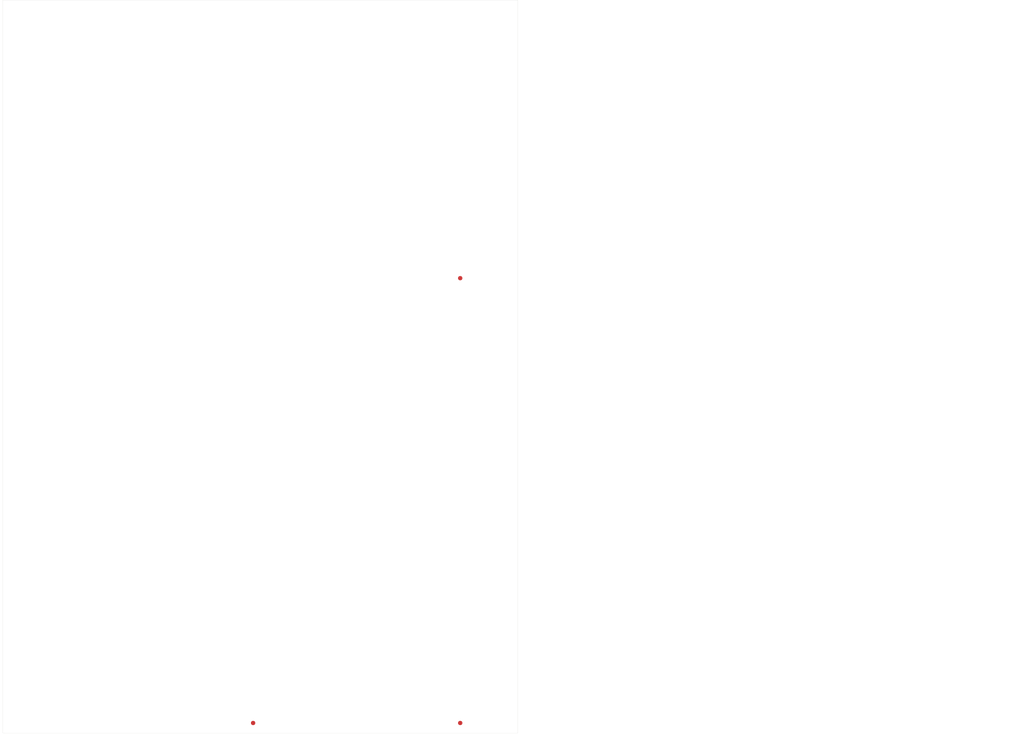
<source format=kicad_pcb>
(kicad_pcb (version 20171130) (host pcbnew 5.1.7-1.fc32)

  (general
    (thickness 1.6)
    (drawings 1339)
    (tracks 0)
    (zones 0)
    (modules 37)
    (nets 1)
  )

  (page A4)
  (title_block
    (title Kleinvoet)
    (date 2020-07-01)
    (rev "Rev. A")
    (company "Department of Electronic Engineering - Stellenbosch University")
    (comment 1 "Author: CM Geldenhuys <20198329@sun.ac.za>")
  )

  (layers
    (0 F.Cu signal)
    (1 In1.Cu power hide)
    (2 In2.Cu power hide)
    (31 B.Cu signal hide)
    (32 B.Adhes user hide)
    (33 F.Adhes user hide)
    (34 B.Paste user hide)
    (35 F.Paste user hide)
    (36 B.SilkS user hide)
    (37 F.SilkS user)
    (38 B.Mask user hide)
    (39 F.Mask user hide)
    (40 Dwgs.User user)
    (41 Cmts.User user hide)
    (42 Eco1.User user)
    (43 Eco2.User user hide)
    (44 Edge.Cuts user)
    (45 Margin user hide)
    (46 B.CrtYd user hide)
    (47 F.CrtYd user hide)
    (48 B.Fab user hide)
    (49 F.Fab user hide)
  )

  (setup
    (last_trace_width 0.25)
    (user_trace_width 0.254)
    (user_trace_width 0.254)
    (user_trace_width 0.254)
    (user_trace_width 0.254)
    (user_trace_width 0.254)
    (user_trace_width 0.254)
    (user_trace_width 0.254)
    (user_trace_width 0.381)
    (user_trace_width 0.381)
    (user_trace_width 0.381)
    (user_trace_width 0.381)
    (user_trace_width 0.381)
    (user_trace_width 0.381)
    (user_trace_width 0.381)
    (user_trace_width 0.508)
    (user_trace_width 0.508)
    (user_trace_width 0.508)
    (user_trace_width 0.508)
    (user_trace_width 0.508)
    (user_trace_width 0.508)
    (user_trace_width 0.508)
    (user_trace_width 0.635)
    (user_trace_width 0.635)
    (user_trace_width 0.635)
    (user_trace_width 0.635)
    (user_trace_width 0.635)
    (user_trace_width 0.635)
    (user_trace_width 0.635)
    (user_trace_width 1.27)
    (user_trace_width 1.27)
    (user_trace_width 1.27)
    (user_trace_width 1.27)
    (user_trace_width 1.27)
    (user_trace_width 1.27)
    (user_trace_width 1.27)
    (user_trace_width 0.254)
    (user_trace_width 0.381)
    (user_trace_width 0.508)
    (user_trace_width 0.635)
    (user_trace_width 1.27)
    (trace_clearance 0.2)
    (zone_clearance 0.381)
    (zone_45_only no)
    (trace_min 0.2)
    (via_size 0.8)
    (via_drill 0.4)
    (via_min_size 0.35)
    (via_min_drill 0.25)
    (user_via 0.508 0.381)
    (user_via 0.508 0.381)
    (user_via 0.508 0.381)
    (user_via 0.508 0.381)
    (user_via 0.508 0.381)
    (user_via 0.508 0.381)
    (user_via 0.508 0.381)
    (user_via 0.635 0.381)
    (user_via 0.635 0.381)
    (user_via 0.635 0.381)
    (user_via 0.635 0.381)
    (user_via 0.635 0.381)
    (user_via 0.635 0.381)
    (user_via 0.635 0.381)
    (user_via 0.635 0.508)
    (user_via 0.635 0.508)
    (user_via 0.635 0.508)
    (user_via 0.635 0.508)
    (user_via 0.762 0.381)
    (user_via 0.762 0.381)
    (user_via 0.762 0.381)
    (user_via 0.762 0.381)
    (user_via 0.762 0.381)
    (user_via 0.762 0.381)
    (user_via 0.762 0.381)
    (user_via 0.762 0.508)
    (user_via 0.762 0.508)
    (user_via 0.762 0.508)
    (user_via 0.762 0.508)
    (user_via 0.762 0.508)
    (user_via 0.762 0.508)
    (user_via 0.762 0.508)
    (user_via 0.762 0.635)
    (user_via 0.762 0.635)
    (user_via 0.762 0.635)
    (user_via 0.762 0.635)
    (user_via 0.762 0.635)
    (user_via 0.762 0.635)
    (user_via 0.762 0.635)
    (user_via 0.508 0.381)
    (user_via 0.635 0.381)
    (user_via 0.635 0.508)
    (user_via 0.762 0.381)
    (user_via 0.762 0.508)
    (user_via 0.762 0.635)
    (uvia_size 0.3)
    (uvia_drill 0.1)
    (uvias_allowed no)
    (uvia_min_size 0.2)
    (uvia_min_drill 0.1)
    (edge_width 0.05)
    (segment_width 0.2)
    (pcb_text_width 0.3)
    (pcb_text_size 1.5 1.5)
    (mod_edge_width 0.12)
    (mod_text_size 1 1)
    (mod_text_width 0.15)
    (pad_size 4 4)
    (pad_drill 0)
    (pad_to_mask_clearance 0.05)
    (aux_axis_origin 0 0)
    (grid_origin 108 95.25)
    (visible_elements FFFFF77F)
    (pcbplotparams
      (layerselection 0x033f0_ffffffff)
      (usegerberextensions true)
      (usegerberattributes true)
      (usegerberadvancedattributes true)
      (creategerberjobfile true)
      (excludeedgelayer true)
      (linewidth 0.100000)
      (plotframeref false)
      (viasonmask false)
      (mode 1)
      (useauxorigin false)
      (hpglpennumber 1)
      (hpglpenspeed 20)
      (hpglpendiameter 15.000000)
      (psnegative false)
      (psa4output false)
      (plotreference true)
      (plotvalue true)
      (plotinvisibletext false)
      (padsonsilk false)
      (subtractmaskfromsilk false)
      (outputformat 1)
      (mirror false)
      (drillshape 0)
      (scaleselection 1)
      (outputdirectory "production/gerber/"))
  )

  (net 0 "")

  (net_class Default "This is the default net class."
    (clearance 0.2)
    (trace_width 0.25)
    (via_dia 0.8)
    (via_drill 0.4)
    (uvia_dia 0.3)
    (uvia_drill 0.1)
  )

  (net_class ADC ""
    (clearance 0.2)
    (trace_width 0.25)
    (via_dia 0.8)
    (via_drill 0.4)
    (uvia_dia 0.3)
    (uvia_drill 0.1)
    (diff_pair_width 0.205232)
    (diff_pair_gap 0.2032)
  )

  (net_class PWR ""
    (clearance 0.2)
    (trace_width 0.381)
    (via_dia 0.8)
    (via_drill 0.4)
    (uvia_dia 0.3)
    (uvia_drill 0.1)
  )

  (net_class RTC_CAL ""
    (clearance 0.2)
    (trace_width 0.508)
    (via_dia 0.8)
    (via_drill 0.4)
    (uvia_dia 0.3)
    (uvia_drill 0.1)
  )

  (net_class USB ""
    (clearance 0.2)
    (trace_width 0.25)
    (via_dia 0.8)
    (via_drill 0.4)
    (uvia_dia 0.3)
    (uvia_drill 0.1)
    (diff_pair_width 0.261112)
    (diff_pair_gap 0.2032)
  )

  (module Fiducial:Fiducial_1.5mm_Mask4.5mm (layer F.Cu) (tedit 5C18D1F6) (tstamp 5FA23714)
    (at 236.25 119)
    (descr "Circular Fiducial, 1.5mm bare copper, 4.5mm soldermask opening")
    (tags fiducial)
    (attr smd)
    (fp_text reference REF** (at 0 -3.175) (layer F.SilkS) hide
      (effects (font (size 1 1) (thickness 0.15)))
    )
    (fp_text value Fiducial_1.5mm_Mask4.5mm (at 0 3.175) (layer F.Fab)
      (effects (font (size 1 1) (thickness 0.15)))
    )
    (fp_circle (center 0 0) (end 2.25 0) (layer F.Fab) (width 0.1))
    (fp_circle (center 0 0) (end 2.5 0) (layer F.CrtYd) (width 0.05))
    (fp_text user %R (at 0 0) (layer F.Fab)
      (effects (font (size 0.4 0.4) (thickness 0.06)))
    )
    (pad "" smd circle (at 0 0) (size 1.5 1.5) (layers F.Cu F.Mask)
      (solder_mask_margin 1.5) (clearance 1.5))
  )

  (module Fiducial:Fiducial_1.5mm_Mask4.5mm (layer F.Cu) (tedit 5C18D1F6) (tstamp 5FA23714)
    (at 164.25 273.75)
    (descr "Circular Fiducial, 1.5mm bare copper, 4.5mm soldermask opening")
    (tags fiducial)
    (attr smd)
    (fp_text reference REF** (at 0 -3.175) (layer F.SilkS) hide
      (effects (font (size 1 1) (thickness 0.15)))
    )
    (fp_text value Fiducial_1.5mm_Mask4.5mm (at 0 3.175) (layer F.Fab)
      (effects (font (size 1 1) (thickness 0.15)))
    )
    (fp_circle (center 0 0) (end 2.25 0) (layer F.Fab) (width 0.1))
    (fp_circle (center 0 0) (end 2.5 0) (layer F.CrtYd) (width 0.05))
    (fp_text user %R (at 0 0) (layer F.Fab)
      (effects (font (size 0.4 0.4) (thickness 0.06)))
    )
    (pad "" smd circle (at 0 0) (size 1.5 1.5) (layers F.Cu F.Mask)
      (solder_mask_margin 1.5) (clearance 1.5))
  )

  (module Fiducial:Fiducial_1.5mm_Mask4.5mm (layer F.Cu) (tedit 5C18D1F6) (tstamp 5FA23713)
    (at 236.25 273.75)
    (descr "Circular Fiducial, 1.5mm bare copper, 4.5mm soldermask opening")
    (tags fiducial)
    (attr smd)
    (fp_text reference REF** (at 0 -3.175) (layer F.SilkS) hide
      (effects (font (size 1 1) (thickness 0.15)))
    )
    (fp_text value Fiducial_1.5mm_Mask4.5mm (at 0 3.175) (layer F.Fab)
      (effects (font (size 1 1) (thickness 0.15)))
    )
    (fp_text user %R (at 0 0) (layer F.Fab)
      (effects (font (size 0.4 0.4) (thickness 0.06)))
    )
    (fp_circle (center 0 0) (end 2.25 0) (layer F.Fab) (width 0.1))
    (fp_circle (center 0 0) (end 2.5 0) (layer F.CrtYd) (width 0.05))
    (pad "" smd circle (at 0 0) (size 1.5 1.5) (layers F.Cu F.Mask)
      (solder_mask_margin 1.5) (clearance 1.5))
  )

  (module grootvoet:Mousebites_Panel_Single_5x2mm (layer F.Cu) (tedit 5FA10BF4) (tstamp 5FA235A7)
    (at 234.25 270)
    (fp_text reference Ref** (at -0.5 3) (layer F.SilkS) hide
      (effects (font (size 1 1) (thickness 0.15)))
    )
    (fp_text value Mousebites_Panel_Single_5x2mm (at -0.5 2) (layer F.Fab) hide
      (effects (font (size 1 1) (thickness 0.15)))
    )
    (fp_line (start 6 0) (end 5 0) (layer Eco1.User) (width 2))
    (fp_line (start -2 0) (end -1 0) (layer Eco1.User) (width 2))
    (pad "" np_thru_hole circle (at 0 -1.25) (size 0.5 0.5) (drill 0.5) (layers *.Cu)
      (clearance 1.25))
    (pad "" np_thru_hole circle (at 1 -1.25) (size 0.5 0.5) (drill 0.5) (layers *.Cu)
      (clearance 1.25))
    (pad "" np_thru_hole circle (at 2 -1.25) (size 0.5 0.5) (drill 0.5) (layers *.Cu)
      (clearance 1.25))
    (pad "" np_thru_hole circle (at 3 -1.25) (size 0.5 0.5) (drill 0.5) (layers *.Cu)
      (clearance 1.25))
    (pad "" np_thru_hole circle (at 4 -1.25) (size 0.5 0.5) (drill 0.5) (layers *.Cu)
      (clearance 1.25))
  )

  (module grootvoet:Mousebites_Panel_Double_4x2mm (layer F.Cu) (tedit 5FA10BEA) (tstamp 5FA23588)
    (at 234.25 200)
    (fp_text reference Ref** (at 2.75 3.5) (layer F.SilkS) hide
      (effects (font (size 1 1) (thickness 0.15)))
    )
    (fp_text value Mousebites_Panel_Double_4x2mm (at 2.75 2.5) (layer F.Fab) hide
      (effects (font (size 1 1) (thickness 0.15)))
    )
    (fp_line (start 5 0) (end 5 0) (layer Eco1.User) (width 2))
    (fp_line (start -1 0) (end -1 0) (layer Eco1.User) (width 2))
    (pad "" np_thru_hole circle (at 1 1.25 180) (size 0.5 0.5) (drill 0.5) (layers *.Cu)
      (clearance 1.25))
    (pad "" np_thru_hole circle (at 4 1.25 180) (size 0.5 0.5) (drill 0.5) (layers *.Cu)
      (clearance 1.25))
    (pad "" np_thru_hole circle (at 0 1.25 180) (size 0.5 0.5) (drill 0.5) (layers *.Cu)
      (clearance 1.25))
    (pad "" np_thru_hole circle (at 3 1.25 180) (size 0.5 0.5) (drill 0.5) (layers *.Cu)
      (clearance 1.25))
    (pad "" np_thru_hole circle (at 2 1.25 180) (size 0.5 0.5) (drill 0.5) (layers *.Cu)
      (clearance 1.25))
    (pad "" np_thru_hole circle (at 4 -1.25) (size 0.5 0.5) (drill 0.5) (layers *.Cu)
      (clearance 1.25))
    (pad "" np_thru_hole circle (at 3 -1.25) (size 0.5 0.5) (drill 0.5) (layers *.Cu)
      (clearance 1.25))
    (pad "" np_thru_hole circle (at 2 -1.25) (size 0.5 0.5) (drill 0.5) (layers *.Cu)
      (clearance 1.25))
    (pad "" np_thru_hole circle (at 1 -1.25) (size 0.5 0.5) (drill 0.5) (layers *.Cu)
      (clearance 1.25))
    (pad "" np_thru_hole circle (at 0 -1.25) (size 0.5 0.5) (drill 0.5) (layers *.Cu)
      (clearance 1.25))
  )

  (module grootvoet:Mousebites_Panel_Single_5x2mm (layer F.Cu) (tedit 5FA10BF4) (tstamp 5FA2308E)
    (at 196.25 270)
    (fp_text reference Ref** (at -0.5 3) (layer F.SilkS) hide
      (effects (font (size 1 1) (thickness 0.15)))
    )
    (fp_text value Mousebites_Panel_Single_5x2mm (at -0.5 2) (layer F.Fab) hide
      (effects (font (size 1 1) (thickness 0.15)))
    )
    (fp_line (start 6 0) (end 5 0) (layer Eco1.User) (width 2))
    (fp_line (start -2 0) (end -1 0) (layer Eco1.User) (width 2))
    (pad "" np_thru_hole circle (at 0 -1.25) (size 0.5 0.5) (drill 0.5) (layers *.Cu)
      (clearance 1.25))
    (pad "" np_thru_hole circle (at 1 -1.25) (size 0.5 0.5) (drill 0.5) (layers *.Cu)
      (clearance 1.25))
    (pad "" np_thru_hole circle (at 2 -1.25) (size 0.5 0.5) (drill 0.5) (layers *.Cu)
      (clearance 1.25))
    (pad "" np_thru_hole circle (at 3 -1.25) (size 0.5 0.5) (drill 0.5) (layers *.Cu)
      (clearance 1.25))
    (pad "" np_thru_hole circle (at 4 -1.25) (size 0.5 0.5) (drill 0.5) (layers *.Cu)
      (clearance 1.25))
  )

  (module grootvoet:Mousebites_Panel_Single_5x2mm (layer F.Cu) (tedit 5FA10BF4) (tstamp 5FA23154)
    (at 162.25 270)
    (fp_text reference Ref** (at -0.5 3) (layer F.SilkS) hide
      (effects (font (size 1 1) (thickness 0.15)))
    )
    (fp_text value Mousebites_Panel_Single_5x2mm (at -0.5 2) (layer F.Fab) hide
      (effects (font (size 1 1) (thickness 0.15)))
    )
    (fp_line (start 6 0) (end 5 0) (layer Eco1.User) (width 2))
    (fp_line (start -2 0) (end -1 0) (layer Eco1.User) (width 2))
    (pad "" np_thru_hole circle (at 0 -1.25) (size 0.5 0.5) (drill 0.5) (layers *.Cu)
      (clearance 1.25))
    (pad "" np_thru_hole circle (at 1 -1.25) (size 0.5 0.5) (drill 0.5) (layers *.Cu)
      (clearance 1.25))
    (pad "" np_thru_hole circle (at 2 -1.25) (size 0.5 0.5) (drill 0.5) (layers *.Cu)
      (clearance 1.25))
    (pad "" np_thru_hole circle (at 3 -1.25) (size 0.5 0.5) (drill 0.5) (layers *.Cu)
      (clearance 1.25))
    (pad "" np_thru_hole circle (at 4 -1.25) (size 0.5 0.5) (drill 0.5) (layers *.Cu)
      (clearance 1.25))
  )

  (module grootvoet:Mousebites_Panel_Single_5x2mm (layer F.Cu) (tedit 5FA10BF4) (tstamp 5FA2306D)
    (at 238.25 26 180)
    (fp_text reference Ref** (at -0.5 3) (layer F.SilkS) hide
      (effects (font (size 1 1) (thickness 0.15)))
    )
    (fp_text value Mousebites_Panel_Single_5x2mm (at -0.5 2) (layer F.Fab) hide
      (effects (font (size 1 1) (thickness 0.15)))
    )
    (fp_line (start 6 0) (end 5 0) (layer Eco1.User) (width 2))
    (fp_line (start -2 0) (end -1 0) (layer Eco1.User) (width 2))
    (pad "" np_thru_hole circle (at 4 -1.25 180) (size 0.5 0.5) (drill 0.5) (layers *.Cu)
      (clearance 1.25))
    (pad "" np_thru_hole circle (at 3 -1.25 180) (size 0.5 0.5) (drill 0.5) (layers *.Cu)
      (clearance 1.25))
    (pad "" np_thru_hole circle (at 2 -1.25 180) (size 0.5 0.5) (drill 0.5) (layers *.Cu)
      (clearance 1.25))
    (pad "" np_thru_hole circle (at 1 -1.25 180) (size 0.5 0.5) (drill 0.5) (layers *.Cu)
      (clearance 1.25))
    (pad "" np_thru_hole circle (at 0 -1.25 180) (size 0.5 0.5) (drill 0.5) (layers *.Cu)
      (clearance 1.25))
  )

  (module grootvoet:Mousebites_Panel_Single_5x2mm (layer F.Cu) (tedit 5FA10BF4) (tstamp 5FA23008)
    (at 201.25 26 180)
    (fp_text reference Ref** (at -0.5 3) (layer F.SilkS) hide
      (effects (font (size 1 1) (thickness 0.15)))
    )
    (fp_text value Mousebites_Panel_Single_5x2mm (at -0.5 2) (layer F.Fab) hide
      (effects (font (size 1 1) (thickness 0.15)))
    )
    (fp_line (start 6 0) (end 5 0) (layer Eco1.User) (width 2))
    (fp_line (start -2 0) (end -1 0) (layer Eco1.User) (width 2))
    (pad "" np_thru_hole circle (at 0 -1.25 180) (size 0.5 0.5) (drill 0.5) (layers *.Cu)
      (clearance 1.25))
    (pad "" np_thru_hole circle (at 1 -1.25 180) (size 0.5 0.5) (drill 0.5) (layers *.Cu)
      (clearance 1.25))
    (pad "" np_thru_hole circle (at 2 -1.25 180) (size 0.5 0.5) (drill 0.5) (layers *.Cu)
      (clearance 1.25))
    (pad "" np_thru_hole circle (at 3 -1.25 180) (size 0.5 0.5) (drill 0.5) (layers *.Cu)
      (clearance 1.25))
    (pad "" np_thru_hole circle (at 4 -1.25 180) (size 0.5 0.5) (drill 0.5) (layers *.Cu)
      (clearance 1.25))
  )

  (module grootvoet:Mousebites_Panel_Single_5x2mm (layer F.Cu) (tedit 5FA10BF4) (tstamp 5FA22FFE)
    (at 164.25 26 180)
    (fp_text reference Ref** (at -0.5 3) (layer F.SilkS) hide
      (effects (font (size 1 1) (thickness 0.15)))
    )
    (fp_text value Mousebites_Panel_Single_5x2mm (at -0.5 2) (layer F.Fab) hide
      (effects (font (size 1 1) (thickness 0.15)))
    )
    (fp_line (start 6 0) (end 5 0) (layer Eco1.User) (width 2))
    (fp_line (start -2 0) (end -1 0) (layer Eco1.User) (width 2))
    (pad "" np_thru_hole circle (at 0 -1.25 180) (size 0.5 0.5) (drill 0.5) (layers *.Cu)
      (clearance 1.25))
    (pad "" np_thru_hole circle (at 1 -1.25 180) (size 0.5 0.5) (drill 0.5) (layers *.Cu)
      (clearance 1.25))
    (pad "" np_thru_hole circle (at 2 -1.25 180) (size 0.5 0.5) (drill 0.5) (layers *.Cu)
      (clearance 1.25))
    (pad "" np_thru_hole circle (at 3 -1.25 180) (size 0.5 0.5) (drill 0.5) (layers *.Cu)
      (clearance 1.25))
    (pad "" np_thru_hole circle (at 4 -1.25 180) (size 0.5 0.5) (drill 0.5) (layers *.Cu)
      (clearance 1.25))
  )

  (module grootvoet:Mousebites_Panel_Single_5x2mm (layer F.Cu) (tedit 5FA10BF4) (tstamp 5FA22FE3)
    (at 133.25 26 180)
    (fp_text reference Ref** (at -0.5 3) (layer F.SilkS) hide
      (effects (font (size 1 1) (thickness 0.15)))
    )
    (fp_text value Mousebites_Panel_Single_5x2mm (at -0.5 2) (layer F.Fab) hide
      (effects (font (size 1 1) (thickness 0.15)))
    )
    (fp_line (start 6 0) (end 5 0) (layer Eco1.User) (width 2))
    (fp_line (start -2 0) (end -1 0) (layer Eco1.User) (width 2))
    (pad "" np_thru_hole circle (at 4 -1.25 180) (size 0.5 0.5) (drill 0.5) (layers *.Cu)
      (clearance 1.25))
    (pad "" np_thru_hole circle (at 3 -1.25 180) (size 0.5 0.5) (drill 0.5) (layers *.Cu)
      (clearance 1.25))
    (pad "" np_thru_hole circle (at 2 -1.25 180) (size 0.5 0.5) (drill 0.5) (layers *.Cu)
      (clearance 1.25))
    (pad "" np_thru_hole circle (at 1 -1.25 180) (size 0.5 0.5) (drill 0.5) (layers *.Cu)
      (clearance 1.25))
    (pad "" np_thru_hole circle (at 0 -1.25 180) (size 0.5 0.5) (drill 0.5) (layers *.Cu)
      (clearance 1.25))
  )

  (module grootvoet:Mousebites_Panel_Single_5x2mm (layer F.Cu) (tedit 5FA10BF4) (tstamp 5FA22FBA)
    (at 96.25 26 180)
    (fp_text reference Ref** (at -0.5 3) (layer F.SilkS) hide
      (effects (font (size 1 1) (thickness 0.15)))
    )
    (fp_text value Mousebites_Panel_Single_5x2mm (at -0.5 2) (layer F.Fab) hide
      (effects (font (size 1 1) (thickness 0.15)))
    )
    (fp_line (start 6 0) (end 5 0) (layer Eco1.User) (width 2))
    (fp_line (start -2 0) (end -1 0) (layer Eco1.User) (width 2))
    (pad "" np_thru_hole circle (at 4 -1.25 180) (size 0.5 0.5) (drill 0.5) (layers *.Cu)
      (clearance 1.25))
    (pad "" np_thru_hole circle (at 3 -1.25 180) (size 0.5 0.5) (drill 0.5) (layers *.Cu)
      (clearance 1.25))
    (pad "" np_thru_hole circle (at 2 -1.25 180) (size 0.5 0.5) (drill 0.5) (layers *.Cu)
      (clearance 1.25))
    (pad "" np_thru_hole circle (at 1 -1.25 180) (size 0.5 0.5) (drill 0.5) (layers *.Cu)
      (clearance 1.25))
    (pad "" np_thru_hole circle (at 0 -1.25 180) (size 0.5 0.5) (drill 0.5) (layers *.Cu)
      (clearance 1.25))
  )

  (module grootvoet:Mousebites_Panel_Double_5x5mm (layer F.Cu) (tedit 5FA12C08) (tstamp 5FA22B46)
    (at 146.25 247 90)
    (fp_text reference Ref** (at 2 -1.25 90) (layer F.SilkS) hide
      (effects (font (size 1 1) (thickness 0.15)))
    )
    (fp_text value Mousebites_Panel_Double_5x5mm (at 2 -2.25 90) (layer F.Fab) hide
      (effects (font (size 1 1) (thickness 0.15)))
    )
    (fp_line (start -1 0) (end -1 -3) (layer Eco1.User) (width 2))
    (fp_line (start 5 0) (end 5 -3) (layer Eco1.User) (width 2))
    (pad "" np_thru_hole circle (at 1 1.25 270) (size 0.5 0.5) (drill 0.5) (layers *.Cu)
      (clearance 1.25))
    (pad "" np_thru_hole circle (at 4 1.25 270) (size 0.5 0.5) (drill 0.5) (layers *.Cu)
      (clearance 1.25))
    (pad "" np_thru_hole circle (at 0 1.25 270) (size 0.5 0.5) (drill 0.5) (layers *.Cu)
      (clearance 1.25))
    (pad "" np_thru_hole circle (at 3 1.25 270) (size 0.5 0.5) (drill 0.5) (layers *.Cu)
      (clearance 1.25))
    (pad "" np_thru_hole circle (at 2 1.25 270) (size 0.5 0.5) (drill 0.5) (layers *.Cu)
      (clearance 1.25))
    (pad "" np_thru_hole circle (at 4 -4.25 90) (size 0.5 0.5) (drill 0.5) (layers *.Cu)
      (clearance 1.25))
    (pad "" np_thru_hole circle (at 3 -4.25 90) (size 0.5 0.5) (drill 0.5) (layers *.Cu)
      (clearance 1.25))
    (pad "" np_thru_hole circle (at 2 -4.25 90) (size 0.5 0.5) (drill 0.5) (layers *.Cu)
      (clearance 1.25))
    (pad "" np_thru_hole circle (at 1 -4.25 90) (size 0.5 0.5) (drill 0.5) (layers *.Cu)
      (clearance 1.25))
    (pad "" np_thru_hole circle (at 0 -4.25 90) (size 0.5 0.5) (drill 0.5) (layers *.Cu)
      (clearance 1.25))
  )

  (module grootvoet:Mousebites_Panel_Double_5x5mm (layer F.Cu) (tedit 5FA12C08) (tstamp 5FA22B06)
    (at 146.25 177.75 90)
    (fp_text reference Ref** (at 2 -1.25 90) (layer F.SilkS) hide
      (effects (font (size 1 1) (thickness 0.15)))
    )
    (fp_text value Mousebites_Panel_Double_5x5mm (at 2 -2.25 90) (layer F.Fab) hide
      (effects (font (size 1 1) (thickness 0.15)))
    )
    (fp_line (start -1 0) (end -1 -3) (layer Eco1.User) (width 2))
    (fp_line (start 5 0) (end 5 -3) (layer Eco1.User) (width 2))
    (pad "" np_thru_hole circle (at 1 1.25 270) (size 0.5 0.5) (drill 0.5) (layers *.Cu)
      (clearance 1.25))
    (pad "" np_thru_hole circle (at 4 1.25 270) (size 0.5 0.5) (drill 0.5) (layers *.Cu)
      (clearance 1.25))
    (pad "" np_thru_hole circle (at 0 1.25 270) (size 0.5 0.5) (drill 0.5) (layers *.Cu)
      (clearance 1.25))
    (pad "" np_thru_hole circle (at 3 1.25 270) (size 0.5 0.5) (drill 0.5) (layers *.Cu)
      (clearance 1.25))
    (pad "" np_thru_hole circle (at 2 1.25 270) (size 0.5 0.5) (drill 0.5) (layers *.Cu)
      (clearance 1.25))
    (pad "" np_thru_hole circle (at 4 -4.25 90) (size 0.5 0.5) (drill 0.5) (layers *.Cu)
      (clearance 1.25))
    (pad "" np_thru_hole circle (at 3 -4.25 90) (size 0.5 0.5) (drill 0.5) (layers *.Cu)
      (clearance 1.25))
    (pad "" np_thru_hole circle (at 2 -4.25 90) (size 0.5 0.5) (drill 0.5) (layers *.Cu)
      (clearance 1.25))
    (pad "" np_thru_hole circle (at 1 -4.25 90) (size 0.5 0.5) (drill 0.5) (layers *.Cu)
      (clearance 1.25))
    (pad "" np_thru_hole circle (at 0 -4.25 90) (size 0.5 0.5) (drill 0.5) (layers *.Cu)
      (clearance 1.25))
  )

  (module grootvoet:Mousebites_Panel_Double_4x2mm (layer F.Cu) (tedit 5FA10BEA) (tstamp 5FA2284C)
    (at 216.25 254 90)
    (fp_text reference Ref** (at 2.75 3.5 90) (layer F.SilkS) hide
      (effects (font (size 1 1) (thickness 0.15)))
    )
    (fp_text value Mousebites_Panel_Double_4x2mm (at 2.75 2.5 90) (layer F.Fab) hide
      (effects (font (size 1 1) (thickness 0.15)))
    )
    (fp_line (start 5 0) (end 5 0) (layer Eco1.User) (width 2))
    (fp_line (start -1 0) (end -1 0) (layer Eco1.User) (width 2))
    (pad "" np_thru_hole circle (at 0 -1.25 90) (size 0.5 0.5) (drill 0.5) (layers *.Cu)
      (clearance 1.25))
    (pad "" np_thru_hole circle (at 1 -1.25 90) (size 0.5 0.5) (drill 0.5) (layers *.Cu)
      (clearance 1.25))
    (pad "" np_thru_hole circle (at 2 -1.25 90) (size 0.5 0.5) (drill 0.5) (layers *.Cu)
      (clearance 1.25))
    (pad "" np_thru_hole circle (at 3 -1.25 90) (size 0.5 0.5) (drill 0.5) (layers *.Cu)
      (clearance 1.25))
    (pad "" np_thru_hole circle (at 4 -1.25 90) (size 0.5 0.5) (drill 0.5) (layers *.Cu)
      (clearance 1.25))
    (pad "" np_thru_hole circle (at 2 1.25 270) (size 0.5 0.5) (drill 0.5) (layers *.Cu)
      (clearance 1.25))
    (pad "" np_thru_hole circle (at 3 1.25 270) (size 0.5 0.5) (drill 0.5) (layers *.Cu)
      (clearance 1.25))
    (pad "" np_thru_hole circle (at 0 1.25 270) (size 0.5 0.5) (drill 0.5) (layers *.Cu)
      (clearance 1.25))
    (pad "" np_thru_hole circle (at 4 1.25 270) (size 0.5 0.5) (drill 0.5) (layers *.Cu)
      (clearance 1.25))
    (pad "" np_thru_hole circle (at 1 1.25 270) (size 0.5 0.5) (drill 0.5) (layers *.Cu)
      (clearance 1.25))
  )

  (module grootvoet:Mousebites_Panel_Double_4x2mm (layer F.Cu) (tedit 5FA10BEA) (tstamp 5FA2283D)
    (at 216.25 220 90)
    (fp_text reference Ref** (at 2.75 3.5 90) (layer F.SilkS) hide
      (effects (font (size 1 1) (thickness 0.15)))
    )
    (fp_text value Mousebites_Panel_Double_4x2mm (at 2.75 2.5 90) (layer F.Fab) hide
      (effects (font (size 1 1) (thickness 0.15)))
    )
    (fp_line (start 5 0) (end 5 0) (layer Eco1.User) (width 2))
    (fp_line (start -1 0) (end -1 0) (layer Eco1.User) (width 2))
    (pad "" np_thru_hole circle (at 0 -1.25 90) (size 0.5 0.5) (drill 0.5) (layers *.Cu)
      (clearance 1.25))
    (pad "" np_thru_hole circle (at 1 -1.25 90) (size 0.5 0.5) (drill 0.5) (layers *.Cu)
      (clearance 1.25))
    (pad "" np_thru_hole circle (at 2 -1.25 90) (size 0.5 0.5) (drill 0.5) (layers *.Cu)
      (clearance 1.25))
    (pad "" np_thru_hole circle (at 3 -1.25 90) (size 0.5 0.5) (drill 0.5) (layers *.Cu)
      (clearance 1.25))
    (pad "" np_thru_hole circle (at 4 -1.25 90) (size 0.5 0.5) (drill 0.5) (layers *.Cu)
      (clearance 1.25))
    (pad "" np_thru_hole circle (at 2 1.25 270) (size 0.5 0.5) (drill 0.5) (layers *.Cu)
      (clearance 1.25))
    (pad "" np_thru_hole circle (at 3 1.25 270) (size 0.5 0.5) (drill 0.5) (layers *.Cu)
      (clearance 1.25))
    (pad "" np_thru_hole circle (at 0 1.25 270) (size 0.5 0.5) (drill 0.5) (layers *.Cu)
      (clearance 1.25))
    (pad "" np_thru_hole circle (at 4 1.25 270) (size 0.5 0.5) (drill 0.5) (layers *.Cu)
      (clearance 1.25))
    (pad "" np_thru_hole circle (at 1 1.25 270) (size 0.5 0.5) (drill 0.5) (layers *.Cu)
      (clearance 1.25))
  )

  (module grootvoet:Mousebites_Panel_Double_4x2mm (layer F.Cu) (tedit 5FA10BEA) (tstamp 5FA2284C)
    (at 162.25 230)
    (fp_text reference Ref** (at 2.75 3.5) (layer F.SilkS) hide
      (effects (font (size 1 1) (thickness 0.15)))
    )
    (fp_text value Mousebites_Panel_Double_4x2mm (at 2.75 2.5) (layer F.Fab) hide
      (effects (font (size 1 1) (thickness 0.15)))
    )
    (fp_line (start 5 0) (end 5 0) (layer Eco1.User) (width 2))
    (fp_line (start -1 0) (end -1 0) (layer Eco1.User) (width 2))
    (pad "" np_thru_hole circle (at 0 -1.25) (size 0.5 0.5) (drill 0.5) (layers *.Cu)
      (clearance 1.25))
    (pad "" np_thru_hole circle (at 1 -1.25) (size 0.5 0.5) (drill 0.5) (layers *.Cu)
      (clearance 1.25))
    (pad "" np_thru_hole circle (at 2 -1.25) (size 0.5 0.5) (drill 0.5) (layers *.Cu)
      (clearance 1.25))
    (pad "" np_thru_hole circle (at 3 -1.25) (size 0.5 0.5) (drill 0.5) (layers *.Cu)
      (clearance 1.25))
    (pad "" np_thru_hole circle (at 4 -1.25) (size 0.5 0.5) (drill 0.5) (layers *.Cu)
      (clearance 1.25))
    (pad "" np_thru_hole circle (at 2 1.25 180) (size 0.5 0.5) (drill 0.5) (layers *.Cu)
      (clearance 1.25))
    (pad "" np_thru_hole circle (at 3 1.25 180) (size 0.5 0.5) (drill 0.5) (layers *.Cu)
      (clearance 1.25))
    (pad "" np_thru_hole circle (at 0 1.25 180) (size 0.5 0.5) (drill 0.5) (layers *.Cu)
      (clearance 1.25))
    (pad "" np_thru_hole circle (at 4 1.25 180) (size 0.5 0.5) (drill 0.5) (layers *.Cu)
      (clearance 1.25))
    (pad "" np_thru_hole circle (at 1 1.25 180) (size 0.5 0.5) (drill 0.5) (layers *.Cu)
      (clearance 1.25))
  )

  (module grootvoet:Mousebites_Panel_Double_4x2mm (layer F.Cu) (tedit 5FA10BEA) (tstamp 5FA2283D)
    (at 196.25 230)
    (fp_text reference Ref** (at 2.75 3.5) (layer F.SilkS) hide
      (effects (font (size 1 1) (thickness 0.15)))
    )
    (fp_text value Mousebites_Panel_Double_4x2mm (at 2.75 2.5) (layer F.Fab) hide
      (effects (font (size 1 1) (thickness 0.15)))
    )
    (fp_line (start 5 0) (end 5 0) (layer Eco1.User) (width 2))
    (fp_line (start -1 0) (end -1 0) (layer Eco1.User) (width 2))
    (pad "" np_thru_hole circle (at 0 -1.25) (size 0.5 0.5) (drill 0.5) (layers *.Cu)
      (clearance 1.25))
    (pad "" np_thru_hole circle (at 1 -1.25) (size 0.5 0.5) (drill 0.5) (layers *.Cu)
      (clearance 1.25))
    (pad "" np_thru_hole circle (at 2 -1.25) (size 0.5 0.5) (drill 0.5) (layers *.Cu)
      (clearance 1.25))
    (pad "" np_thru_hole circle (at 3 -1.25) (size 0.5 0.5) (drill 0.5) (layers *.Cu)
      (clearance 1.25))
    (pad "" np_thru_hole circle (at 4 -1.25) (size 0.5 0.5) (drill 0.5) (layers *.Cu)
      (clearance 1.25))
    (pad "" np_thru_hole circle (at 2 1.25 180) (size 0.5 0.5) (drill 0.5) (layers *.Cu)
      (clearance 1.25))
    (pad "" np_thru_hole circle (at 3 1.25 180) (size 0.5 0.5) (drill 0.5) (layers *.Cu)
      (clearance 1.25))
    (pad "" np_thru_hole circle (at 0 1.25 180) (size 0.5 0.5) (drill 0.5) (layers *.Cu)
      (clearance 1.25))
    (pad "" np_thru_hole circle (at 4 1.25 180) (size 0.5 0.5) (drill 0.5) (layers *.Cu)
      (clearance 1.25))
    (pad "" np_thru_hole circle (at 1 1.25 180) (size 0.5 0.5) (drill 0.5) (layers *.Cu)
      (clearance 1.25))
  )

  (module grootvoet:Mousebites_Panel_Double_4x2mm (layer F.Cu) (tedit 5FA10BEA) (tstamp 5FA2284C)
    (at 162.25 190)
    (fp_text reference Ref** (at 2.75 3.5) (layer F.SilkS) hide
      (effects (font (size 1 1) (thickness 0.15)))
    )
    (fp_text value Mousebites_Panel_Double_4x2mm (at 2.75 2.5) (layer F.Fab) hide
      (effects (font (size 1 1) (thickness 0.15)))
    )
    (fp_line (start 5 0) (end 5 0) (layer Eco1.User) (width 2))
    (fp_line (start -1 0) (end -1 0) (layer Eco1.User) (width 2))
    (pad "" np_thru_hole circle (at 0 -1.25) (size 0.5 0.5) (drill 0.5) (layers *.Cu)
      (clearance 1.25))
    (pad "" np_thru_hole circle (at 1 -1.25) (size 0.5 0.5) (drill 0.5) (layers *.Cu)
      (clearance 1.25))
    (pad "" np_thru_hole circle (at 2 -1.25) (size 0.5 0.5) (drill 0.5) (layers *.Cu)
      (clearance 1.25))
    (pad "" np_thru_hole circle (at 3 -1.25) (size 0.5 0.5) (drill 0.5) (layers *.Cu)
      (clearance 1.25))
    (pad "" np_thru_hole circle (at 4 -1.25) (size 0.5 0.5) (drill 0.5) (layers *.Cu)
      (clearance 1.25))
    (pad "" np_thru_hole circle (at 2 1.25 180) (size 0.5 0.5) (drill 0.5) (layers *.Cu)
      (clearance 1.25))
    (pad "" np_thru_hole circle (at 3 1.25 180) (size 0.5 0.5) (drill 0.5) (layers *.Cu)
      (clearance 1.25))
    (pad "" np_thru_hole circle (at 0 1.25 180) (size 0.5 0.5) (drill 0.5) (layers *.Cu)
      (clearance 1.25))
    (pad "" np_thru_hole circle (at 4 1.25 180) (size 0.5 0.5) (drill 0.5) (layers *.Cu)
      (clearance 1.25))
    (pad "" np_thru_hole circle (at 1 1.25 180) (size 0.5 0.5) (drill 0.5) (layers *.Cu)
      (clearance 1.25))
  )

  (module grootvoet:Mousebites_Panel_Double_4x2mm (layer F.Cu) (tedit 5FA10BEA) (tstamp 5FA2283D)
    (at 196.25 190)
    (fp_text reference Ref** (at 2.75 3.5) (layer F.SilkS) hide
      (effects (font (size 1 1) (thickness 0.15)))
    )
    (fp_text value Mousebites_Panel_Double_4x2mm (at 2.75 2.5) (layer F.Fab) hide
      (effects (font (size 1 1) (thickness 0.15)))
    )
    (fp_line (start 5 0) (end 5 0) (layer Eco1.User) (width 2))
    (fp_line (start -1 0) (end -1 0) (layer Eco1.User) (width 2))
    (pad "" np_thru_hole circle (at 0 -1.25) (size 0.5 0.5) (drill 0.5) (layers *.Cu)
      (clearance 1.25))
    (pad "" np_thru_hole circle (at 1 -1.25) (size 0.5 0.5) (drill 0.5) (layers *.Cu)
      (clearance 1.25))
    (pad "" np_thru_hole circle (at 2 -1.25) (size 0.5 0.5) (drill 0.5) (layers *.Cu)
      (clearance 1.25))
    (pad "" np_thru_hole circle (at 3 -1.25) (size 0.5 0.5) (drill 0.5) (layers *.Cu)
      (clearance 1.25))
    (pad "" np_thru_hole circle (at 4 -1.25) (size 0.5 0.5) (drill 0.5) (layers *.Cu)
      (clearance 1.25))
    (pad "" np_thru_hole circle (at 2 1.25 180) (size 0.5 0.5) (drill 0.5) (layers *.Cu)
      (clearance 1.25))
    (pad "" np_thru_hole circle (at 3 1.25 180) (size 0.5 0.5) (drill 0.5) (layers *.Cu)
      (clearance 1.25))
    (pad "" np_thru_hole circle (at 0 1.25 180) (size 0.5 0.5) (drill 0.5) (layers *.Cu)
      (clearance 1.25))
    (pad "" np_thru_hole circle (at 4 1.25 180) (size 0.5 0.5) (drill 0.5) (layers *.Cu)
      (clearance 1.25))
    (pad "" np_thru_hole circle (at 1 1.25 180) (size 0.5 0.5) (drill 0.5) (layers *.Cu)
      (clearance 1.25))
  )

  (module grootvoet:Mousebites_Panel_Double_4x2mm (layer F.Cu) (tedit 5FA10BEA) (tstamp 5FA22827)
    (at 216.25 172 90)
    (fp_text reference Ref** (at 2.75 3.5 90) (layer F.SilkS) hide
      (effects (font (size 1 1) (thickness 0.15)))
    )
    (fp_text value Mousebites_Panel_Double_4x2mm (at 2.75 2.5 90) (layer F.Fab) hide
      (effects (font (size 1 1) (thickness 0.15)))
    )
    (fp_line (start 5 0) (end 5 0) (layer Eco1.User) (width 2))
    (fp_line (start -1 0) (end -1 0) (layer Eco1.User) (width 2))
    (pad "" np_thru_hole circle (at 1 1.25 270) (size 0.5 0.5) (drill 0.5) (layers *.Cu)
      (clearance 1.25))
    (pad "" np_thru_hole circle (at 4 1.25 270) (size 0.5 0.5) (drill 0.5) (layers *.Cu)
      (clearance 1.25))
    (pad "" np_thru_hole circle (at 0 1.25 270) (size 0.5 0.5) (drill 0.5) (layers *.Cu)
      (clearance 1.25))
    (pad "" np_thru_hole circle (at 3 1.25 270) (size 0.5 0.5) (drill 0.5) (layers *.Cu)
      (clearance 1.25))
    (pad "" np_thru_hole circle (at 2 1.25 270) (size 0.5 0.5) (drill 0.5) (layers *.Cu)
      (clearance 1.25))
    (pad "" np_thru_hole circle (at 4 -1.25 90) (size 0.5 0.5) (drill 0.5) (layers *.Cu)
      (clearance 1.25))
    (pad "" np_thru_hole circle (at 3 -1.25 90) (size 0.5 0.5) (drill 0.5) (layers *.Cu)
      (clearance 1.25))
    (pad "" np_thru_hole circle (at 2 -1.25 90) (size 0.5 0.5) (drill 0.5) (layers *.Cu)
      (clearance 1.25))
    (pad "" np_thru_hole circle (at 1 -1.25 90) (size 0.5 0.5) (drill 0.5) (layers *.Cu)
      (clearance 1.25))
    (pad "" np_thru_hole circle (at 0 -1.25 90) (size 0.5 0.5) (drill 0.5) (layers *.Cu)
      (clearance 1.25))
  )

  (module grootvoet:Mousebites_Panel_Double_5x7mm (layer F.Cu) (tedit 5FA1298C) (tstamp 5FA22797)
    (at 216.25 121 90)
    (fp_text reference Ref** (at 2 -1.25 90) (layer F.SilkS) hide
      (effects (font (size 1 1) (thickness 0.15)))
    )
    (fp_text value Mousebites_Panel_Double_5x7mm (at 2 -2.25 90) (layer F.Fab) hide
      (effects (font (size 1 1) (thickness 0.15)))
    )
    (fp_line (start -1 0) (end -1 -5) (layer Eco1.User) (width 2))
    (fp_line (start 5 0) (end 5 -5) (layer Eco1.User) (width 2))
    (pad "" np_thru_hole circle (at 1 1.25 270) (size 0.5 0.5) (drill 0.5) (layers *.Cu)
      (clearance 1.25))
    (pad "" np_thru_hole circle (at 4 1.25 270) (size 0.5 0.5) (drill 0.5) (layers *.Cu)
      (clearance 1.25))
    (pad "" np_thru_hole circle (at 0 1.25 270) (size 0.5 0.5) (drill 0.5) (layers *.Cu)
      (clearance 1.25))
    (pad "" np_thru_hole circle (at 3 1.25 270) (size 0.5 0.5) (drill 0.5) (layers *.Cu)
      (clearance 1.25))
    (pad "" np_thru_hole circle (at 2 1.25 270) (size 0.5 0.5) (drill 0.5) (layers *.Cu)
      (clearance 1.25))
    (pad "" np_thru_hole circle (at 4 -6.25 90) (size 0.5 0.5) (drill 0.5) (layers *.Cu)
      (clearance 1.25))
    (pad "" np_thru_hole circle (at 3 -6.25 90) (size 0.5 0.5) (drill 0.5) (layers *.Cu)
      (clearance 1.25))
    (pad "" np_thru_hole circle (at 2 -6.25 90) (size 0.5 0.5) (drill 0.5) (layers *.Cu)
      (clearance 1.25))
    (pad "" np_thru_hole circle (at 1 -6.25 90) (size 0.5 0.5) (drill 0.5) (layers *.Cu)
      (clearance 1.25))
    (pad "" np_thru_hole circle (at 0 -6.25 90) (size 0.5 0.5) (drill 0.5) (layers *.Cu)
      (clearance 1.25))
  )

  (module grootvoet:Mousebites_Panel_Double_5x7mm (layer F.Cu) (tedit 5FA1298C) (tstamp 5FA22758)
    (at 216.25 59 90)
    (fp_text reference Ref** (at 2 -1.25 90) (layer F.SilkS) hide
      (effects (font (size 1 1) (thickness 0.15)))
    )
    (fp_text value Mousebites_Panel_Double_5x7mm (at 2 -2.25 90) (layer F.Fab) hide
      (effects (font (size 1 1) (thickness 0.15)))
    )
    (fp_line (start -1 0) (end -1 -5) (layer Eco1.User) (width 2))
    (fp_line (start 5 0) (end 5 -5) (layer Eco1.User) (width 2))
    (pad "" np_thru_hole circle (at 1 1.25 270) (size 0.5 0.5) (drill 0.5) (layers *.Cu)
      (clearance 1.25))
    (pad "" np_thru_hole circle (at 4 1.25 270) (size 0.5 0.5) (drill 0.5) (layers *.Cu)
      (clearance 1.25))
    (pad "" np_thru_hole circle (at 0 1.25 270) (size 0.5 0.5) (drill 0.5) (layers *.Cu)
      (clearance 1.25))
    (pad "" np_thru_hole circle (at 3 1.25 270) (size 0.5 0.5) (drill 0.5) (layers *.Cu)
      (clearance 1.25))
    (pad "" np_thru_hole circle (at 2 1.25 270) (size 0.5 0.5) (drill 0.5) (layers *.Cu)
      (clearance 1.25))
    (pad "" np_thru_hole circle (at 4 -6.25 90) (size 0.5 0.5) (drill 0.5) (layers *.Cu)
      (clearance 1.25))
    (pad "" np_thru_hole circle (at 3 -6.25 90) (size 0.5 0.5) (drill 0.5) (layers *.Cu)
      (clearance 1.25))
    (pad "" np_thru_hole circle (at 2 -6.25 90) (size 0.5 0.5) (drill 0.5) (layers *.Cu)
      (clearance 1.25))
    (pad "" np_thru_hole circle (at 1 -6.25 90) (size 0.5 0.5) (drill 0.5) (layers *.Cu)
      (clearance 1.25))
    (pad "" np_thru_hole circle (at 0 -6.25 90) (size 0.5 0.5) (drill 0.5) (layers *.Cu)
      (clearance 1.25))
  )

  (module grootvoet:Mousebites_Panel_Single_5x2mm (layer F.Cu) (tedit 5FA10BF4) (tstamp 5FA22137)
    (at 234.25 96)
    (fp_text reference Ref** (at -0.5 3) (layer F.SilkS) hide
      (effects (font (size 1 1) (thickness 0.15)))
    )
    (fp_text value Mousebites_Panel_Single_5x2mm (at -0.5 2) (layer F.Fab) hide
      (effects (font (size 1 1) (thickness 0.15)))
    )
    (fp_line (start 6 0) (end 5 0) (layer Eco1.User) (width 2))
    (fp_line (start -2 0) (end -1 0) (layer Eco1.User) (width 2))
    (pad "" np_thru_hole circle (at 4 -1.25) (size 0.5 0.5) (drill 0.5) (layers *.Cu)
      (clearance 1.25))
    (pad "" np_thru_hole circle (at 3 -1.25) (size 0.5 0.5) (drill 0.5) (layers *.Cu)
      (clearance 1.25))
    (pad "" np_thru_hole circle (at 2 -1.25) (size 0.5 0.5) (drill 0.5) (layers *.Cu)
      (clearance 1.25))
    (pad "" np_thru_hole circle (at 1 -1.25) (size 0.5 0.5) (drill 0.5) (layers *.Cu)
      (clearance 1.25))
    (pad "" np_thru_hole circle (at 0 -1.25) (size 0.5 0.5) (drill 0.5) (layers *.Cu)
      (clearance 1.25))
  )

  (module grootvoet:Mousebites_Panel_Single_5x2mm (layer F.Cu) (tedit 5FA10BF4) (tstamp 5FA22103)
    (at 238.25 130 180)
    (fp_text reference Ref** (at -0.5 3) (layer F.SilkS) hide
      (effects (font (size 1 1) (thickness 0.15)))
    )
    (fp_text value Mousebites_Panel_Single_5x2mm (at -0.5 2) (layer F.Fab) hide
      (effects (font (size 1 1) (thickness 0.15)))
    )
    (fp_line (start 6 0) (end 5 0) (layer Eco1.User) (width 2))
    (fp_line (start -2 0) (end -1 0) (layer Eco1.User) (width 2))
    (pad "" np_thru_hole circle (at 4 -1.25 180) (size 0.5 0.5) (drill 0.5) (layers *.Cu)
      (clearance 1.25))
    (pad "" np_thru_hole circle (at 3 -1.25 180) (size 0.5 0.5) (drill 0.5) (layers *.Cu)
      (clearance 1.25))
    (pad "" np_thru_hole circle (at 2 -1.25 180) (size 0.5 0.5) (drill 0.5) (layers *.Cu)
      (clearance 1.25))
    (pad "" np_thru_hole circle (at 1 -1.25 180) (size 0.5 0.5) (drill 0.5) (layers *.Cu)
      (clearance 1.25))
    (pad "" np_thru_hole circle (at 0 -1.25 180) (size 0.5 0.5) (drill 0.5) (layers *.Cu)
      (clearance 1.25))
  )

  (module grootvoet:Mousebites_Panel_Double_5x8mm (layer F.Cu) (tedit 5FA10BEF) (tstamp 5FA1F7A9)
    (at 149.25 121 90)
    (fp_text reference Ref** (at 2 -1.25 90) (layer F.SilkS) hide
      (effects (font (size 1 1) (thickness 0.15)))
    )
    (fp_text value Mousebites_Panel_Double_5x8mm (at 2 -2.25 90) (layer F.Fab) hide
      (effects (font (size 1 1) (thickness 0.15)))
    )
    (fp_line (start 5 0) (end 5 -6) (layer Eco1.User) (width 2))
    (fp_line (start -1 0) (end -1 -6) (layer Eco1.User) (width 2))
    (pad "" np_thru_hole circle (at 0 -7.25 90) (size 0.5 0.5) (drill 0.5) (layers *.Cu)
      (clearance 1.25))
    (pad "" np_thru_hole circle (at 1 -7.25 90) (size 0.5 0.5) (drill 0.5) (layers *.Cu)
      (clearance 1.25))
    (pad "" np_thru_hole circle (at 2 -7.25 90) (size 0.5 0.5) (drill 0.5) (layers *.Cu)
      (clearance 1.25))
    (pad "" np_thru_hole circle (at 3 -7.25 90) (size 0.5 0.5) (drill 0.5) (layers *.Cu)
      (clearance 1.25))
    (pad "" np_thru_hole circle (at 4 -7.25 90) (size 0.5 0.5) (drill 0.5) (layers *.Cu)
      (clearance 1.25))
    (pad "" np_thru_hole circle (at 2 1.25 270) (size 0.5 0.5) (drill 0.5) (layers *.Cu)
      (clearance 1.25))
    (pad "" np_thru_hole circle (at 3 1.25 270) (size 0.5 0.5) (drill 0.5) (layers *.Cu)
      (clearance 1.25))
    (pad "" np_thru_hole circle (at 0 1.25 270) (size 0.5 0.5) (drill 0.5) (layers *.Cu)
      (clearance 1.25))
    (pad "" np_thru_hole circle (at 4 1.25 270) (size 0.5 0.5) (drill 0.5) (layers *.Cu)
      (clearance 1.25))
    (pad "" np_thru_hole circle (at 1 1.25 270) (size 0.5 0.5) (drill 0.5) (layers *.Cu)
      (clearance 1.25))
  )

  (module grootvoet:Mousebites_Panel_Double_5x8mm (layer F.Cu) (tedit 5FA10BEF) (tstamp 5FA1F779)
    (at 149.25 59 90)
    (fp_text reference Ref** (at 2 -1.25 90) (layer F.SilkS) hide
      (effects (font (size 1 1) (thickness 0.15)))
    )
    (fp_text value Mousebites_Panel_Double_5x8mm (at 2 -2.25 90) (layer F.Fab) hide
      (effects (font (size 1 1) (thickness 0.15)))
    )
    (fp_line (start 5 0) (end 5 -6) (layer Eco1.User) (width 2))
    (fp_line (start -1 0) (end -1 -6) (layer Eco1.User) (width 2))
    (pad "" np_thru_hole circle (at 1 1.25 270) (size 0.5 0.5) (drill 0.5) (layers *.Cu)
      (clearance 1.25))
    (pad "" np_thru_hole circle (at 4 1.25 270) (size 0.5 0.5) (drill 0.5) (layers *.Cu)
      (clearance 1.25))
    (pad "" np_thru_hole circle (at 0 1.25 270) (size 0.5 0.5) (drill 0.5) (layers *.Cu)
      (clearance 1.25))
    (pad "" np_thru_hole circle (at 3 1.25 270) (size 0.5 0.5) (drill 0.5) (layers *.Cu)
      (clearance 1.25))
    (pad "" np_thru_hole circle (at 2 1.25 270) (size 0.5 0.5) (drill 0.5) (layers *.Cu)
      (clearance 1.25))
    (pad "" np_thru_hole circle (at 4 -7.25 90) (size 0.5 0.5) (drill 0.5) (layers *.Cu)
      (clearance 1.25))
    (pad "" np_thru_hole circle (at 3 -7.25 90) (size 0.5 0.5) (drill 0.5) (layers *.Cu)
      (clearance 1.25))
    (pad "" np_thru_hole circle (at 2 -7.25 90) (size 0.5 0.5) (drill 0.5) (layers *.Cu)
      (clearance 1.25))
    (pad "" np_thru_hole circle (at 1 -7.25 90) (size 0.5 0.5) (drill 0.5) (layers *.Cu)
      (clearance 1.25))
    (pad "" np_thru_hole circle (at 0 -7.25 90) (size 0.5 0.5) (drill 0.5) (layers *.Cu)
      (clearance 1.25))
  )

  (module grootvoet:Mousebites_Panel_Double_4x2mm (layer F.Cu) (tedit 5FA10BEA) (tstamp 5FA1DC30)
    (at 132.25 212 180)
    (fp_text reference Ref** (at 2.75 3.5) (layer F.SilkS) hide
      (effects (font (size 1 1) (thickness 0.15)))
    )
    (fp_text value Mousebites_Panel_Double_4x2mm (at 2.75 2.5) (layer F.Fab) hide
      (effects (font (size 1 1) (thickness 0.15)))
    )
    (fp_line (start 5 0) (end 5 0) (layer Eco1.User) (width 2))
    (fp_line (start -1 0) (end -1 0) (layer Eco1.User) (width 2))
    (pad "" np_thru_hole circle (at 1 1.25) (size 0.5 0.5) (drill 0.5) (layers *.Cu)
      (clearance 1.25))
    (pad "" np_thru_hole circle (at 4 1.25) (size 0.5 0.5) (drill 0.5) (layers *.Cu)
      (clearance 1.25))
    (pad "" np_thru_hole circle (at 0 1.25) (size 0.5 0.5) (drill 0.5) (layers *.Cu)
      (clearance 1.25))
    (pad "" np_thru_hole circle (at 3 1.25) (size 0.5 0.5) (drill 0.5) (layers *.Cu)
      (clearance 1.25))
    (pad "" np_thru_hole circle (at 2 1.25) (size 0.5 0.5) (drill 0.5) (layers *.Cu)
      (clearance 1.25))
    (pad "" np_thru_hole circle (at 4 -1.25 180) (size 0.5 0.5) (drill 0.5) (layers *.Cu)
      (clearance 1.25))
    (pad "" np_thru_hole circle (at 3 -1.25 180) (size 0.5 0.5) (drill 0.5) (layers *.Cu)
      (clearance 1.25))
    (pad "" np_thru_hole circle (at 2 -1.25 180) (size 0.5 0.5) (drill 0.5) (layers *.Cu)
      (clearance 1.25))
    (pad "" np_thru_hole circle (at 1 -1.25 180) (size 0.5 0.5) (drill 0.5) (layers *.Cu)
      (clearance 1.25))
    (pad "" np_thru_hole circle (at 0 -1.25 180) (size 0.5 0.5) (drill 0.5) (layers *.Cu)
      (clearance 1.25))
  )

  (module grootvoet:Mousebites_Panel_Double_4x2mm (layer F.Cu) (tedit 5FA10BEA) (tstamp 5FA1DBF3)
    (at 92.25 212)
    (fp_text reference Ref** (at 2.75 3.5) (layer F.SilkS) hide
      (effects (font (size 1 1) (thickness 0.15)))
    )
    (fp_text value Mousebites_Panel_Double_4x2mm (at 2.75 2.5) (layer F.Fab) hide
      (effects (font (size 1 1) (thickness 0.15)))
    )
    (fp_line (start 5 0) (end 5 0) (layer Eco1.User) (width 2))
    (fp_line (start -1 0) (end -1 0) (layer Eco1.User) (width 2))
    (pad "" np_thru_hole circle (at 1 1.25 180) (size 0.5 0.5) (drill 0.5) (layers *.Cu)
      (clearance 1.25))
    (pad "" np_thru_hole circle (at 4 1.25 180) (size 0.5 0.5) (drill 0.5) (layers *.Cu)
      (clearance 1.25))
    (pad "" np_thru_hole circle (at 0 1.25 180) (size 0.5 0.5) (drill 0.5) (layers *.Cu)
      (clearance 1.25))
    (pad "" np_thru_hole circle (at 3 1.25 180) (size 0.5 0.5) (drill 0.5) (layers *.Cu)
      (clearance 1.25))
    (pad "" np_thru_hole circle (at 2 1.25 180) (size 0.5 0.5) (drill 0.5) (layers *.Cu)
      (clearance 1.25))
    (pad "" np_thru_hole circle (at 4 -1.25) (size 0.5 0.5) (drill 0.5) (layers *.Cu)
      (clearance 1.25))
    (pad "" np_thru_hole circle (at 3 -1.25) (size 0.5 0.5) (drill 0.5) (layers *.Cu)
      (clearance 1.25))
    (pad "" np_thru_hole circle (at 2 -1.25) (size 0.5 0.5) (drill 0.5) (layers *.Cu)
      (clearance 1.25))
    (pad "" np_thru_hole circle (at 1 -1.25) (size 0.5 0.5) (drill 0.5) (layers *.Cu)
      (clearance 1.25))
    (pad "" np_thru_hole circle (at 0 -1.25) (size 0.5 0.5) (drill 0.5) (layers *.Cu)
      (clearance 1.25))
  )

  (module grootvoet:Mousebites_Panel_Double_4x2mm (layer F.Cu) (tedit 5FA10BEA) (tstamp 5FA1DBB6)
    (at 196.25 150)
    (fp_text reference Ref** (at 2.75 3.5) (layer F.SilkS) hide
      (effects (font (size 1 1) (thickness 0.15)))
    )
    (fp_text value Mousebites_Panel_Double_4x2mm (at 2.75 2.5) (layer F.Fab) hide
      (effects (font (size 1 1) (thickness 0.15)))
    )
    (fp_line (start 5 0) (end 5 0) (layer Eco1.User) (width 2))
    (fp_line (start -1 0) (end -1 0) (layer Eco1.User) (width 2))
    (pad "" np_thru_hole circle (at 1 1.25 180) (size 0.5 0.5) (drill 0.5) (layers *.Cu)
      (clearance 1.25))
    (pad "" np_thru_hole circle (at 4 1.25 180) (size 0.5 0.5) (drill 0.5) (layers *.Cu)
      (clearance 1.25))
    (pad "" np_thru_hole circle (at 0 1.25 180) (size 0.5 0.5) (drill 0.5) (layers *.Cu)
      (clearance 1.25))
    (pad "" np_thru_hole circle (at 3 1.25 180) (size 0.5 0.5) (drill 0.5) (layers *.Cu)
      (clearance 1.25))
    (pad "" np_thru_hole circle (at 2 1.25 180) (size 0.5 0.5) (drill 0.5) (layers *.Cu)
      (clearance 1.25))
    (pad "" np_thru_hole circle (at 4 -1.25) (size 0.5 0.5) (drill 0.5) (layers *.Cu)
      (clearance 1.25))
    (pad "" np_thru_hole circle (at 3 -1.25) (size 0.5 0.5) (drill 0.5) (layers *.Cu)
      (clearance 1.25))
    (pad "" np_thru_hole circle (at 2 -1.25) (size 0.5 0.5) (drill 0.5) (layers *.Cu)
      (clearance 1.25))
    (pad "" np_thru_hole circle (at 1 -1.25) (size 0.5 0.5) (drill 0.5) (layers *.Cu)
      (clearance 1.25))
    (pad "" np_thru_hole circle (at 0 -1.25) (size 0.5 0.5) (drill 0.5) (layers *.Cu)
      (clearance 1.25))
  )

  (module grootvoet:Mousebites_Panel_Double_4x2mm (layer F.Cu) (tedit 5FA10BEA) (tstamp 5FA1DB28)
    (at 162.25 150)
    (fp_text reference Ref** (at 2.75 3.5) (layer F.SilkS) hide
      (effects (font (size 1 1) (thickness 0.15)))
    )
    (fp_text value Mousebites_Panel_Double_4x2mm (at 2.75 2.5) (layer F.Fab) hide
      (effects (font (size 1 1) (thickness 0.15)))
    )
    (fp_line (start 5 0) (end 5 0) (layer Eco1.User) (width 2))
    (fp_line (start -1 0) (end -1 0) (layer Eco1.User) (width 2))
    (pad "" np_thru_hole circle (at 1 1.25 180) (size 0.5 0.5) (drill 0.5) (layers *.Cu)
      (clearance 1.25))
    (pad "" np_thru_hole circle (at 4 1.25 180) (size 0.5 0.5) (drill 0.5) (layers *.Cu)
      (clearance 1.25))
    (pad "" np_thru_hole circle (at 0 1.25 180) (size 0.5 0.5) (drill 0.5) (layers *.Cu)
      (clearance 1.25))
    (pad "" np_thru_hole circle (at 3 1.25 180) (size 0.5 0.5) (drill 0.5) (layers *.Cu)
      (clearance 1.25))
    (pad "" np_thru_hole circle (at 2 1.25 180) (size 0.5 0.5) (drill 0.5) (layers *.Cu)
      (clearance 1.25))
    (pad "" np_thru_hole circle (at 4 -1.25) (size 0.5 0.5) (drill 0.5) (layers *.Cu)
      (clearance 1.25))
    (pad "" np_thru_hole circle (at 3 -1.25) (size 0.5 0.5) (drill 0.5) (layers *.Cu)
      (clearance 1.25))
    (pad "" np_thru_hole circle (at 2 -1.25) (size 0.5 0.5) (drill 0.5) (layers *.Cu)
      (clearance 1.25))
    (pad "" np_thru_hole circle (at 1 -1.25) (size 0.5 0.5) (drill 0.5) (layers *.Cu)
      (clearance 1.25))
    (pad "" np_thru_hole circle (at 0 -1.25) (size 0.5 0.5) (drill 0.5) (layers *.Cu)
      (clearance 1.25))
  )

  (module grootvoet:Mousebites_Panel_Double_4x2mm (layer F.Cu) (tedit 5FA10BEA) (tstamp 5FA1DAEA)
    (at 132.25 150 180)
    (fp_text reference Ref** (at 2.75 3.5) (layer F.SilkS) hide
      (effects (font (size 1 1) (thickness 0.15)))
    )
    (fp_text value Mousebites_Panel_Double_4x2mm (at 2.75 2.5) (layer F.Fab) hide
      (effects (font (size 1 1) (thickness 0.15)))
    )
    (fp_line (start 5 0) (end 5 0) (layer Eco1.User) (width 2))
    (fp_line (start -1 0) (end -1 0) (layer Eco1.User) (width 2))
    (pad "" np_thru_hole circle (at 1 1.25) (size 0.5 0.5) (drill 0.5) (layers *.Cu)
      (clearance 1.25))
    (pad "" np_thru_hole circle (at 4 1.25) (size 0.5 0.5) (drill 0.5) (layers *.Cu)
      (clearance 1.25))
    (pad "" np_thru_hole circle (at 0 1.25) (size 0.5 0.5) (drill 0.5) (layers *.Cu)
      (clearance 1.25))
    (pad "" np_thru_hole circle (at 3 1.25) (size 0.5 0.5) (drill 0.5) (layers *.Cu)
      (clearance 1.25))
    (pad "" np_thru_hole circle (at 2 1.25) (size 0.5 0.5) (drill 0.5) (layers *.Cu)
      (clearance 1.25))
    (pad "" np_thru_hole circle (at 4 -1.25 180) (size 0.5 0.5) (drill 0.5) (layers *.Cu)
      (clearance 1.25))
    (pad "" np_thru_hole circle (at 3 -1.25 180) (size 0.5 0.5) (drill 0.5) (layers *.Cu)
      (clearance 1.25))
    (pad "" np_thru_hole circle (at 2 -1.25 180) (size 0.5 0.5) (drill 0.5) (layers *.Cu)
      (clearance 1.25))
    (pad "" np_thru_hole circle (at 1 -1.25 180) (size 0.5 0.5) (drill 0.5) (layers *.Cu)
      (clearance 1.25))
    (pad "" np_thru_hole circle (at 0 -1.25 180) (size 0.5 0.5) (drill 0.5) (layers *.Cu)
      (clearance 1.25))
  )

  (module grootvoet:Mousebites_Panel_Double_4x2mm (layer F.Cu) (tedit 5FA10BEA) (tstamp 5FA1DAAD)
    (at 92.25 150)
    (fp_text reference Ref** (at 2.75 3.5) (layer F.SilkS) hide
      (effects (font (size 1 1) (thickness 0.15)))
    )
    (fp_text value Mousebites_Panel_Double_4x2mm (at 2.75 2.5) (layer F.Fab) hide
      (effects (font (size 1 1) (thickness 0.15)))
    )
    (fp_line (start 5 0) (end 5 0) (layer Eco1.User) (width 2))
    (fp_line (start -1 0) (end -1 0) (layer Eco1.User) (width 2))
    (pad "" np_thru_hole circle (at 1 1.25 180) (size 0.5 0.5) (drill 0.5) (layers *.Cu)
      (clearance 1.25))
    (pad "" np_thru_hole circle (at 4 1.25 180) (size 0.5 0.5) (drill 0.5) (layers *.Cu)
      (clearance 1.25))
    (pad "" np_thru_hole circle (at 0 1.25 180) (size 0.5 0.5) (drill 0.5) (layers *.Cu)
      (clearance 1.25))
    (pad "" np_thru_hole circle (at 3 1.25 180) (size 0.5 0.5) (drill 0.5) (layers *.Cu)
      (clearance 1.25))
    (pad "" np_thru_hole circle (at 2 1.25 180) (size 0.5 0.5) (drill 0.5) (layers *.Cu)
      (clearance 1.25))
    (pad "" np_thru_hole circle (at 4 -1.25) (size 0.5 0.5) (drill 0.5) (layers *.Cu)
      (clearance 1.25))
    (pad "" np_thru_hole circle (at 3 -1.25) (size 0.5 0.5) (drill 0.5) (layers *.Cu)
      (clearance 1.25))
    (pad "" np_thru_hole circle (at 2 -1.25) (size 0.5 0.5) (drill 0.5) (layers *.Cu)
      (clearance 1.25))
    (pad "" np_thru_hole circle (at 1 -1.25) (size 0.5 0.5) (drill 0.5) (layers *.Cu)
      (clearance 1.25))
    (pad "" np_thru_hole circle (at 0 -1.25) (size 0.5 0.5) (drill 0.5) (layers *.Cu)
      (clearance 1.25))
  )

  (module grootvoet:Mousebites_Panel_Double_4x2mm (layer F.Cu) (tedit 5FA10BEA) (tstamp 5FA1DA70)
    (at 200.25 88 180)
    (fp_text reference Ref** (at 2.75 3.5) (layer F.SilkS) hide
      (effects (font (size 1 1) (thickness 0.15)))
    )
    (fp_text value Mousebites_Panel_Double_4x2mm (at 2.75 2.5) (layer F.Fab) hide
      (effects (font (size 1 1) (thickness 0.15)))
    )
    (fp_line (start 5 0) (end 5 0) (layer Eco1.User) (width 2))
    (fp_line (start -1 0) (end -1 0) (layer Eco1.User) (width 2))
    (pad "" np_thru_hole circle (at 1 1.25) (size 0.5 0.5) (drill 0.5) (layers *.Cu)
      (clearance 1.25))
    (pad "" np_thru_hole circle (at 4 1.25) (size 0.5 0.5) (drill 0.5) (layers *.Cu)
      (clearance 1.25))
    (pad "" np_thru_hole circle (at 0 1.25) (size 0.5 0.5) (drill 0.5) (layers *.Cu)
      (clearance 1.25))
    (pad "" np_thru_hole circle (at 3 1.25) (size 0.5 0.5) (drill 0.5) (layers *.Cu)
      (clearance 1.25))
    (pad "" np_thru_hole circle (at 2 1.25) (size 0.5 0.5) (drill 0.5) (layers *.Cu)
      (clearance 1.25))
    (pad "" np_thru_hole circle (at 4 -1.25 180) (size 0.5 0.5) (drill 0.5) (layers *.Cu)
      (clearance 1.25))
    (pad "" np_thru_hole circle (at 3 -1.25 180) (size 0.5 0.5) (drill 0.5) (layers *.Cu)
      (clearance 1.25))
    (pad "" np_thru_hole circle (at 2 -1.25 180) (size 0.5 0.5) (drill 0.5) (layers *.Cu)
      (clearance 1.25))
    (pad "" np_thru_hole circle (at 1 -1.25 180) (size 0.5 0.5) (drill 0.5) (layers *.Cu)
      (clearance 1.25))
    (pad "" np_thru_hole circle (at 0 -1.25 180) (size 0.5 0.5) (drill 0.5) (layers *.Cu)
      (clearance 1.25))
  )

  (module grootvoet:Mousebites_Panel_Double_4x2mm (layer F.Cu) (tedit 5FA10BEA) (tstamp 5FA1DA33)
    (at 92.25 88)
    (fp_text reference Ref** (at 2.75 3.5) (layer F.SilkS) hide
      (effects (font (size 1 1) (thickness 0.15)))
    )
    (fp_text value Mousebites_Panel_Double_4x2mm (at 2.75 2.5) (layer F.Fab) hide
      (effects (font (size 1 1) (thickness 0.15)))
    )
    (fp_line (start 5 0) (end 5 0) (layer Eco1.User) (width 2))
    (fp_line (start -1 0) (end -1 0) (layer Eco1.User) (width 2))
    (pad "" np_thru_hole circle (at 1 1.25 180) (size 0.5 0.5) (drill 0.5) (layers *.Cu)
      (clearance 1.25))
    (pad "" np_thru_hole circle (at 4 1.25 180) (size 0.5 0.5) (drill 0.5) (layers *.Cu)
      (clearance 1.25))
    (pad "" np_thru_hole circle (at 0 1.25 180) (size 0.5 0.5) (drill 0.5) (layers *.Cu)
      (clearance 1.25))
    (pad "" np_thru_hole circle (at 3 1.25 180) (size 0.5 0.5) (drill 0.5) (layers *.Cu)
      (clearance 1.25))
    (pad "" np_thru_hole circle (at 2 1.25 180) (size 0.5 0.5) (drill 0.5) (layers *.Cu)
      (clearance 1.25))
    (pad "" np_thru_hole circle (at 4 -1.25) (size 0.5 0.5) (drill 0.5) (layers *.Cu)
      (clearance 1.25))
    (pad "" np_thru_hole circle (at 3 -1.25) (size 0.5 0.5) (drill 0.5) (layers *.Cu)
      (clearance 1.25))
    (pad "" np_thru_hole circle (at 2 -1.25) (size 0.5 0.5) (drill 0.5) (layers *.Cu)
      (clearance 1.25))
    (pad "" np_thru_hole circle (at 1 -1.25) (size 0.5 0.5) (drill 0.5) (layers *.Cu)
      (clearance 1.25))
    (pad "" np_thru_hole circle (at 0 -1.25) (size 0.5 0.5) (drill 0.5) (layers *.Cu)
      (clearance 1.25))
  )

  (module grootvoet:Mousebites_Panel_Double_4x2mm (layer F.Cu) (tedit 5FA10BEA) (tstamp 5FA1D9F5)
    (at 160.25 88)
    (fp_text reference Ref** (at 2.75 3.5) (layer F.SilkS) hide
      (effects (font (size 1 1) (thickness 0.15)))
    )
    (fp_text value Mousebites_Panel_Double_4x2mm (at 2.75 2.5) (layer F.Fab) hide
      (effects (font (size 1 1) (thickness 0.15)))
    )
    (fp_line (start 5 0) (end 5 0) (layer Eco1.User) (width 2))
    (fp_line (start -1 0) (end -1 0) (layer Eco1.User) (width 2))
    (pad "" np_thru_hole circle (at 1 1.25 180) (size 0.5 0.5) (drill 0.5) (layers *.Cu)
      (clearance 1.25))
    (pad "" np_thru_hole circle (at 4 1.25 180) (size 0.5 0.5) (drill 0.5) (layers *.Cu)
      (clearance 1.25))
    (pad "" np_thru_hole circle (at 0 1.25 180) (size 0.5 0.5) (drill 0.5) (layers *.Cu)
      (clearance 1.25))
    (pad "" np_thru_hole circle (at 3 1.25 180) (size 0.5 0.5) (drill 0.5) (layers *.Cu)
      (clearance 1.25))
    (pad "" np_thru_hole circle (at 2 1.25 180) (size 0.5 0.5) (drill 0.5) (layers *.Cu)
      (clearance 1.25))
    (pad "" np_thru_hole circle (at 4 -1.25) (size 0.5 0.5) (drill 0.5) (layers *.Cu)
      (clearance 1.25))
    (pad "" np_thru_hole circle (at 3 -1.25) (size 0.5 0.5) (drill 0.5) (layers *.Cu)
      (clearance 1.25))
    (pad "" np_thru_hole circle (at 2 -1.25) (size 0.5 0.5) (drill 0.5) (layers *.Cu)
      (clearance 1.25))
    (pad "" np_thru_hole circle (at 1 -1.25) (size 0.5 0.5) (drill 0.5) (layers *.Cu)
      (clearance 1.25))
    (pad "" np_thru_hole circle (at 0 -1.25) (size 0.5 0.5) (drill 0.5) (layers *.Cu)
      (clearance 1.25))
  )

  (module grootvoet:Mousebites_Panel_Double_4x2mm (layer F.Cu) (tedit 5FA10BEA) (tstamp 5FA1D9B8)
    (at 132.25 88 180)
    (fp_text reference Ref** (at 2.75 3.5) (layer F.SilkS) hide
      (effects (font (size 1 1) (thickness 0.15)))
    )
    (fp_text value Mousebites_Panel_Double_4x2mm (at 2.75 2.5) (layer F.Fab) hide
      (effects (font (size 1 1) (thickness 0.15)))
    )
    (fp_line (start 5 0) (end 5 0) (layer Eco1.User) (width 2))
    (fp_line (start -1 0) (end -1 0) (layer Eco1.User) (width 2))
    (pad "" np_thru_hole circle (at 1 1.25) (size 0.5 0.5) (drill 0.5) (layers *.Cu)
      (clearance 1.25))
    (pad "" np_thru_hole circle (at 4 1.25) (size 0.5 0.5) (drill 0.5) (layers *.Cu)
      (clearance 1.25))
    (pad "" np_thru_hole circle (at 0 1.25) (size 0.5 0.5) (drill 0.5) (layers *.Cu)
      (clearance 1.25))
    (pad "" np_thru_hole circle (at 3 1.25) (size 0.5 0.5) (drill 0.5) (layers *.Cu)
      (clearance 1.25))
    (pad "" np_thru_hole circle (at 2 1.25) (size 0.5 0.5) (drill 0.5) (layers *.Cu)
      (clearance 1.25))
    (pad "" np_thru_hole circle (at 4 -1.25 180) (size 0.5 0.5) (drill 0.5) (layers *.Cu)
      (clearance 1.25))
    (pad "" np_thru_hole circle (at 3 -1.25 180) (size 0.5 0.5) (drill 0.5) (layers *.Cu)
      (clearance 1.25))
    (pad "" np_thru_hole circle (at 2 -1.25 180) (size 0.5 0.5) (drill 0.5) (layers *.Cu)
      (clearance 1.25))
    (pad "" np_thru_hole circle (at 1 -1.25 180) (size 0.5 0.5) (drill 0.5) (layers *.Cu)
      (clearance 1.25))
    (pad "" np_thru_hole circle (at 0 -1.25 180) (size 0.5 0.5) (drill 0.5) (layers *.Cu)
      (clearance 1.25))
  )

  (gr_line (start 81.25 105.25) (end 81.25 132.75) (layer Eco1.User) (width 2) (tstamp 5FA2374D))
  (gr_line (start 232.25 270) (end 219.25 270) (layer Eco1.User) (width 2) (tstamp 5FA235BD))
  (gr_line (start 253.25 270) (end 240.25 270) (layer Eco1.User) (width 2))
  (gr_line (start 233.25 200) (end 219.25 200) (layer Eco1.User) (width 2) (tstamp 5FA2358A))
  (gr_line (start 239.25 200) (end 253.25 200) (layer Eco1.User) (width 2) (tstamp 5FA23589))
  (gr_line (start 143.208351 268.041649) (end 143.208351 277.25) (layer Eco1.User) (width 2))
  (gr_line (start 194.25 270) (end 168.25 270) (layer Eco1.User) (width 2))
  (gr_line (start 143.208351 268.041649) (end 143.25 263.25) (layer Eco1.User) (width 2) (tstamp 5FA230D9))
  (gr_line (start 87.25 26) (end 77.25 26) (layer Eco1.User) (width 2))
  (gr_line (start 89.25 274) (end 87.208351 273.958351) (layer Eco1.User) (width 2) (tstamp 5FA230D8))
  (gr_line (start 137.25 274) (end 89.25 274) (layer Eco1.User) (width 2))
  (gr_line (start 256.25 277.25) (end 77.25 277.25) (layer Edge.Cuts) (width 0.05))
  (gr_line (start 205.291649 26.041649) (end 219.25 26) (layer Eco1.User) (width 2) (tstamp 5FA2307E))
  (gr_line (start 135.25 26) (end 158.25 26) (layer Eco1.User) (width 2))
  (gr_line (start 240.25 26) (end 253.25 26) (layer Eco1.User) (width 2) (tstamp 5FA2307A))
  (gr_line (start 232.25 26) (end 219.25 26) (layer Eco1.User) (width 2) (tstamp 5FA23079))
  (gr_line (start 203.25 26) (end 205.291649 26.041649) (layer Eco1.User) (width 2) (tstamp 5FA2302B))
  (gr_line (start 166.25 26) (end 195.25 26) (layer Eco1.User) (width 2))
  (gr_line (start 158.25 26) (end 155.25 26) (layer Eco1.User) (width 2) (tstamp 5FA2302A))
  (gr_line (start 135.25 26) (end 137.291649 26.041649) (layer Eco1.User) (width 2) (tstamp 5FA22FFD))
  (gr_line (start 90.25 26) (end 87.25 26) (layer Eco1.User) (width 2) (tstamp 5FA22FFC))
  (gr_line (start 127.25 26) (end 98.25 26) (layer Eco1.User) (width 2))
  (gr_line (start 256.25 82) (end 256.25 40) (layer Eco1.User) (width 2) (tstamp 5FA22B5B))
  (gr_line (start 256.25 186) (end 256.25 144) (layer Eco1.User) (width 2) (tstamp 5FA22B5A))
  (gr_line (start 256.25 197) (end 256.25 193) (layer Eco1.User) (width 2) (tstamp 5FA22B59))
  (gr_line (start 256.25 207) (end 256.25 203) (layer Eco1.User) (width 2) (tstamp 5FA22B58))
  (gr_line (start 256.25 256) (end 256.25 214) (layer Eco1.User) (width 2) (tstamp 5FA22B57))
  (gr_line (start 256.25 267) (end 256.25 263) (layer Eco1.User) (width 2) (tstamp 5FA22B56))
  (gr_line (start 209.25 270) (end 213.25 270) (layer Eco1.User) (width 2) (tstamp 5FA22B54))
  (gr_line (start 149.25 270) (end 153.25 270) (layer Eco1.User) (width 2) (tstamp 5FA22B52))
  (gr_line (start 81.25 256.75) (end 81.25 229.25) (layer Eco1.User) (width 2) (tstamp 5FA22B50))
  (gr_line (start 81.25 194.75) (end 81.25 167.25) (layer Eco1.User) (width 2) (tstamp 5FA22B4F))
  (gr_line (start 81.25 160.75) (end 81.291649 155.958351) (layer Eco1.User) (width 2) (tstamp 5FA22B4E))
  (gr_line (start 81.25 139.25) (end 81.25 144) (layer Eco1.User) (width 2) (tstamp 5FA22B4D))
  (gr_line (start 81.25 36.75) (end 81.291649 31.958351) (layer Eco1.User) (width 2) (tstamp 5FA22B4B))
  (gr_line (start 81.25 70.75) (end 81.25 43.25) (layer Eco1.User) (width 2) (tstamp 5FA22B4A))
  (gr_line (start 146.25 267) (end 146.25 261.25) (layer Eco1.User) (width 2) (tstamp 5FA22B49))
  (gr_line (start 146.25 248) (end 146.25 258.75) (layer Eco1.User) (width 2) (tstamp 5FA22B48))
  (gr_line (start 143.25 248) (end 143.25 256.75) (layer Eco1.User) (width 2))
  (gr_line (start 143.25 242) (end 143.25 229.25) (layer Eco1.User) (width 2) (tstamp 5FA22B47))
  (gr_line (start 146.25 233) (end 146.25 242) (layer Eco1.User) (width 2))
  (gr_line (start 149.25 230) (end 153.25 230) (layer Eco1.User) (width 2) (tstamp 5FA22B09))
  (gr_line (start 143.25 178.75) (end 143.25 194.75) (layer Eco1.User) (width 2))
  (gr_line (start 146.25 178.75) (end 146.25 187) (layer Eco1.User) (width 2) (tstamp 5FA22B08))
  (gr_line (start 146.25 172.75) (end 146.25 165.25) (layer Eco1.User) (width 2) (tstamp 5FA22B07))
  (gr_line (start 143.25 172.75) (end 143.25 167.25) (layer Eco1.User) (width 2))
  (gr_line (start 216.25 137) (end 216.25 133) (layer Eco1.User) (width 2) (tstamp 5FA228F0))
  (gr_line (start 216.25 144) (end 216.25 153) (layer Eco1.User) (width 2) (tstamp 5FA228EF))
  (gr_line (start 216.25 227) (end 216.25 233) (layer Eco1.User) (width 2) (tstamp 5FA228EE))
  (gr_line (start 216.25 263) (end 216.25 267) (layer Eco1.User) (width 2) (tstamp 5FA228ED))
  (gr_line (start 216.25 256) (end 216.25 263) (layer Eco1.User) (width 2) (tstamp 5FA228EC))
  (gr_line (start 146.25 199.25) (end 146.25 224.75) (layer Eco1.User) (width 2) (tstamp 5FA228EB))
  (gr_line (start 146.25 193) (end 146.25 196.75) (layer Eco1.User) (width 2) (tstamp 5FA228EA))
  (gr_line (start 216.25 203) (end 216.25 193) (layer Eco1.User) (width 2) (tstamp 5FA228E8))
  (gr_line (start 216.25 207) (end 216.25 203) (layer Eco1.User) (width 2) (tstamp 5FA228E7))
  (gr_line (start 216.25 215) (end 216.25 207) (layer Eco1.User) (width 2) (tstamp 5FA228E6))
  (gr_line (start 216.25 227) (end 216.25 221) (layer Eco1.User) (width 2))
  (gr_line (start 216.25 249) (end 216.25 233) (layer Eco1.User) (width 2) (tstamp 5FA228E5))
  (gr_line (start 216.25 255) (end 216.25 256) (layer Eco1.User) (width 2) (tstamp 5FA228E4))
  (gr_line (start 216.25 214) (end 216.25 215) (layer Eco1.User) (width 2))
  (gr_line (start 209.25 230) (end 213.25 230) (layer Eco1.User) (width 2) (tstamp 5FA228A3))
  (gr_line (start 201.25 230) (end 202.25 230) (layer Eco1.User) (width 2) (tstamp 5FA228A2))
  (gr_line (start 195.25 230) (end 167.25 230) (layer Eco1.User) (width 2))
  (gr_line (start 161.25 230) (end 160.25 230) (layer Eco1.User) (width 2) (tstamp 5FA228A1))
  (gr_line (start 201.25 190) (end 202.25 190) (layer Eco1.User) (width 2) (tstamp 5FA2287E))
  (gr_line (start 167.25 190) (end 195.25 190) (layer Eco1.User) (width 2))
  (gr_line (start 161.25 190) (end 160.25 190) (layer Eco1.User) (width 2) (tstamp 5FA2287D))
  (gr_line (start 216.25 173) (end 216.25 186) (layer Eco1.User) (width 2) (tstamp 5FA22839))
  (gr_line (start 216.25 167) (end 216.25 153) (layer Eco1.User) (width 2) (tstamp 5FA22838))
  (gr_line (start 216.25 82) (end 216.25 60) (layer Eco1.User) (width 2))
  (gr_line (start 216.25 122) (end 216.25 133) (layer Eco1.User) (width 2) (tstamp 5FA2279A))
  (gr_line (start 211.25 132.75) (end 211.25 122) (layer Eco1.User) (width 2))
  (gr_line (start 211.25 105.25) (end 211.25 116) (layer Eco1.User) (width 2))
  (gr_line (start 216.25 116) (end 216.25 93) (layer Eco1.User) (width 2) (tstamp 5FA22799))
  (gr_line (start 256.25 29) (end 256.25 33) (layer Eco1.User) (width 2) (tstamp 5FA2275A))
  (gr_line (start 216.25 33) (end 216.25 29) (layer Eco1.User) (width 2) (tstamp 5FA22759))
  (gr_line (start 211.25 70.75) (end 211.25 60) (layer Eco1.User) (width 2))
  (gr_line (start 211.25 43.25) (end 211.25 54) (layer Eco1.User) (width 2))
  (gr_line (start 216.25 40) (end 216.25 54) (layer Eco1.User) (width 2))
  (gr_line (start 256.25 133) (end 256.25 137) (layer Eco1.User) (width 2) (tstamp 5FA22181))
  (gr_line (start 240.25 130) (end 253.25 130) (layer Eco1.User) (width 2) (tstamp 5FA22180))
  (gr_line (start 232.25 130) (end 219.25 130) (layer Eco1.User) (width 2) (tstamp 5FA2217F))
  (gr_line (start 216.25 93) (end 216.25 89) (layer Eco1.User) (width 2) (tstamp 5FA2217E))
  (gr_line (start 232.25 96) (end 219.25 96) (layer Eco1.User) (width 2) (tstamp 5FA2217D))
  (gr_line (start 209.25 190) (end 213.25 190) (layer Eco1.User) (width 2) (tstamp 5FA2217C))
  (gr_line (start 149.25 190) (end 153.25 190) (layer Eco1.User) (width 2) (tstamp 5FA2217B))
  (gr_line (start 146.25 153) (end 146.25 162.75) (layer Eco1.User) (width 2) (tstamp 5FA2217A))
  (gr_line (start 149.25 150) (end 153.25 150) (layer Eco1.User) (width 2) (tstamp 5FA22179))
  (gr_line (start 213.25 150) (end 209.25 150) (layer Eco1.User) (width 2) (tstamp 5FA22178))
  (gr_arc (start 213.25 153) (end 216.25 153) (angle -90) (layer Eco1.User) (width 2) (tstamp 5FA22157))
  (gr_arc (start 213.25 187) (end 213.25 190) (angle -90) (layer Eco1.User) (width 2) (tstamp 5FA22156))
  (gr_arc (start 149.25 153) (end 149.25 150) (angle -90) (layer Eco1.User) (width 2) (tstamp 5FA22155))
  (gr_arc (start 149.25 187) (end 146.25 187) (angle -90) (layer Eco1.User) (width 2) (tstamp 5FA22154))
  (gr_arc (start 213.25 193) (end 216.25 193) (angle -90) (layer Eco1.User) (width 2) (tstamp 5FA22157))
  (gr_arc (start 213.25 227) (end 213.25 230) (angle -90) (layer Eco1.User) (width 2) (tstamp 5FA22156))
  (gr_arc (start 149.25 193) (end 149.25 190) (angle -90) (layer Eco1.User) (width 2) (tstamp 5FA22155))
  (gr_arc (start 149.25 227) (end 146.25 227) (angle -90) (layer Eco1.User) (width 2) (tstamp 5FA22154))
  (gr_arc (start 213.25 233) (end 216.25 233) (angle -90) (layer Eco1.User) (width 2) (tstamp 5FA22157))
  (gr_arc (start 213.25 267) (end 213.25 270) (angle -90) (layer Eco1.User) (width 2) (tstamp 5FA22156))
  (gr_arc (start 149.25 233) (end 149.25 230) (angle -90) (layer Eco1.User) (width 2) (tstamp 5FA22155))
  (gr_arc (start 149.25 267) (end 146.25 267) (angle -90) (layer Eco1.User) (width 2) (tstamp 5FA22154))
  (gr_arc (start 253.25 267) (end 253.25 270) (angle -90) (layer Eco1.User) (width 2) (tstamp 5FA22157))
  (gr_arc (start 219.25 267) (end 216.25 267) (angle -90) (layer Eco1.User) (width 2) (tstamp 5FA22156))
  (gr_arc (start 253.25 203) (end 256.25 203) (angle -90) (layer Eco1.User) (width 2) (tstamp 5FA22155))
  (gr_arc (start 219.25 203) (end 219.25 200) (angle -90) (layer Eco1.User) (width 2) (tstamp 5FA22154))
  (gr_arc (start 253.25 197) (end 253.25 200) (angle -90) (layer Eco1.User) (width 2) (tstamp 5FA22157))
  (gr_arc (start 219.25 197) (end 216.25 197) (angle -90) (layer Eco1.User) (width 2) (tstamp 5FA22156))
  (gr_arc (start 253.25 133) (end 256.25 133) (angle -90) (layer Eco1.User) (width 2) (tstamp 5FA22155))
  (gr_arc (start 219.25 133) (end 219.25 130) (angle -90) (layer Eco1.User) (width 2) (tstamp 5FA22154))
  (gr_arc (start 253.25 29) (end 256.25 29) (angle -90) (layer Eco1.User) (width 2) (tstamp 5FA22142))
  (gr_arc (start 219.25 29) (end 219.25 26) (angle -90) (layer Eco1.User) (width 2) (tstamp 5FA22142))
  (gr_arc (start 219.25 93) (end 216.25 93) (angle -90) (layer Eco1.User) (width 2) (tstamp 5FA22142))
  (gr_line (start 253.25 96) (end 240.25 96) (layer Eco1.User) (width 2))
  (gr_line (start 256.25 89) (end 256.25 93) (layer Eco1.User) (width 2) (tstamp 5FA2213F))
  (gr_arc (start 253.25 93) (end 253.25 96) (angle -90) (layer Eco1.User) (width 2))
  (gr_line (start 195.75 255) (end 195.75 256.5) (layer Dwgs.User) (width 0.05) (tstamp 5FA21692))
  (gr_line (start 200.75 256.5) (end 200.75 255) (layer Dwgs.User) (width 0.05) (tstamp 5FA21691))
  (gr_arc (start 199.75 256.5) (end 199.75 257.5) (angle -90) (layer Dwgs.User) (width 0.05) (tstamp 5FA21690))
  (gr_arc (start 209.25 232) (end 209.25 230) (angle -90) (layer Eco1.User) (width 2) (tstamp 5FA2168F))
  (gr_arc (start 196.75 255) (end 196.75 254) (angle -90) (layer Dwgs.User) (width 0.05) (tstamp 5FA2168E))
  (gr_line (start 199.75 254) (end 196.75 254) (layer Dwgs.User) (width 0.05) (tstamp 5FA2168D))
  (gr_arc (start 213.25 233) (end 215.25 233) (angle -90) (layer Dwgs.User) (width 0.05) (tstamp 5FA2168C))
  (gr_line (start 153.25 231) (end 149.25 231) (layer Dwgs.User) (width 0.05) (tstamp 5FA2168B))
  (gr_line (start 162.75 236) (end 165.75 236) (layer Dwgs.User) (width 0.05) (tstamp 5FA2168A))
  (gr_line (start 162.75 256.5) (end 162.75 255) (layer Eco1.User) (width 2) (tstamp 5FA21689))
  (gr_line (start 199.75 256.5) (end 196.75 256.5) (layer Eco1.User) (width 2) (tstamp 5FA21688))
  (gr_line (start 196.75 257.5) (end 199.75 257.5) (layer Dwgs.User) (width 0.05) (tstamp 5FA21687))
  (gr_line (start 207.25 267) (end 204.25 267) (layer Dwgs.User) (width 0.05) (tstamp 5FA21686))
  (gr_arc (start 209.25 268) (end 208.25 268) (angle -90) (layer Dwgs.User) (width 0.05) (tstamp 5FA21685))
  (gr_arc (start 199.75 255) (end 200.75 255) (angle -90) (layer Dwgs.User) (width 0.05) (tstamp 5FA21684))
  (gr_arc (start 209.25 232) (end 209.25 231) (angle -90) (layer Dwgs.User) (width 0.05) (tstamp 5FA21683))
  (gr_line (start 204.25 233) (end 207.25 233) (layer Dwgs.User) (width 0.05) (tstamp 5FA21682))
  (gr_arc (start 162.75 256.5) (end 161.75 256.5) (angle -90) (layer Dwgs.User) (width 0.05) (tstamp 5FA21681))
  (gr_line (start 162.75 233.5) (end 165.75 233.5) (layer Eco1.User) (width 2) (tstamp 5FA21680))
  (gr_line (start 199.75 232.5) (end 196.75 232.5) (layer Dwgs.User) (width 0.05) (tstamp 5FA2167F))
  (gr_arc (start 155.25 232) (end 154.25 232) (angle -90) (layer Dwgs.User) (width 0.05) (tstamp 5FA2167E))
  (gr_line (start 196.75 233.5) (end 199.75 233.5) (layer Eco1.User) (width 2) (tstamp 5FA2167D))
  (gr_arc (start 155.25 268) (end 155.25 267) (angle -90) (layer Dwgs.User) (width 0.05) (tstamp 5FA2167C))
  (gr_arc (start 153.25 232) (end 154.25 232) (angle -90) (layer Dwgs.User) (width 0.05) (tstamp 5FA2167B))
  (gr_line (start 200.75 235) (end 200.75 233.5) (layer Dwgs.User) (width 0.05) (tstamp 5FA2167A))
  (gr_line (start 195.75 233.5) (end 195.75 235) (layer Dwgs.User) (width 0.05) (tstamp 5FA21679))
  (gr_line (start 162.75 255) (end 165.75 255) (layer Eco1.User) (width 2) (tstamp 5FA21678))
  (gr_line (start 158.25 232) (end 155.25 232) (layer Eco1.User) (width 2) (tstamp 5FA21677))
  (gr_line (start 166.75 256.5) (end 166.75 255) (layer Dwgs.User) (width 0.05) (tstamp 5FA21676))
  (gr_line (start 215.25 254) (end 215.25 233) (layer Dwgs.User) (width 0.05) (tstamp 5FA21675))
  (gr_line (start 202.25 231) (end 160.25 231) (layer Dwgs.User) (width 0.05) (tstamp 5FA21674))
  (gr_line (start 199.75 255) (end 199.75 256.5) (layer Eco1.User) (width 2) (tstamp 5FA21673))
  (gr_line (start 196.75 256.5) (end 196.75 255) (layer Eco1.User) (width 2) (tstamp 5FA21672))
  (gr_arc (start 165.75 256.5) (end 165.75 257.5) (angle -90) (layer Dwgs.User) (width 0.05) (tstamp 5FA21671))
  (gr_line (start 165.75 255) (end 165.75 256.5) (layer Eco1.User) (width 2) (tstamp 5FA21670))
  (gr_line (start 207.25 232) (end 204.25 232) (layer Eco1.User) (width 2) (tstamp 5FA2166F))
  (gr_arc (start 160.25 268) (end 158.25 268) (angle -90) (layer Eco1.User) (width 2) (tstamp 5FA2166E))
  (gr_line (start 158.25 267) (end 155.25 267) (layer Dwgs.User) (width 0.05) (tstamp 5FA2166D))
  (gr_line (start 213.25 269) (end 209.25 269) (layer Dwgs.User) (width 0.05) (tstamp 5FA2166C))
  (gr_line (start 162.75 257.5) (end 165.75 257.5) (layer Dwgs.User) (width 0.05) (tstamp 5FA2166B))
  (gr_arc (start 196.75 233.5) (end 196.75 232.5) (angle -90) (layer Dwgs.User) (width 0.05) (tstamp 5FA2166A))
  (gr_line (start 155.25 268) (end 158.25 268) (layer Eco1.User) (width 2) (tstamp 5FA21669))
  (gr_arc (start 165.75 233.5) (end 166.75 233.5) (angle -90) (layer Dwgs.User) (width 0.05) (tstamp 5FA21668))
  (gr_arc (start 202.25 232) (end 204.25 232) (angle -90) (layer Eco1.User) (width 2) (tstamp 5FA21667))
  (gr_line (start 196.75 236) (end 199.75 236) (layer Dwgs.User) (width 0.05) (tstamp 5FA21666))
  (gr_arc (start 196.75 256.5) (end 195.75 256.5) (angle -90) (layer Dwgs.User) (width 0.05) (tstamp 5FA21665))
  (gr_arc (start 153.25 268) (end 153.25 269) (angle -90) (layer Dwgs.User) (width 0.05) (tstamp 5FA21664))
  (gr_arc (start 160.25 268) (end 159.25 268) (angle -90) (layer Dwgs.User) (width 0.05) (tstamp 5FA21663))
  (gr_line (start 165.75 254) (end 162.75 254) (layer Dwgs.User) (width 0.05) (tstamp 5FA21662))
  (gr_arc (start 165.75 255) (end 166.75 255) (angle -90) (layer Dwgs.User) (width 0.05) (tstamp 5FA21661))
  (gr_arc (start 149.25 267) (end 147.25 267) (angle -90) (layer Dwgs.User) (width 0.05) (tstamp 5FA21660))
  (gr_arc (start 213.25 267) (end 213.25 269) (angle -90) (layer Dwgs.User) (width 0.05) (tstamp 5FA2165F))
  (gr_arc (start 199.75 233.5) (end 200.75 233.5) (angle -90) (layer Dwgs.User) (width 0.05) (tstamp 5FA2165E))
  (gr_line (start 165.75 235) (end 162.75 235) (layer Eco1.User) (width 2) (tstamp 5FA2165D))
  (gr_line (start 199.75 235) (end 196.75 235) (layer Eco1.User) (width 2) (tstamp 5FA2165C))
  (gr_arc (start 158.25 268) (end 159.25 268) (angle -90) (layer Dwgs.User) (width 0.05) (tstamp 5FA2165B))
  (gr_arc (start 202.25 268) (end 202.25 269) (angle -90) (layer Dwgs.User) (width 0.05) (tstamp 5FA2165A))
  (gr_line (start 165.75 256.5) (end 162.75 256.5) (layer Eco1.User) (width 2) (tstamp 5FA21659))
  (gr_arc (start 199.75 235) (end 199.75 236) (angle -90) (layer Dwgs.User) (width 0.05) (tstamp 5FA21658))
  (gr_arc (start 153.25 232) (end 155.25 232) (angle -90) (layer Eco1.User) (width 2) (tstamp 5FA21657))
  (gr_line (start 147.25 233) (end 147.25 267) (layer Dwgs.User) (width 0.05) (tstamp 5FA21656))
  (gr_line (start 160.25 269) (end 202.25 269) (layer Dwgs.User) (width 0.05) (tstamp 5FA21655))
  (gr_line (start 161.75 233.5) (end 161.75 235) (layer Dwgs.User) (width 0.05) (tstamp 5FA21654))
  (gr_line (start 166.75 235) (end 166.75 233.5) (layer Dwgs.User) (width 0.05) (tstamp 5FA21653))
  (gr_line (start 165.75 232.5) (end 162.75 232.5) (layer Dwgs.User) (width 0.05) (tstamp 5FA21652))
  (gr_line (start 161.75 255) (end 161.75 256.5) (layer Dwgs.User) (width 0.05) (tstamp 5FA21651))
  (gr_arc (start 162.75 255) (end 162.75 254) (angle -90) (layer Dwgs.User) (width 0.05) (tstamp 5FA21650))
  (gr_arc (start 202.25 232) (end 203.25 232) (angle -90) (layer Dwgs.User) (width 0.05) (tstamp 5FA2164F))
  (gr_arc (start 204.25 232) (end 203.25 232) (angle -90) (layer Dwgs.User) (width 0.05) (tstamp 5FA2164E))
  (gr_line (start 199.75 233.5) (end 199.75 235) (layer Eco1.User) (width 2) (tstamp 5FA2164D))
  (gr_arc (start 160.25 232) (end 160.25 231) (angle -90) (layer Dwgs.User) (width 0.05) (tstamp 5FA2164C))
  (gr_arc (start 209.25 268) (end 207.25 268) (angle -90) (layer Eco1.User) (width 2) (tstamp 5FA2164B))
  (gr_line (start 204.25 268) (end 207.25 268) (layer Eco1.User) (width 2) (tstamp 5FA2164A))
  (gr_arc (start 207.25 268) (end 208.25 268) (angle -90) (layer Dwgs.User) (width 0.05) (tstamp 5FA21649))
  (gr_arc (start 204.25 268) (end 204.25 267) (angle -90) (layer Dwgs.User) (width 0.05) (tstamp 5FA21648))
  (gr_arc (start 162.75 235) (end 161.75 235) (angle -90) (layer Dwgs.User) (width 0.05) (tstamp 5FA21647))
  (gr_arc (start 160.25 232) (end 160.25 230) (angle -90) (layer Eco1.User) (width 2) (tstamp 5FA21646))
  (gr_line (start 162.75 235) (end 162.75 233.5) (layer Eco1.User) (width 2) (tstamp 5FA21645))
  (gr_line (start 153.25 269) (end 149.25 269) (layer Dwgs.User) (width 0.05) (tstamp 5FA21644))
  (gr_arc (start 149.25 233) (end 149.25 231) (angle -90) (layer Dwgs.User) (width 0.05) (tstamp 5FA21643))
  (gr_line (start 196.75 255) (end 199.75 255) (layer Eco1.User) (width 2) (tstamp 5FA21642))
  (gr_arc (start 196.75 235) (end 195.75 235) (angle -90) (layer Dwgs.User) (width 0.05) (tstamp 5FA21641))
  (gr_line (start 196.75 235) (end 196.75 233.5) (layer Eco1.User) (width 2) (tstamp 5FA21640))
  (gr_line (start 165.75 233.5) (end 165.75 235) (layer Eco1.User) (width 2) (tstamp 5FA2163F))
  (gr_arc (start 165.75 235) (end 165.75 236) (angle -90) (layer Dwgs.User) (width 0.05) (tstamp 5FA2163E))
  (gr_arc (start 162.75 233.5) (end 162.75 232.5) (angle -90) (layer Dwgs.User) (width 0.05) (tstamp 5FA2163D))
  (gr_arc (start 153.25 268) (end 153.25 270) (angle -90) (layer Eco1.User) (width 2) (tstamp 5FA2163C))
  (gr_arc (start 207.25 232) (end 207.25 233) (angle -90) (layer Dwgs.User) (width 0.05) (tstamp 5FA2163B))
  (gr_arc (start 158.25 232) (end 158.25 233) (angle -90) (layer Dwgs.User) (width 0.05) (tstamp 5FA2163A))
  (gr_line (start 155.25 233) (end 158.25 233) (layer Dwgs.User) (width 0.05) (tstamp 5FA21639))
  (gr_arc (start 202.25 268) (end 202.25 270) (angle -90) (layer Eco1.User) (width 2) (tstamp 5FA21638))
  (gr_line (start 215.25 267) (end 215.25 254) (layer Dwgs.User) (width 0.05) (tstamp 5FA21637))
  (gr_line (start 209.25 231) (end 213.25 231) (layer Dwgs.User) (width 0.05) (tstamp 5FA21636))
  (gr_line (start 195.75 215) (end 195.75 216.5) (layer Dwgs.User) (width 0.05) (tstamp 5FA21692))
  (gr_line (start 200.75 216.5) (end 200.75 215) (layer Dwgs.User) (width 0.05) (tstamp 5FA21691))
  (gr_arc (start 199.75 216.5) (end 199.75 217.5) (angle -90) (layer Dwgs.User) (width 0.05) (tstamp 5FA21690))
  (gr_arc (start 209.25 192) (end 209.25 190) (angle -90) (layer Eco1.User) (width 2) (tstamp 5FA2168F))
  (gr_arc (start 196.75 215) (end 196.75 214) (angle -90) (layer Dwgs.User) (width 0.05) (tstamp 5FA2168E))
  (gr_line (start 199.75 214) (end 196.75 214) (layer Dwgs.User) (width 0.05) (tstamp 5FA2168D))
  (gr_arc (start 213.25 193) (end 215.25 193) (angle -90) (layer Dwgs.User) (width 0.05) (tstamp 5FA2168C))
  (gr_line (start 153.25 191) (end 149.25 191) (layer Dwgs.User) (width 0.05) (tstamp 5FA2168B))
  (gr_line (start 162.75 196) (end 165.75 196) (layer Dwgs.User) (width 0.05) (tstamp 5FA2168A))
  (gr_line (start 162.75 216.5) (end 162.75 215) (layer Eco1.User) (width 2) (tstamp 5FA21689))
  (gr_line (start 199.75 216.5) (end 196.75 216.5) (layer Eco1.User) (width 2) (tstamp 5FA21688))
  (gr_line (start 196.75 217.5) (end 199.75 217.5) (layer Dwgs.User) (width 0.05) (tstamp 5FA21687))
  (gr_line (start 207.25 227) (end 204.25 227) (layer Dwgs.User) (width 0.05) (tstamp 5FA21686))
  (gr_arc (start 209.25 228) (end 208.25 228) (angle -90) (layer Dwgs.User) (width 0.05) (tstamp 5FA21685))
  (gr_arc (start 199.75 215) (end 200.75 215) (angle -90) (layer Dwgs.User) (width 0.05) (tstamp 5FA21684))
  (gr_arc (start 209.25 192) (end 209.25 191) (angle -90) (layer Dwgs.User) (width 0.05) (tstamp 5FA21683))
  (gr_line (start 204.25 193) (end 207.25 193) (layer Dwgs.User) (width 0.05) (tstamp 5FA21682))
  (gr_arc (start 162.75 216.5) (end 161.75 216.5) (angle -90) (layer Dwgs.User) (width 0.05) (tstamp 5FA21681))
  (gr_line (start 162.75 193.5) (end 165.75 193.5) (layer Eco1.User) (width 2) (tstamp 5FA21680))
  (gr_line (start 199.75 192.5) (end 196.75 192.5) (layer Dwgs.User) (width 0.05) (tstamp 5FA2167F))
  (gr_arc (start 155.25 192) (end 154.25 192) (angle -90) (layer Dwgs.User) (width 0.05) (tstamp 5FA2167E))
  (gr_line (start 196.75 193.5) (end 199.75 193.5) (layer Eco1.User) (width 2) (tstamp 5FA2167D))
  (gr_arc (start 155.25 228) (end 155.25 227) (angle -90) (layer Dwgs.User) (width 0.05) (tstamp 5FA2167C))
  (gr_arc (start 153.25 192) (end 154.25 192) (angle -90) (layer Dwgs.User) (width 0.05) (tstamp 5FA2167B))
  (gr_line (start 200.75 195) (end 200.75 193.5) (layer Dwgs.User) (width 0.05) (tstamp 5FA2167A))
  (gr_line (start 195.75 193.5) (end 195.75 195) (layer Dwgs.User) (width 0.05) (tstamp 5FA21679))
  (gr_line (start 162.75 215) (end 165.75 215) (layer Eco1.User) (width 2) (tstamp 5FA21678))
  (gr_line (start 158.25 192) (end 155.25 192) (layer Eco1.User) (width 2) (tstamp 5FA21677))
  (gr_line (start 166.75 216.5) (end 166.75 215) (layer Dwgs.User) (width 0.05) (tstamp 5FA21676))
  (gr_line (start 215.25 214) (end 215.25 193) (layer Dwgs.User) (width 0.05) (tstamp 5FA21675))
  (gr_line (start 202.25 191) (end 160.25 191) (layer Dwgs.User) (width 0.05) (tstamp 5FA21674))
  (gr_line (start 199.75 215) (end 199.75 216.5) (layer Eco1.User) (width 2) (tstamp 5FA21673))
  (gr_line (start 196.75 216.5) (end 196.75 215) (layer Eco1.User) (width 2) (tstamp 5FA21672))
  (gr_arc (start 165.75 216.5) (end 165.75 217.5) (angle -90) (layer Dwgs.User) (width 0.05) (tstamp 5FA21671))
  (gr_line (start 165.75 215) (end 165.75 216.5) (layer Eco1.User) (width 2) (tstamp 5FA21670))
  (gr_line (start 207.25 192) (end 204.25 192) (layer Eco1.User) (width 2) (tstamp 5FA2166F))
  (gr_arc (start 160.25 228) (end 158.25 228) (angle -90) (layer Eco1.User) (width 2) (tstamp 5FA2166E))
  (gr_line (start 158.25 227) (end 155.25 227) (layer Dwgs.User) (width 0.05) (tstamp 5FA2166D))
  (gr_line (start 213.25 229) (end 209.25 229) (layer Dwgs.User) (width 0.05) (tstamp 5FA2166C))
  (gr_line (start 162.75 217.5) (end 165.75 217.5) (layer Dwgs.User) (width 0.05) (tstamp 5FA2166B))
  (gr_arc (start 196.75 193.5) (end 196.75 192.5) (angle -90) (layer Dwgs.User) (width 0.05) (tstamp 5FA2166A))
  (gr_line (start 155.25 228) (end 158.25 228) (layer Eco1.User) (width 2) (tstamp 5FA21669))
  (gr_arc (start 165.75 193.5) (end 166.75 193.5) (angle -90) (layer Dwgs.User) (width 0.05) (tstamp 5FA21668))
  (gr_arc (start 202.25 192) (end 204.25 192) (angle -90) (layer Eco1.User) (width 2) (tstamp 5FA21667))
  (gr_line (start 196.75 196) (end 199.75 196) (layer Dwgs.User) (width 0.05) (tstamp 5FA21666))
  (gr_arc (start 196.75 216.5) (end 195.75 216.5) (angle -90) (layer Dwgs.User) (width 0.05) (tstamp 5FA21665))
  (gr_arc (start 153.25 228) (end 153.25 229) (angle -90) (layer Dwgs.User) (width 0.05) (tstamp 5FA21664))
  (gr_arc (start 160.25 228) (end 159.25 228) (angle -90) (layer Dwgs.User) (width 0.05) (tstamp 5FA21663))
  (gr_line (start 165.75 214) (end 162.75 214) (layer Dwgs.User) (width 0.05) (tstamp 5FA21662))
  (gr_arc (start 165.75 215) (end 166.75 215) (angle -90) (layer Dwgs.User) (width 0.05) (tstamp 5FA21661))
  (gr_arc (start 149.25 227) (end 147.25 227) (angle -90) (layer Dwgs.User) (width 0.05) (tstamp 5FA21660))
  (gr_arc (start 213.25 227) (end 213.25 229) (angle -90) (layer Dwgs.User) (width 0.05) (tstamp 5FA2165F))
  (gr_arc (start 199.75 193.5) (end 200.75 193.5) (angle -90) (layer Dwgs.User) (width 0.05) (tstamp 5FA2165E))
  (gr_line (start 165.75 195) (end 162.75 195) (layer Eco1.User) (width 2) (tstamp 5FA2165D))
  (gr_line (start 199.75 195) (end 196.75 195) (layer Eco1.User) (width 2) (tstamp 5FA2165C))
  (gr_arc (start 158.25 228) (end 159.25 228) (angle -90) (layer Dwgs.User) (width 0.05) (tstamp 5FA2165B))
  (gr_arc (start 202.25 228) (end 202.25 229) (angle -90) (layer Dwgs.User) (width 0.05) (tstamp 5FA2165A))
  (gr_line (start 165.75 216.5) (end 162.75 216.5) (layer Eco1.User) (width 2) (tstamp 5FA21659))
  (gr_arc (start 199.75 195) (end 199.75 196) (angle -90) (layer Dwgs.User) (width 0.05) (tstamp 5FA21658))
  (gr_arc (start 153.25 192) (end 155.25 192) (angle -90) (layer Eco1.User) (width 2) (tstamp 5FA21657))
  (gr_line (start 147.25 193) (end 147.25 227) (layer Dwgs.User) (width 0.05) (tstamp 5FA21656))
  (gr_line (start 160.25 229) (end 202.25 229) (layer Dwgs.User) (width 0.05) (tstamp 5FA21655))
  (gr_line (start 161.75 193.5) (end 161.75 195) (layer Dwgs.User) (width 0.05) (tstamp 5FA21654))
  (gr_line (start 166.75 195) (end 166.75 193.5) (layer Dwgs.User) (width 0.05) (tstamp 5FA21653))
  (gr_line (start 165.75 192.5) (end 162.75 192.5) (layer Dwgs.User) (width 0.05) (tstamp 5FA21652))
  (gr_line (start 161.75 215) (end 161.75 216.5) (layer Dwgs.User) (width 0.05) (tstamp 5FA21651))
  (gr_arc (start 162.75 215) (end 162.75 214) (angle -90) (layer Dwgs.User) (width 0.05) (tstamp 5FA21650))
  (gr_arc (start 202.25 192) (end 203.25 192) (angle -90) (layer Dwgs.User) (width 0.05) (tstamp 5FA2164F))
  (gr_arc (start 204.25 192) (end 203.25 192) (angle -90) (layer Dwgs.User) (width 0.05) (tstamp 5FA2164E))
  (gr_line (start 199.75 193.5) (end 199.75 195) (layer Eco1.User) (width 2) (tstamp 5FA2164D))
  (gr_arc (start 160.25 192) (end 160.25 191) (angle -90) (layer Dwgs.User) (width 0.05) (tstamp 5FA2164C))
  (gr_arc (start 209.25 228) (end 207.25 228) (angle -90) (layer Eco1.User) (width 2) (tstamp 5FA2164B))
  (gr_line (start 204.25 228) (end 207.25 228) (layer Eco1.User) (width 2) (tstamp 5FA2164A))
  (gr_arc (start 207.25 228) (end 208.25 228) (angle -90) (layer Dwgs.User) (width 0.05) (tstamp 5FA21649))
  (gr_arc (start 204.25 228) (end 204.25 227) (angle -90) (layer Dwgs.User) (width 0.05) (tstamp 5FA21648))
  (gr_arc (start 162.75 195) (end 161.75 195) (angle -90) (layer Dwgs.User) (width 0.05) (tstamp 5FA21647))
  (gr_arc (start 160.25 192) (end 160.25 190) (angle -90) (layer Eco1.User) (width 2) (tstamp 5FA21646))
  (gr_line (start 162.75 195) (end 162.75 193.5) (layer Eco1.User) (width 2) (tstamp 5FA21645))
  (gr_line (start 153.25 229) (end 149.25 229) (layer Dwgs.User) (width 0.05) (tstamp 5FA21644))
  (gr_arc (start 149.25 193) (end 149.25 191) (angle -90) (layer Dwgs.User) (width 0.05) (tstamp 5FA21643))
  (gr_line (start 196.75 215) (end 199.75 215) (layer Eco1.User) (width 2) (tstamp 5FA21642))
  (gr_arc (start 196.75 195) (end 195.75 195) (angle -90) (layer Dwgs.User) (width 0.05) (tstamp 5FA21641))
  (gr_line (start 196.75 195) (end 196.75 193.5) (layer Eco1.User) (width 2) (tstamp 5FA21640))
  (gr_line (start 165.75 193.5) (end 165.75 195) (layer Eco1.User) (width 2) (tstamp 5FA2163F))
  (gr_arc (start 165.75 195) (end 165.75 196) (angle -90) (layer Dwgs.User) (width 0.05) (tstamp 5FA2163E))
  (gr_arc (start 162.75 193.5) (end 162.75 192.5) (angle -90) (layer Dwgs.User) (width 0.05) (tstamp 5FA2163D))
  (gr_arc (start 153.25 228) (end 153.25 230) (angle -90) (layer Eco1.User) (width 2) (tstamp 5FA2163C))
  (gr_arc (start 207.25 192) (end 207.25 193) (angle -90) (layer Dwgs.User) (width 0.05) (tstamp 5FA2163B))
  (gr_arc (start 158.25 192) (end 158.25 193) (angle -90) (layer Dwgs.User) (width 0.05) (tstamp 5FA2163A))
  (gr_line (start 155.25 193) (end 158.25 193) (layer Dwgs.User) (width 0.05) (tstamp 5FA21639))
  (gr_arc (start 202.25 228) (end 202.25 230) (angle -90) (layer Eco1.User) (width 2) (tstamp 5FA21638))
  (gr_line (start 215.25 227) (end 215.25 214) (layer Dwgs.User) (width 0.05) (tstamp 5FA21637))
  (gr_line (start 209.25 191) (end 213.25 191) (layer Dwgs.User) (width 0.05) (tstamp 5FA21636))
  (gr_line (start 195.75 175) (end 195.75 176.5) (layer Dwgs.User) (width 0.05) (tstamp 5FA21692))
  (gr_line (start 200.75 176.5) (end 200.75 175) (layer Dwgs.User) (width 0.05) (tstamp 5FA21691))
  (gr_arc (start 199.75 176.5) (end 199.75 177.5) (angle -90) (layer Dwgs.User) (width 0.05) (tstamp 5FA21690))
  (gr_arc (start 209.25 152) (end 209.25 150) (angle -90) (layer Eco1.User) (width 2) (tstamp 5FA2168F))
  (gr_arc (start 196.75 175) (end 196.75 174) (angle -90) (layer Dwgs.User) (width 0.05) (tstamp 5FA2168E))
  (gr_line (start 199.75 174) (end 196.75 174) (layer Dwgs.User) (width 0.05) (tstamp 5FA2168D))
  (gr_arc (start 213.25 153) (end 215.25 153) (angle -90) (layer Dwgs.User) (width 0.05) (tstamp 5FA2168C))
  (gr_line (start 153.25 151) (end 149.25 151) (layer Dwgs.User) (width 0.05) (tstamp 5FA2168B))
  (gr_line (start 162.75 156) (end 165.75 156) (layer Dwgs.User) (width 0.05) (tstamp 5FA2168A))
  (gr_line (start 162.75 176.5) (end 162.75 175) (layer Eco1.User) (width 2) (tstamp 5FA21689))
  (gr_line (start 199.75 176.5) (end 196.75 176.5) (layer Eco1.User) (width 2) (tstamp 5FA21688))
  (gr_line (start 196.75 177.5) (end 199.75 177.5) (layer Dwgs.User) (width 0.05) (tstamp 5FA21687))
  (gr_line (start 207.25 187) (end 204.25 187) (layer Dwgs.User) (width 0.05) (tstamp 5FA21686))
  (gr_arc (start 209.25 188) (end 208.25 188) (angle -90) (layer Dwgs.User) (width 0.05) (tstamp 5FA21685))
  (gr_arc (start 199.75 175) (end 200.75 175) (angle -90) (layer Dwgs.User) (width 0.05) (tstamp 5FA21684))
  (gr_arc (start 209.25 152) (end 209.25 151) (angle -90) (layer Dwgs.User) (width 0.05) (tstamp 5FA21683))
  (gr_line (start 204.25 153) (end 207.25 153) (layer Dwgs.User) (width 0.05) (tstamp 5FA21682))
  (gr_arc (start 162.75 176.5) (end 161.75 176.5) (angle -90) (layer Dwgs.User) (width 0.05) (tstamp 5FA21681))
  (gr_line (start 162.75 153.5) (end 165.75 153.5) (layer Eco1.User) (width 2) (tstamp 5FA21680))
  (gr_line (start 199.75 152.5) (end 196.75 152.5) (layer Dwgs.User) (width 0.05) (tstamp 5FA2167F))
  (gr_arc (start 155.25 152) (end 154.25 152) (angle -90) (layer Dwgs.User) (width 0.05) (tstamp 5FA2167E))
  (gr_line (start 196.75 153.5) (end 199.75 153.5) (layer Eco1.User) (width 2) (tstamp 5FA2167D))
  (gr_arc (start 155.25 188) (end 155.25 187) (angle -90) (layer Dwgs.User) (width 0.05) (tstamp 5FA2167C))
  (gr_arc (start 153.25 152) (end 154.25 152) (angle -90) (layer Dwgs.User) (width 0.05) (tstamp 5FA2167B))
  (gr_line (start 200.75 155) (end 200.75 153.5) (layer Dwgs.User) (width 0.05) (tstamp 5FA2167A))
  (gr_line (start 195.75 153.5) (end 195.75 155) (layer Dwgs.User) (width 0.05) (tstamp 5FA21679))
  (gr_line (start 162.75 175) (end 165.75 175) (layer Eco1.User) (width 2) (tstamp 5FA21678))
  (gr_line (start 158.25 152) (end 155.25 152) (layer Eco1.User) (width 2) (tstamp 5FA21677))
  (gr_line (start 166.75 176.5) (end 166.75 175) (layer Dwgs.User) (width 0.05) (tstamp 5FA21676))
  (gr_line (start 215.25 174) (end 215.25 153) (layer Dwgs.User) (width 0.05) (tstamp 5FA21675))
  (gr_line (start 202.25 151) (end 160.25 151) (layer Dwgs.User) (width 0.05) (tstamp 5FA21674))
  (gr_line (start 199.75 175) (end 199.75 176.5) (layer Eco1.User) (width 2) (tstamp 5FA21673))
  (gr_line (start 196.75 176.5) (end 196.75 175) (layer Eco1.User) (width 2) (tstamp 5FA21672))
  (gr_arc (start 165.75 176.5) (end 165.75 177.5) (angle -90) (layer Dwgs.User) (width 0.05) (tstamp 5FA21671))
  (gr_line (start 165.75 175) (end 165.75 176.5) (layer Eco1.User) (width 2) (tstamp 5FA21670))
  (gr_line (start 207.25 152) (end 204.25 152) (layer Eco1.User) (width 2) (tstamp 5FA2166F))
  (gr_arc (start 160.25 188) (end 158.25 188) (angle -90) (layer Eco1.User) (width 2) (tstamp 5FA2166E))
  (gr_line (start 158.25 187) (end 155.25 187) (layer Dwgs.User) (width 0.05) (tstamp 5FA2166D))
  (gr_line (start 213.25 189) (end 209.25 189) (layer Dwgs.User) (width 0.05) (tstamp 5FA2166C))
  (gr_line (start 162.75 177.5) (end 165.75 177.5) (layer Dwgs.User) (width 0.05) (tstamp 5FA2166B))
  (gr_arc (start 196.75 153.5) (end 196.75 152.5) (angle -90) (layer Dwgs.User) (width 0.05) (tstamp 5FA2166A))
  (gr_line (start 155.25 188) (end 158.25 188) (layer Eco1.User) (width 2) (tstamp 5FA21669))
  (gr_arc (start 165.75 153.5) (end 166.75 153.5) (angle -90) (layer Dwgs.User) (width 0.05) (tstamp 5FA21668))
  (gr_arc (start 202.25 152) (end 204.25 152) (angle -90) (layer Eco1.User) (width 2) (tstamp 5FA21667))
  (gr_line (start 196.75 156) (end 199.75 156) (layer Dwgs.User) (width 0.05) (tstamp 5FA21666))
  (gr_arc (start 196.75 176.5) (end 195.75 176.5) (angle -90) (layer Dwgs.User) (width 0.05) (tstamp 5FA21665))
  (gr_arc (start 153.25 188) (end 153.25 189) (angle -90) (layer Dwgs.User) (width 0.05) (tstamp 5FA21664))
  (gr_arc (start 160.25 188) (end 159.25 188) (angle -90) (layer Dwgs.User) (width 0.05) (tstamp 5FA21663))
  (gr_line (start 165.75 174) (end 162.75 174) (layer Dwgs.User) (width 0.05) (tstamp 5FA21662))
  (gr_arc (start 165.75 175) (end 166.75 175) (angle -90) (layer Dwgs.User) (width 0.05) (tstamp 5FA21661))
  (gr_arc (start 149.25 187) (end 147.25 187) (angle -90) (layer Dwgs.User) (width 0.05) (tstamp 5FA21660))
  (gr_arc (start 213.25 187) (end 213.25 189) (angle -90) (layer Dwgs.User) (width 0.05) (tstamp 5FA2165F))
  (gr_arc (start 199.75 153.5) (end 200.75 153.5) (angle -90) (layer Dwgs.User) (width 0.05) (tstamp 5FA2165E))
  (gr_line (start 165.75 155) (end 162.75 155) (layer Eco1.User) (width 2) (tstamp 5FA2165D))
  (gr_line (start 199.75 155) (end 196.75 155) (layer Eco1.User) (width 2) (tstamp 5FA2165C))
  (gr_arc (start 158.25 188) (end 159.25 188) (angle -90) (layer Dwgs.User) (width 0.05) (tstamp 5FA2165B))
  (gr_arc (start 202.25 188) (end 202.25 189) (angle -90) (layer Dwgs.User) (width 0.05) (tstamp 5FA2165A))
  (gr_line (start 165.75 176.5) (end 162.75 176.5) (layer Eco1.User) (width 2) (tstamp 5FA21659))
  (gr_arc (start 199.75 155) (end 199.75 156) (angle -90) (layer Dwgs.User) (width 0.05) (tstamp 5FA21658))
  (gr_arc (start 153.25 152) (end 155.25 152) (angle -90) (layer Eco1.User) (width 2) (tstamp 5FA21657))
  (gr_line (start 147.25 153) (end 147.25 187) (layer Dwgs.User) (width 0.05) (tstamp 5FA21656))
  (gr_line (start 160.25 189) (end 202.25 189) (layer Dwgs.User) (width 0.05) (tstamp 5FA21655))
  (gr_line (start 161.75 153.5) (end 161.75 155) (layer Dwgs.User) (width 0.05) (tstamp 5FA21654))
  (gr_line (start 166.75 155) (end 166.75 153.5) (layer Dwgs.User) (width 0.05) (tstamp 5FA21653))
  (gr_line (start 165.75 152.5) (end 162.75 152.5) (layer Dwgs.User) (width 0.05) (tstamp 5FA21652))
  (gr_line (start 161.75 175) (end 161.75 176.5) (layer Dwgs.User) (width 0.05) (tstamp 5FA21651))
  (gr_arc (start 162.75 175) (end 162.75 174) (angle -90) (layer Dwgs.User) (width 0.05) (tstamp 5FA21650))
  (gr_arc (start 202.25 152) (end 203.25 152) (angle -90) (layer Dwgs.User) (width 0.05) (tstamp 5FA2164F))
  (gr_arc (start 204.25 152) (end 203.25 152) (angle -90) (layer Dwgs.User) (width 0.05) (tstamp 5FA2164E))
  (gr_line (start 199.75 153.5) (end 199.75 155) (layer Eco1.User) (width 2) (tstamp 5FA2164D))
  (gr_arc (start 160.25 152) (end 160.25 151) (angle -90) (layer Dwgs.User) (width 0.05) (tstamp 5FA2164C))
  (gr_arc (start 209.25 188) (end 207.25 188) (angle -90) (layer Eco1.User) (width 2) (tstamp 5FA2164B))
  (gr_line (start 204.25 188) (end 207.25 188) (layer Eco1.User) (width 2) (tstamp 5FA2164A))
  (gr_arc (start 207.25 188) (end 208.25 188) (angle -90) (layer Dwgs.User) (width 0.05) (tstamp 5FA21649))
  (gr_arc (start 204.25 188) (end 204.25 187) (angle -90) (layer Dwgs.User) (width 0.05) (tstamp 5FA21648))
  (gr_arc (start 162.75 155) (end 161.75 155) (angle -90) (layer Dwgs.User) (width 0.05) (tstamp 5FA21647))
  (gr_arc (start 160.25 152) (end 160.25 150) (angle -90) (layer Eco1.User) (width 2) (tstamp 5FA21646))
  (gr_line (start 162.75 155) (end 162.75 153.5) (layer Eco1.User) (width 2) (tstamp 5FA21645))
  (gr_line (start 153.25 189) (end 149.25 189) (layer Dwgs.User) (width 0.05) (tstamp 5FA21644))
  (gr_arc (start 149.25 153) (end 149.25 151) (angle -90) (layer Dwgs.User) (width 0.05) (tstamp 5FA21643))
  (gr_line (start 196.75 175) (end 199.75 175) (layer Eco1.User) (width 2) (tstamp 5FA21642))
  (gr_arc (start 196.75 155) (end 195.75 155) (angle -90) (layer Dwgs.User) (width 0.05) (tstamp 5FA21641))
  (gr_line (start 196.75 155) (end 196.75 153.5) (layer Eco1.User) (width 2) (tstamp 5FA21640))
  (gr_line (start 165.75 153.5) (end 165.75 155) (layer Eco1.User) (width 2) (tstamp 5FA2163F))
  (gr_arc (start 165.75 155) (end 165.75 156) (angle -90) (layer Dwgs.User) (width 0.05) (tstamp 5FA2163E))
  (gr_arc (start 162.75 153.5) (end 162.75 152.5) (angle -90) (layer Dwgs.User) (width 0.05) (tstamp 5FA2163D))
  (gr_arc (start 153.25 188) (end 153.25 190) (angle -90) (layer Eco1.User) (width 2) (tstamp 5FA2163C))
  (gr_arc (start 207.25 152) (end 207.25 153) (angle -90) (layer Dwgs.User) (width 0.05) (tstamp 5FA2163B))
  (gr_arc (start 158.25 152) (end 158.25 153) (angle -90) (layer Dwgs.User) (width 0.05) (tstamp 5FA2163A))
  (gr_line (start 155.25 153) (end 158.25 153) (layer Dwgs.User) (width 0.05) (tstamp 5FA21639))
  (gr_arc (start 202.25 188) (end 202.25 190) (angle -90) (layer Eco1.User) (width 2) (tstamp 5FA21638))
  (gr_line (start 215.25 187) (end 215.25 174) (layer Dwgs.User) (width 0.05) (tstamp 5FA21637))
  (gr_line (start 209.25 151) (end 213.25 151) (layer Dwgs.User) (width 0.05) (tstamp 5FA21636))
  (gr_line (start 241.25 220.5) (end 242.75 220.5) (layer Dwgs.User) (width 0.05) (tstamp 5FA21692))
  (gr_line (start 242.75 215.5) (end 241.25 215.5) (layer Dwgs.User) (width 0.05) (tstamp 5FA21691))
  (gr_arc (start 242.75 216.5) (end 243.75 216.5) (angle -90) (layer Dwgs.User) (width 0.05) (tstamp 5FA21690))
  (gr_arc (start 218.25 207) (end 216.25 207) (angle -90) (layer Eco1.User) (width 2) (tstamp 5FA2168F))
  (gr_arc (start 241.25 219.5) (end 240.25 219.5) (angle -90) (layer Dwgs.User) (width 0.05) (tstamp 5FA2168E))
  (gr_line (start 240.25 216.5) (end 240.25 219.5) (layer Dwgs.User) (width 0.05) (tstamp 5FA2168D))
  (gr_arc (start 219.25 203) (end 219.25 201) (angle -90) (layer Dwgs.User) (width 0.05) (tstamp 5FA2168C))
  (gr_line (start 217.25 263) (end 217.25 267) (layer Dwgs.User) (width 0.05) (tstamp 5FA2168B))
  (gr_line (start 222.25 253.5) (end 222.25 250.5) (layer Dwgs.User) (width 0.05) (tstamp 5FA2168A))
  (gr_line (start 242.75 253.5) (end 241.25 253.5) (layer Eco1.User) (width 2) (tstamp 5FA21689))
  (gr_line (start 242.75 216.5) (end 242.75 219.5) (layer Eco1.User) (width 2) (tstamp 5FA21688))
  (gr_line (start 243.75 219.5) (end 243.75 216.5) (layer Dwgs.User) (width 0.05) (tstamp 5FA21687))
  (gr_line (start 253.25 209) (end 253.25 212) (layer Dwgs.User) (width 0.05) (tstamp 5FA21686))
  (gr_arc (start 254.25 207) (end 254.25 208) (angle -90) (layer Dwgs.User) (width 0.05) (tstamp 5FA21685))
  (gr_arc (start 241.25 216.5) (end 241.25 215.5) (angle -90) (layer Dwgs.User) (width 0.05) (tstamp 5FA21684))
  (gr_arc (start 218.25 207) (end 217.25 207) (angle -90) (layer Dwgs.User) (width 0.05) (tstamp 5FA21683))
  (gr_line (start 219.25 212) (end 219.25 209) (layer Dwgs.User) (width 0.05) (tstamp 5FA21682))
  (gr_arc (start 242.75 253.5) (end 242.75 254.5) (angle -90) (layer Dwgs.User) (width 0.05) (tstamp 5FA21681))
  (gr_line (start 219.75 253.5) (end 219.75 250.5) (layer Eco1.User) (width 2) (tstamp 5FA21680))
  (gr_line (start 218.75 216.5) (end 218.75 219.5) (layer Dwgs.User) (width 0.05) (tstamp 5FA2167F))
  (gr_arc (start 218.25 261) (end 218.25 262) (angle -90) (layer Dwgs.User) (width 0.05) (tstamp 5FA2167E))
  (gr_line (start 219.75 219.5) (end 219.75 216.5) (layer Eco1.User) (width 2) (tstamp 5FA2167D))
  (gr_arc (start 254.25 261) (end 253.25 261) (angle -90) (layer Dwgs.User) (width 0.05) (tstamp 5FA2167C))
  (gr_arc (start 218.25 263) (end 218.25 262) (angle -90) (layer Dwgs.User) (width 0.05) (tstamp 5FA2167B))
  (gr_line (start 221.25 215.5) (end 219.75 215.5) (layer Dwgs.User) (width 0.05) (tstamp 5FA2167A))
  (gr_line (start 219.75 220.5) (end 221.25 220.5) (layer Dwgs.User) (width 0.05) (tstamp 5FA21679))
  (gr_line (start 241.25 253.5) (end 241.25 250.5) (layer Eco1.User) (width 2) (tstamp 5FA21678))
  (gr_line (start 218.25 258) (end 218.25 261) (layer Eco1.User) (width 2) (tstamp 5FA21677))
  (gr_line (start 242.75 249.5) (end 241.25 249.5) (layer Dwgs.User) (width 0.05) (tstamp 5FA21676))
  (gr_line (start 240.25 201) (end 219.25 201) (layer Dwgs.User) (width 0.05) (tstamp 5FA21675))
  (gr_line (start 217.25 214) (end 217.25 256) (layer Dwgs.User) (width 0.05) (tstamp 5FA21674))
  (gr_line (start 241.25 216.5) (end 242.75 216.5) (layer Eco1.User) (width 2) (tstamp 5FA21673))
  (gr_line (start 242.75 219.5) (end 241.25 219.5) (layer Eco1.User) (width 2) (tstamp 5FA21672))
  (gr_arc (start 242.75 250.5) (end 243.75 250.5) (angle -90) (layer Dwgs.User) (width 0.05) (tstamp 5FA21671))
  (gr_line (start 241.25 250.5) (end 242.75 250.5) (layer Eco1.User) (width 2) (tstamp 5FA21670))
  (gr_line (start 218.25 209) (end 218.25 212) (layer Eco1.User) (width 2) (tstamp 5FA2166F))
  (gr_arc (start 254.25 256) (end 254.25 258) (angle -90) (layer Eco1.User) (width 2) (tstamp 5FA2166E))
  (gr_line (start 253.25 258) (end 253.25 261) (layer Dwgs.User) (width 0.05) (tstamp 5FA2166D))
  (gr_line (start 255.25 203) (end 255.25 207) (layer Dwgs.User) (width 0.05) (tstamp 5FA2166C))
  (gr_line (start 243.75 253.5) (end 243.75 250.5) (layer Dwgs.User) (width 0.05) (tstamp 5FA2166B))
  (gr_arc (start 219.75 219.5) (end 218.75 219.5) (angle -90) (layer Dwgs.User) (width 0.05) (tstamp 5FA2166A))
  (gr_line (start 254.25 261) (end 254.25 258) (layer Eco1.User) (width 2) (tstamp 5FA21669))
  (gr_arc (start 219.75 250.5) (end 219.75 249.5) (angle -90) (layer Dwgs.User) (width 0.05) (tstamp 5FA21668))
  (gr_arc (start 218.25 214) (end 218.25 212) (angle -90) (layer Eco1.User) (width 2) (tstamp 5FA21667))
  (gr_line (start 222.25 219.5) (end 222.25 216.5) (layer Dwgs.User) (width 0.05) (tstamp 5FA21666))
  (gr_arc (start 242.75 219.5) (end 242.75 220.5) (angle -90) (layer Dwgs.User) (width 0.05) (tstamp 5FA21665))
  (gr_arc (start 254.25 263) (end 255.25 263) (angle -90) (layer Dwgs.User) (width 0.05) (tstamp 5FA21664))
  (gr_arc (start 254.25 256) (end 254.25 257) (angle -90) (layer Dwgs.User) (width 0.05) (tstamp 5FA21663))
  (gr_line (start 240.25 250.5) (end 240.25 253.5) (layer Dwgs.User) (width 0.05) (tstamp 5FA21662))
  (gr_arc (start 241.25 250.5) (end 241.25 249.5) (angle -90) (layer Dwgs.User) (width 0.05) (tstamp 5FA21661))
  (gr_arc (start 253.25 267) (end 253.25 269) (angle -90) (layer Dwgs.User) (width 0.05) (tstamp 5FA21660))
  (gr_arc (start 253.25 203) (end 255.25 203) (angle -90) (layer Dwgs.User) (width 0.05) (tstamp 5FA2165F))
  (gr_arc (start 219.75 216.5) (end 219.75 215.5) (angle -90) (layer Dwgs.User) (width 0.05) (tstamp 5FA2165E))
  (gr_line (start 221.25 250.5) (end 221.25 253.5) (layer Eco1.User) (width 2) (tstamp 5FA2165D))
  (gr_line (start 221.25 216.5) (end 221.25 219.5) (layer Eco1.User) (width 2) (tstamp 5FA2165C))
  (gr_arc (start 254.25 258) (end 254.25 257) (angle -90) (layer Dwgs.User) (width 0.05) (tstamp 5FA2165B))
  (gr_arc (start 254.25 214) (end 255.25 214) (angle -90) (layer Dwgs.User) (width 0.05) (tstamp 5FA2165A))
  (gr_line (start 242.75 250.5) (end 242.75 253.5) (layer Eco1.User) (width 2) (tstamp 5FA21659))
  (gr_arc (start 221.25 216.5) (end 222.25 216.5) (angle -90) (layer Dwgs.User) (width 0.05) (tstamp 5FA21658))
  (gr_arc (start 218.25 263) (end 218.25 261) (angle -90) (layer Eco1.User) (width 2) (tstamp 5FA21657))
  (gr_line (start 219.25 269) (end 253.25 269) (layer Dwgs.User) (width 0.05) (tstamp 5FA21656))
  (gr_line (start 255.25 256) (end 255.25 214) (layer Dwgs.User) (width 0.05) (tstamp 5FA21655))
  (gr_line (start 219.75 254.5) (end 221.25 254.5) (layer Dwgs.User) (width 0.05) (tstamp 5FA21654))
  (gr_line (start 221.25 249.5) (end 219.75 249.5) (layer Dwgs.User) (width 0.05) (tstamp 5FA21653))
  (gr_line (start 218.75 250.5) (end 218.75 253.5) (layer Dwgs.User) (width 0.05) (tstamp 5FA21652))
  (gr_line (start 241.25 254.5) (end 242.75 254.5) (layer Dwgs.User) (width 0.05) (tstamp 5FA21651))
  (gr_arc (start 241.25 253.5) (end 240.25 253.5) (angle -90) (layer Dwgs.User) (width 0.05) (tstamp 5FA21650))
  (gr_arc (start 218.25 214) (end 218.25 213) (angle -90) (layer Dwgs.User) (width 0.05) (tstamp 5FA2164F))
  (gr_arc (start 218.25 212) (end 218.25 213) (angle -90) (layer Dwgs.User) (width 0.05) (tstamp 5FA2164E))
  (gr_line (start 219.75 216.5) (end 221.25 216.5) (layer Eco1.User) (width 2) (tstamp 5FA2164D))
  (gr_arc (start 218.25 256) (end 217.25 256) (angle -90) (layer Dwgs.User) (width 0.05) (tstamp 5FA2164C))
  (gr_arc (start 254.25 207) (end 254.25 209) (angle -90) (layer Eco1.User) (width 2) (tstamp 5FA2164B))
  (gr_line (start 254.25 212) (end 254.25 209) (layer Eco1.User) (width 2) (tstamp 5FA2164A))
  (gr_arc (start 254.25 209) (end 254.25 208) (angle -90) (layer Dwgs.User) (width 0.05) (tstamp 5FA21649))
  (gr_arc (start 254.25 212) (end 253.25 212) (angle -90) (layer Dwgs.User) (width 0.05) (tstamp 5FA21648))
  (gr_arc (start 221.25 253.5) (end 221.25 254.5) (angle -90) (layer Dwgs.User) (width 0.05) (tstamp 5FA21647))
  (gr_arc (start 218.25 256) (end 216.25 256) (angle -90) (layer Eco1.User) (width 2) (tstamp 5FA21646))
  (gr_line (start 221.25 253.5) (end 219.75 253.5) (layer Eco1.User) (width 2) (tstamp 5FA21645))
  (gr_line (start 255.25 263) (end 255.25 267) (layer Dwgs.User) (width 0.05) (tstamp 5FA21644))
  (gr_arc (start 219.25 267) (end 217.25 267) (angle -90) (layer Dwgs.User) (width 0.05) (tstamp 5FA21643))
  (gr_line (start 241.25 219.5) (end 241.25 216.5) (layer Eco1.User) (width 2) (tstamp 5FA21642))
  (gr_arc (start 221.25 219.5) (end 221.25 220.5) (angle -90) (layer Dwgs.User) (width 0.05) (tstamp 5FA21641))
  (gr_line (start 221.25 219.5) (end 219.75 219.5) (layer Eco1.User) (width 2) (tstamp 5FA21640))
  (gr_line (start 219.75 250.5) (end 221.25 250.5) (layer Eco1.User) (width 2) (tstamp 5FA2163F))
  (gr_arc (start 221.25 250.5) (end 222.25 250.5) (angle -90) (layer Dwgs.User) (width 0.05) (tstamp 5FA2163E))
  (gr_arc (start 219.75 253.5) (end 218.75 253.5) (angle -90) (layer Dwgs.User) (width 0.05) (tstamp 5FA2163D))
  (gr_arc (start 254.25 263) (end 256.25 263) (angle -90) (layer Eco1.User) (width 2) (tstamp 5FA2163C))
  (gr_arc (start 218.25 209) (end 219.25 209) (angle -90) (layer Dwgs.User) (width 0.05) (tstamp 5FA2163B))
  (gr_arc (start 218.25 258) (end 219.25 258) (angle -90) (layer Dwgs.User) (width 0.05) (tstamp 5FA2163A))
  (gr_line (start 219.25 261) (end 219.25 258) (layer Dwgs.User) (width 0.05) (tstamp 5FA21639))
  (gr_arc (start 254.25 214) (end 256.25 214) (angle -90) (layer Eco1.User) (width 2) (tstamp 5FA21638))
  (gr_line (start 253.25 201) (end 240.25 201) (layer Dwgs.User) (width 0.05) (tstamp 5FA21637))
  (gr_line (start 217.25 207) (end 217.25 203) (layer Dwgs.User) (width 0.05) (tstamp 5FA21636))
  (gr_line (start 241.25 150.5) (end 242.75 150.5) (layer Dwgs.User) (width 0.05) (tstamp 5FA21692))
  (gr_line (start 242.75 145.5) (end 241.25 145.5) (layer Dwgs.User) (width 0.05) (tstamp 5FA21691))
  (gr_arc (start 242.75 146.5) (end 243.75 146.5) (angle -90) (layer Dwgs.User) (width 0.05) (tstamp 5FA21690))
  (gr_arc (start 218.25 137) (end 216.25 137) (angle -90) (layer Eco1.User) (width 2) (tstamp 5FA2168F))
  (gr_arc (start 241.25 149.5) (end 240.25 149.5) (angle -90) (layer Dwgs.User) (width 0.05) (tstamp 5FA2168E))
  (gr_line (start 240.25 146.5) (end 240.25 149.5) (layer Dwgs.User) (width 0.05) (tstamp 5FA2168D))
  (gr_arc (start 219.25 133) (end 219.25 131) (angle -90) (layer Dwgs.User) (width 0.05) (tstamp 5FA2168C))
  (gr_line (start 217.25 193) (end 217.25 197) (layer Dwgs.User) (width 0.05) (tstamp 5FA2168B))
  (gr_line (start 222.25 183.5) (end 222.25 180.5) (layer Dwgs.User) (width 0.05) (tstamp 5FA2168A))
  (gr_line (start 242.75 183.5) (end 241.25 183.5) (layer Eco1.User) (width 2) (tstamp 5FA21689))
  (gr_line (start 242.75 146.5) (end 242.75 149.5) (layer Eco1.User) (width 2) (tstamp 5FA21688))
  (gr_line (start 243.75 149.5) (end 243.75 146.5) (layer Dwgs.User) (width 0.05) (tstamp 5FA21687))
  (gr_line (start 253.25 139) (end 253.25 142) (layer Dwgs.User) (width 0.05) (tstamp 5FA21686))
  (gr_arc (start 254.25 137) (end 254.25 138) (angle -90) (layer Dwgs.User) (width 0.05) (tstamp 5FA21685))
  (gr_arc (start 241.25 146.5) (end 241.25 145.5) (angle -90) (layer Dwgs.User) (width 0.05) (tstamp 5FA21684))
  (gr_arc (start 218.25 137) (end 217.25 137) (angle -90) (layer Dwgs.User) (width 0.05) (tstamp 5FA21683))
  (gr_line (start 219.25 142) (end 219.25 139) (layer Dwgs.User) (width 0.05) (tstamp 5FA21682))
  (gr_arc (start 242.75 183.5) (end 242.75 184.5) (angle -90) (layer Dwgs.User) (width 0.05) (tstamp 5FA21681))
  (gr_line (start 219.75 183.5) (end 219.75 180.5) (layer Eco1.User) (width 2) (tstamp 5FA21680))
  (gr_line (start 218.75 146.5) (end 218.75 149.5) (layer Dwgs.User) (width 0.05) (tstamp 5FA2167F))
  (gr_arc (start 218.25 191) (end 218.25 192) (angle -90) (layer Dwgs.User) (width 0.05) (tstamp 5FA2167E))
  (gr_line (start 219.75 149.5) (end 219.75 146.5) (layer Eco1.User) (width 2) (tstamp 5FA2167D))
  (gr_arc (start 254.25 191) (end 253.25 191) (angle -90) (layer Dwgs.User) (width 0.05) (tstamp 5FA2167C))
  (gr_arc (start 218.25 193) (end 218.25 192) (angle -90) (layer Dwgs.User) (width 0.05) (tstamp 5FA2167B))
  (gr_line (start 221.25 145.5) (end 219.75 145.5) (layer Dwgs.User) (width 0.05) (tstamp 5FA2167A))
  (gr_line (start 219.75 150.5) (end 221.25 150.5) (layer Dwgs.User) (width 0.05) (tstamp 5FA21679))
  (gr_line (start 241.25 183.5) (end 241.25 180.5) (layer Eco1.User) (width 2) (tstamp 5FA21678))
  (gr_line (start 218.25 188) (end 218.25 191) (layer Eco1.User) (width 2) (tstamp 5FA21677))
  (gr_line (start 242.75 179.5) (end 241.25 179.5) (layer Dwgs.User) (width 0.05) (tstamp 5FA21676))
  (gr_line (start 240.25 131) (end 219.25 131) (layer Dwgs.User) (width 0.05) (tstamp 5FA21675))
  (gr_line (start 217.25 144) (end 217.25 186) (layer Dwgs.User) (width 0.05) (tstamp 5FA21674))
  (gr_line (start 241.25 146.5) (end 242.75 146.5) (layer Eco1.User) (width 2) (tstamp 5FA21673))
  (gr_line (start 242.75 149.5) (end 241.25 149.5) (layer Eco1.User) (width 2) (tstamp 5FA21672))
  (gr_arc (start 242.75 180.5) (end 243.75 180.5) (angle -90) (layer Dwgs.User) (width 0.05) (tstamp 5FA21671))
  (gr_line (start 241.25 180.5) (end 242.75 180.5) (layer Eco1.User) (width 2) (tstamp 5FA21670))
  (gr_line (start 218.25 139) (end 218.25 142) (layer Eco1.User) (width 2) (tstamp 5FA2166F))
  (gr_arc (start 254.25 186) (end 254.25 188) (angle -90) (layer Eco1.User) (width 2) (tstamp 5FA2166E))
  (gr_line (start 253.25 188) (end 253.25 191) (layer Dwgs.User) (width 0.05) (tstamp 5FA2166D))
  (gr_line (start 255.25 133) (end 255.25 137) (layer Dwgs.User) (width 0.05) (tstamp 5FA2166C))
  (gr_line (start 243.75 183.5) (end 243.75 180.5) (layer Dwgs.User) (width 0.05) (tstamp 5FA2166B))
  (gr_arc (start 219.75 149.5) (end 218.75 149.5) (angle -90) (layer Dwgs.User) (width 0.05) (tstamp 5FA2166A))
  (gr_line (start 254.25 191) (end 254.25 188) (layer Eco1.User) (width 2) (tstamp 5FA21669))
  (gr_arc (start 219.75 180.5) (end 219.75 179.5) (angle -90) (layer Dwgs.User) (width 0.05) (tstamp 5FA21668))
  (gr_arc (start 218.25 144) (end 218.25 142) (angle -90) (layer Eco1.User) (width 2) (tstamp 5FA21667))
  (gr_line (start 222.25 149.5) (end 222.25 146.5) (layer Dwgs.User) (width 0.05) (tstamp 5FA21666))
  (gr_arc (start 242.75 149.5) (end 242.75 150.5) (angle -90) (layer Dwgs.User) (width 0.05) (tstamp 5FA21665))
  (gr_arc (start 254.25 193) (end 255.25 193) (angle -90) (layer Dwgs.User) (width 0.05) (tstamp 5FA21664))
  (gr_arc (start 254.25 186) (end 254.25 187) (angle -90) (layer Dwgs.User) (width 0.05) (tstamp 5FA21663))
  (gr_line (start 240.25 180.5) (end 240.25 183.5) (layer Dwgs.User) (width 0.05) (tstamp 5FA21662))
  (gr_arc (start 241.25 180.5) (end 241.25 179.5) (angle -90) (layer Dwgs.User) (width 0.05) (tstamp 5FA21661))
  (gr_arc (start 253.25 197) (end 253.25 199) (angle -90) (layer Dwgs.User) (width 0.05) (tstamp 5FA21660))
  (gr_arc (start 253.25 133) (end 255.25 133) (angle -90) (layer Dwgs.User) (width 0.05) (tstamp 5FA2165F))
  (gr_arc (start 219.75 146.5) (end 219.75 145.5) (angle -90) (layer Dwgs.User) (width 0.05) (tstamp 5FA2165E))
  (gr_line (start 221.25 180.5) (end 221.25 183.5) (layer Eco1.User) (width 2) (tstamp 5FA2165D))
  (gr_line (start 221.25 146.5) (end 221.25 149.5) (layer Eco1.User) (width 2) (tstamp 5FA2165C))
  (gr_arc (start 254.25 188) (end 254.25 187) (angle -90) (layer Dwgs.User) (width 0.05) (tstamp 5FA2165B))
  (gr_arc (start 254.25 144) (end 255.25 144) (angle -90) (layer Dwgs.User) (width 0.05) (tstamp 5FA2165A))
  (gr_line (start 242.75 180.5) (end 242.75 183.5) (layer Eco1.User) (width 2) (tstamp 5FA21659))
  (gr_arc (start 221.25 146.5) (end 222.25 146.5) (angle -90) (layer Dwgs.User) (width 0.05) (tstamp 5FA21658))
  (gr_arc (start 218.25 193) (end 218.25 191) (angle -90) (layer Eco1.User) (width 2) (tstamp 5FA21657))
  (gr_line (start 219.25 199) (end 253.25 199) (layer Dwgs.User) (width 0.05) (tstamp 5FA21656))
  (gr_line (start 255.25 186) (end 255.25 144) (layer Dwgs.User) (width 0.05) (tstamp 5FA21655))
  (gr_line (start 219.75 184.5) (end 221.25 184.5) (layer Dwgs.User) (width 0.05) (tstamp 5FA21654))
  (gr_line (start 221.25 179.5) (end 219.75 179.5) (layer Dwgs.User) (width 0.05) (tstamp 5FA21653))
  (gr_line (start 218.75 180.5) (end 218.75 183.5) (layer Dwgs.User) (width 0.05) (tstamp 5FA21652))
  (gr_line (start 241.25 184.5) (end 242.75 184.5) (layer Dwgs.User) (width 0.05) (tstamp 5FA21651))
  (gr_arc (start 241.25 183.5) (end 240.25 183.5) (angle -90) (layer Dwgs.User) (width 0.05) (tstamp 5FA21650))
  (gr_arc (start 218.25 144) (end 218.25 143) (angle -90) (layer Dwgs.User) (width 0.05) (tstamp 5FA2164F))
  (gr_arc (start 218.25 142) (end 218.25 143) (angle -90) (layer Dwgs.User) (width 0.05) (tstamp 5FA2164E))
  (gr_line (start 219.75 146.5) (end 221.25 146.5) (layer Eco1.User) (width 2) (tstamp 5FA2164D))
  (gr_arc (start 218.25 186) (end 217.25 186) (angle -90) (layer Dwgs.User) (width 0.05) (tstamp 5FA2164C))
  (gr_arc (start 254.25 137) (end 254.25 139) (angle -90) (layer Eco1.User) (width 2) (tstamp 5FA2164B))
  (gr_line (start 254.25 142) (end 254.25 139) (layer Eco1.User) (width 2) (tstamp 5FA2164A))
  (gr_arc (start 254.25 139) (end 254.25 138) (angle -90) (layer Dwgs.User) (width 0.05) (tstamp 5FA21649))
  (gr_arc (start 254.25 142) (end 253.25 142) (angle -90) (layer Dwgs.User) (width 0.05) (tstamp 5FA21648))
  (gr_arc (start 221.25 183.5) (end 221.25 184.5) (angle -90) (layer Dwgs.User) (width 0.05) (tstamp 5FA21647))
  (gr_arc (start 218.25 186) (end 216.25 186) (angle -90) (layer Eco1.User) (width 2) (tstamp 5FA21646))
  (gr_line (start 221.25 183.5) (end 219.75 183.5) (layer Eco1.User) (width 2) (tstamp 5FA21645))
  (gr_line (start 255.25 193) (end 255.25 197) (layer Dwgs.User) (width 0.05) (tstamp 5FA21644))
  (gr_arc (start 219.25 197) (end 217.25 197) (angle -90) (layer Dwgs.User) (width 0.05) (tstamp 5FA21643))
  (gr_line (start 241.25 149.5) (end 241.25 146.5) (layer Eco1.User) (width 2) (tstamp 5FA21642))
  (gr_arc (start 221.25 149.5) (end 221.25 150.5) (angle -90) (layer Dwgs.User) (width 0.05) (tstamp 5FA21641))
  (gr_line (start 221.25 149.5) (end 219.75 149.5) (layer Eco1.User) (width 2) (tstamp 5FA21640))
  (gr_line (start 219.75 180.5) (end 221.25 180.5) (layer Eco1.User) (width 2) (tstamp 5FA2163F))
  (gr_arc (start 221.25 180.5) (end 222.25 180.5) (angle -90) (layer Dwgs.User) (width 0.05) (tstamp 5FA2163E))
  (gr_arc (start 219.75 183.5) (end 218.75 183.5) (angle -90) (layer Dwgs.User) (width 0.05) (tstamp 5FA2163D))
  (gr_arc (start 254.25 193) (end 256.25 193) (angle -90) (layer Eco1.User) (width 2) (tstamp 5FA2163C))
  (gr_arc (start 218.25 139) (end 219.25 139) (angle -90) (layer Dwgs.User) (width 0.05) (tstamp 5FA2163B))
  (gr_arc (start 218.25 188) (end 219.25 188) (angle -90) (layer Dwgs.User) (width 0.05) (tstamp 5FA2163A))
  (gr_line (start 219.25 191) (end 219.25 188) (layer Dwgs.User) (width 0.05) (tstamp 5FA21639))
  (gr_arc (start 254.25 144) (end 256.25 144) (angle -90) (layer Eco1.User) (width 2) (tstamp 5FA21638))
  (gr_line (start 253.25 131) (end 240.25 131) (layer Dwgs.User) (width 0.05) (tstamp 5FA21637))
  (gr_line (start 217.25 137) (end 217.25 133) (layer Dwgs.User) (width 0.05) (tstamp 5FA21636))
  (gr_line (start 91.25 150) (end 87.25 150) (layer Eco1.User) (width 2) (tstamp 5FA21635))
  (gr_line (start 91.25 212) (end 87.25 212) (layer Eco1.User) (width 2) (tstamp 5FA21634))
  (gr_line (start 211.25 32) (end 211.25 36.75) (layer Eco1.User) (width 2) (tstamp 5FA21632))
  (gr_line (start 149.291649 31.958351) (end 149.25 36.75) (layer Eco1.User) (width 2) (tstamp 5FA21631))
  (gr_line (start 143.25 32) (end 143.25 36.75) (layer Eco1.User) (width 2) (tstamp 5FA21630))
  (gr_line (start 91.25 88) (end 87.208351 87.958351) (layer Eco1.User) (width 2) (tstamp 5FA2162F))
  (gr_line (start 81.291649 93.958351) (end 81.25 98.75) (layer Eco1.User) (width 2) (tstamp 5FA2162E))
  (gr_line (start 81.25 82) (end 81.25 77.25) (layer Eco1.User) (width 2) (tstamp 5FA2162D))
  (gr_line (start 81.25 268) (end 81.25 263.25) (layer Eco1.User) (width 2) (tstamp 5FA2162C))
  (gr_line (start 81.291649 217.958351) (end 81.25 222.75) (layer Eco1.User) (width 2) (tstamp 5FA2162B))
  (gr_line (start 143.25 218) (end 143.25 222.75) (layer Eco1.User) (width 2) (tstamp 5FA2162A))
  (gr_line (start 137.25 212) (end 133.25 212) (layer Eco1.User) (width 2))
  (gr_line (start 143.25 201.25) (end 143.208351 206.041649) (layer Eco1.User) (width 2) (tstamp 5FA21629))
  (gr_line (start 143.25 156) (end 143.25 160.75) (layer Eco1.User) (width 2) (tstamp 5FA21628))
  (gr_line (start 161.25 150) (end 155.208351 149.958351) (layer Eco1.User) (width 2) (tstamp 5FA21627))
  (gr_line (start 149.25 144) (end 149.25 139.25) (layer Eco1.User) (width 2) (tstamp 5FA21626))
  (gr_line (start 143.208351 144.041649) (end 143.25 139.25) (layer Eco1.User) (width 2))
  (gr_line (start 133.25 150) (end 137.291649 150.041649) (layer Eco1.User) (width 2) (tstamp 5FA21625))
  (gr_line (start 211.25 94) (end 211.25 98.75) (layer Eco1.User) (width 2) (tstamp 5FA21624))
  (gr_line (start 211.208351 82.041649) (end 211.25 77.5) (layer Eco1.User) (width 2))
  (gr_line (start 211.208351 144.041649) (end 211.25 139.25) (layer Eco1.User) (width 2))
  (gr_line (start 201.25 150) (end 205.25 150) (layer Eco1.User) (width 2) (tstamp 5FA21623))
  (gr_arc (start 212.25 38.75) (end 214.25 38.75) (angle -90) (layer Eco1.User) (width 2) (tstamp 5FA2156E))
  (gr_line (start 212.25 43.25) (end 211.25 43.25) (layer Eco1.User) (width 2) (tstamp 5FA2156D))
  (gr_line (start 214.25 41.25) (end 214.25 38.75) (layer Eco1.User) (width 2) (tstamp 5FA2156C))
  (gr_line (start 212.25 36.75) (end 211.25 36.75) (layer Eco1.User) (width 2) (tstamp 5FA2156B))
  (gr_arc (start 212.25 41.25) (end 212.25 43.25) (angle -90) (layer Eco1.User) (width 2) (tstamp 5FA2156A))
  (gr_arc (start 212.25 72.75) (end 214.25 72.75) (angle -90) (layer Eco1.User) (width 2) (tstamp 5FA2156E))
  (gr_line (start 212.25 77.25) (end 211.25 77.25) (layer Eco1.User) (width 2) (tstamp 5FA2156D))
  (gr_line (start 214.25 75.25) (end 214.25 72.75) (layer Eco1.User) (width 2) (tstamp 5FA2156C))
  (gr_line (start 212.25 70.75) (end 211.25 70.75) (layer Eco1.User) (width 2) (tstamp 5FA2156B))
  (gr_arc (start 212.25 75.25) (end 212.25 77.25) (angle -90) (layer Eco1.User) (width 2) (tstamp 5FA2156A))
  (gr_arc (start 212.25 100.75) (end 214.25 100.75) (angle -90) (layer Eco1.User) (width 2) (tstamp 5FA2156E))
  (gr_line (start 212.25 105.25) (end 211.25 105.25) (layer Eco1.User) (width 2) (tstamp 5FA2156D))
  (gr_line (start 214.25 103.25) (end 214.25 100.75) (layer Eco1.User) (width 2) (tstamp 5FA2156C))
  (gr_line (start 212.25 98.75) (end 211.25 98.75) (layer Eco1.User) (width 2) (tstamp 5FA2156B))
  (gr_arc (start 212.25 103.25) (end 212.25 105.25) (angle -90) (layer Eco1.User) (width 2) (tstamp 5FA2156A))
  (gr_arc (start 212.25 134.75) (end 214.25 134.75) (angle -90) (layer Eco1.User) (width 2) (tstamp 5FA2156E))
  (gr_line (start 212.25 139.25) (end 211.25 139.25) (layer Eco1.User) (width 2) (tstamp 5FA2156D))
  (gr_line (start 214.25 137.25) (end 214.25 134.75) (layer Eco1.User) (width 2) (tstamp 5FA2156C))
  (gr_line (start 212.25 132.75) (end 211.25 132.75) (layer Eco1.User) (width 2) (tstamp 5FA2156B))
  (gr_arc (start 212.25 137.25) (end 212.25 139.25) (angle -90) (layer Eco1.User) (width 2) (tstamp 5FA2156A))
  (gr_arc (start 144.25 162.75) (end 146.25 162.75) (angle -90) (layer Eco1.User) (width 2) (tstamp 5FA2156E))
  (gr_line (start 144.25 167.25) (end 143.25 167.25) (layer Eco1.User) (width 2) (tstamp 5FA2156D))
  (gr_line (start 146.25 165.25) (end 146.25 162.75) (layer Eco1.User) (width 2) (tstamp 5FA2156C))
  (gr_line (start 144.25 160.75) (end 143.25 160.75) (layer Eco1.User) (width 2) (tstamp 5FA2156B))
  (gr_arc (start 144.25 165.25) (end 144.25 167.25) (angle -90) (layer Eco1.User) (width 2) (tstamp 5FA2156A))
  (gr_arc (start 144.25 196.75) (end 146.25 196.75) (angle -90) (layer Eco1.User) (width 2) (tstamp 5FA2156E))
  (gr_line (start 144.25 201.25) (end 143.25 201.25) (layer Eco1.User) (width 2) (tstamp 5FA2156D))
  (gr_line (start 146.25 199.25) (end 146.25 196.75) (layer Eco1.User) (width 2) (tstamp 5FA2156C))
  (gr_line (start 144.25 194.75) (end 143.25 194.75) (layer Eco1.User) (width 2) (tstamp 5FA2156B))
  (gr_arc (start 144.25 199.25) (end 144.25 201.25) (angle -90) (layer Eco1.User) (width 2) (tstamp 5FA2156A))
  (gr_arc (start 144.25 224.75) (end 146.25 224.75) (angle -90) (layer Eco1.User) (width 2) (tstamp 5FA2156E))
  (gr_line (start 144.25 229.25) (end 143.25 229.25) (layer Eco1.User) (width 2) (tstamp 5FA2156D))
  (gr_line (start 146.25 227.25) (end 146.25 224.75) (layer Eco1.User) (width 2) (tstamp 5FA2156C))
  (gr_line (start 144.25 222.75) (end 143.25 222.75) (layer Eco1.User) (width 2) (tstamp 5FA2156B))
  (gr_arc (start 144.25 227.25) (end 144.25 229.25) (angle -90) (layer Eco1.User) (width 2) (tstamp 5FA2156A))
  (gr_arc (start 144.25 258.75) (end 146.25 258.75) (angle -90) (layer Eco1.User) (width 2) (tstamp 5FA2156E))
  (gr_line (start 144.25 263.25) (end 143.25 263.25) (layer Eco1.User) (width 2) (tstamp 5FA2156D))
  (gr_line (start 146.25 261.25) (end 146.25 258.75) (layer Eco1.User) (width 2) (tstamp 5FA2156C))
  (gr_line (start 144.25 256.75) (end 143.25 256.75) (layer Eco1.User) (width 2) (tstamp 5FA2156B))
  (gr_arc (start 144.25 261.25) (end 144.25 263.25) (angle -90) (layer Eco1.User) (width 2) (tstamp 5FA2156A))
  (gr_arc (start 80.25 261.25) (end 78.25 261.25) (angle -90) (layer Eco1.User) (width 2) (tstamp 5FA2156E))
  (gr_line (start 80.25 256.75) (end 81.25 256.75) (layer Eco1.User) (width 2) (tstamp 5FA2156D))
  (gr_line (start 78.25 258.75) (end 78.25 261.25) (layer Eco1.User) (width 2) (tstamp 5FA2156C))
  (gr_line (start 80.25 263.25) (end 81.25 263.25) (layer Eco1.User) (width 2) (tstamp 5FA2156B))
  (gr_arc (start 80.25 258.75) (end 80.25 256.75) (angle -90) (layer Eco1.User) (width 2) (tstamp 5FA2156A))
  (gr_arc (start 80.25 227.25) (end 78.25 227.25) (angle -90) (layer Eco1.User) (width 2) (tstamp 5FA2156E))
  (gr_line (start 80.25 222.75) (end 81.25 222.75) (layer Eco1.User) (width 2) (tstamp 5FA2156D))
  (gr_line (start 78.25 224.75) (end 78.25 227.25) (layer Eco1.User) (width 2) (tstamp 5FA2156C))
  (gr_line (start 80.25 229.25) (end 81.25 229.25) (layer Eco1.User) (width 2) (tstamp 5FA2156B))
  (gr_arc (start 80.25 224.75) (end 80.25 222.75) (angle -90) (layer Eco1.User) (width 2) (tstamp 5FA2156A))
  (gr_arc (start 80.25 199.25) (end 78.25 199.25) (angle -90) (layer Eco1.User) (width 2) (tstamp 5FA2156E))
  (gr_line (start 80.25 194.75) (end 81.25 194.75) (layer Eco1.User) (width 2) (tstamp 5FA2156D))
  (gr_line (start 78.25 196.75) (end 78.25 199.25) (layer Eco1.User) (width 2) (tstamp 5FA2156C))
  (gr_line (start 80.25 201.25) (end 81.25 201.25) (layer Eco1.User) (width 2) (tstamp 5FA2156B))
  (gr_arc (start 80.25 196.75) (end 80.25 194.75) (angle -90) (layer Eco1.User) (width 2) (tstamp 5FA2156A))
  (gr_arc (start 80.25 165.25) (end 78.25 165.25) (angle -90) (layer Eco1.User) (width 2) (tstamp 5FA2156E))
  (gr_line (start 80.25 160.75) (end 81.25 160.75) (layer Eco1.User) (width 2) (tstamp 5FA2156D))
  (gr_line (start 78.25 162.75) (end 78.25 165.25) (layer Eco1.User) (width 2) (tstamp 5FA2156C))
  (gr_line (start 80.25 167.25) (end 81.25 167.25) (layer Eco1.User) (width 2) (tstamp 5FA2156B))
  (gr_arc (start 80.25 162.75) (end 80.25 160.75) (angle -90) (layer Eco1.User) (width 2) (tstamp 5FA2156A))
  (gr_arc (start 80.25 137.25) (end 78.25 137.25) (angle -90) (layer Eco1.User) (width 2) (tstamp 5FA2156E))
  (gr_line (start 80.25 132.75) (end 81.25 132.75) (layer Eco1.User) (width 2) (tstamp 5FA2156D))
  (gr_line (start 78.25 134.75) (end 78.25 137.25) (layer Eco1.User) (width 2) (tstamp 5FA2156C))
  (gr_line (start 80.25 139.25) (end 81.25 139.25) (layer Eco1.User) (width 2) (tstamp 5FA2156B))
  (gr_arc (start 80.25 134.75) (end 80.25 132.75) (angle -90) (layer Eco1.User) (width 2) (tstamp 5FA2156A))
  (gr_arc (start 80.25 103.25) (end 78.25 103.25) (angle -90) (layer Eco1.User) (width 2) (tstamp 5FA2156E))
  (gr_line (start 80.25 98.75) (end 81.25 98.75) (layer Eco1.User) (width 2) (tstamp 5FA2156D))
  (gr_line (start 78.25 100.75) (end 78.25 103.25) (layer Eco1.User) (width 2) (tstamp 5FA2156C))
  (gr_line (start 80.25 105.25) (end 81.25 105.25) (layer Eco1.User) (width 2) (tstamp 5FA2156B))
  (gr_arc (start 80.25 100.75) (end 80.25 98.75) (angle -90) (layer Eco1.User) (width 2) (tstamp 5FA2156A))
  (gr_arc (start 80.25 75.25) (end 78.25 75.25) (angle -90) (layer Eco1.User) (width 2) (tstamp 5FA2156E))
  (gr_line (start 80.25 70.75) (end 81.25 70.75) (layer Eco1.User) (width 2) (tstamp 5FA2156D))
  (gr_line (start 78.25 72.75) (end 78.25 75.25) (layer Eco1.User) (width 2) (tstamp 5FA2156C))
  (gr_line (start 80.25 77.25) (end 81.25 77.25) (layer Eco1.User) (width 2) (tstamp 5FA2156B))
  (gr_arc (start 80.25 72.75) (end 80.25 70.75) (angle -90) (layer Eco1.User) (width 2) (tstamp 5FA2156A))
  (gr_arc (start 80.25 41.25) (end 78.25 41.25) (angle -90) (layer Eco1.User) (width 2) (tstamp 5FA2153B))
  (gr_arc (start 80.25 38.75) (end 80.25 36.75) (angle -90) (layer Eco1.User) (width 2) (tstamp 5FA21539))
  (gr_line (start 80.25 43.25) (end 81.25 43.25) (layer Eco1.User) (width 2) (tstamp 5FA21538))
  (gr_line (start 78.25 38.75) (end 78.25 41.25) (layer Eco1.User) (width 2) (tstamp 5FA21536))
  (gr_line (start 80.25 36.75) (end 81.25 36.75) (layer Eco1.User) (width 2) (tstamp 5FA21533))
  (gr_arc (start 148.25 137.25) (end 146.25 137.25) (angle -90) (layer Eco1.User) (width 2) (tstamp 5FA2153B))
  (gr_arc (start 144.25 137.25) (end 144.25 139.25) (angle -90) (layer Eco1.User) (width 2) (tstamp 5FA2153A))
  (gr_arc (start 148.25 134.75) (end 148.25 132.75) (angle -90) (layer Eco1.User) (width 2) (tstamp 5FA21539))
  (gr_line (start 148.25 139.25) (end 149.25 139.25) (layer Eco1.User) (width 2) (tstamp 5FA21538))
  (gr_line (start 144.25 139.25) (end 143.25 139.25) (layer Eco1.User) (width 2) (tstamp 5FA21537))
  (gr_line (start 146.25 134.75) (end 146.25 137.25) (layer Eco1.User) (width 2) (tstamp 5FA21536))
  (gr_line (start 144.25 132.75) (end 143.25 132.75) (layer Eco1.User) (width 2) (tstamp 5FA21535))
  (gr_arc (start 144.25 134.75) (end 146.25 134.75) (angle -90) (layer Eco1.User) (width 2) (tstamp 5FA21534))
  (gr_line (start 148.25 132.75) (end 149.25 132.75) (layer Eco1.User) (width 2) (tstamp 5FA21533))
  (gr_arc (start 148.25 103.25) (end 146.25 103.25) (angle -90) (layer Eco1.User) (width 2) (tstamp 5FA2153B))
  (gr_arc (start 144.25 103.25) (end 144.25 105.25) (angle -90) (layer Eco1.User) (width 2) (tstamp 5FA2153A))
  (gr_arc (start 148.25 100.75) (end 148.25 98.75) (angle -90) (layer Eco1.User) (width 2) (tstamp 5FA21539))
  (gr_line (start 148.25 105.25) (end 149.25 105.25) (layer Eco1.User) (width 2) (tstamp 5FA21538))
  (gr_line (start 144.25 105.25) (end 143.25 105.25) (layer Eco1.User) (width 2) (tstamp 5FA21537))
  (gr_line (start 146.25 100.75) (end 146.25 103.25) (layer Eco1.User) (width 2) (tstamp 5FA21536))
  (gr_line (start 144.25 98.75) (end 143.25 98.75) (layer Eco1.User) (width 2) (tstamp 5FA21535))
  (gr_arc (start 144.25 100.75) (end 146.25 100.75) (angle -90) (layer Eco1.User) (width 2) (tstamp 5FA21534))
  (gr_line (start 148.25 98.75) (end 149.25 98.75) (layer Eco1.User) (width 2) (tstamp 5FA21533))
  (gr_arc (start 148.25 75.25) (end 146.25 75.25) (angle -90) (layer Eco1.User) (width 2) (tstamp 5FA2153B))
  (gr_arc (start 144.25 75.25) (end 144.25 77.25) (angle -90) (layer Eco1.User) (width 2) (tstamp 5FA2153A))
  (gr_arc (start 148.25 72.75) (end 148.25 70.75) (angle -90) (layer Eco1.User) (width 2) (tstamp 5FA21539))
  (gr_line (start 148.25 77.25) (end 149.25 77.25) (layer Eco1.User) (width 2) (tstamp 5FA21538))
  (gr_line (start 144.25 77.25) (end 143.25 77.25) (layer Eco1.User) (width 2) (tstamp 5FA21537))
  (gr_line (start 146.25 72.75) (end 146.25 75.25) (layer Eco1.User) (width 2) (tstamp 5FA21536))
  (gr_line (start 144.25 70.75) (end 143.25 70.75) (layer Eco1.User) (width 2) (tstamp 5FA21535))
  (gr_arc (start 144.25 72.75) (end 146.25 72.75) (angle -90) (layer Eco1.User) (width 2) (tstamp 5FA21534))
  (gr_line (start 148.25 70.75) (end 149.25 70.75) (layer Eco1.User) (width 2) (tstamp 5FA21533))
  (gr_line (start 148.25 36.75) (end 149.25 36.75) (layer Eco1.User) (width 2))
  (gr_line (start 144.25 36.75) (end 143.25 36.75) (layer Eco1.User) (width 2))
  (gr_line (start 146.25 38.75) (end 146.25 41.25) (layer Eco1.User) (width 2) (tstamp 5FA21530))
  (gr_arc (start 144.25 38.75) (end 146.25 38.75) (angle -90) (layer Eco1.User) (width 2) (tstamp 5FA21528))
  (gr_arc (start 148.25 38.75) (end 148.25 36.75) (angle -90) (layer Eco1.User) (width 2) (tstamp 5FA21527))
  (gr_line (start 148.25 43.25) (end 149.25 43.25) (layer Eco1.User) (width 2) (tstamp 5FA21526))
  (gr_arc (start 148.25 41.25) (end 146.25 41.25) (angle -90) (layer Eco1.User) (width 2) (tstamp 5FA21520))
  (gr_arc (start 143.25 160.75) (end 142.25 160.75) (angle -90) (layer Dwgs.User) (width 0.05) (tstamp 5FA2139A))
  (gr_arc (start 81.25 194.75) (end 81.25 195.75) (angle -90) (layer Dwgs.User) (width 0.05) (tstamp 5FA21399))
  (gr_arc (start 80.25 162.75) (end 80.25 161.75) (angle -90) (layer Dwgs.User) (width 0.05) (tstamp 5FA21398))
  (gr_arc (start 81.25 160.75) (end 81.25 161.75) (angle -90) (layer Dwgs.User) (width 0.05) (tstamp 5FA21397))
  (gr_arc (start 144.25 261.25) (end 144.25 262.25) (angle -90) (layer Dwgs.User) (width 0.05) (tstamp 5FA21396))
  (gr_line (start 143.25 223.75) (end 144.25 223.75) (layer Dwgs.User) (width 0.05) (tstamp 5FA21395))
  (gr_line (start 81.25 195.75) (end 80.25 195.75) (layer Dwgs.User) (width 0.05) (tstamp 5FA21394))
  (gr_arc (start 143.25 222.75) (end 142.25 222.75) (angle -90) (layer Dwgs.User) (width 0.05) (tstamp 5FA21393))
  (gr_arc (start 144.25 227.25) (end 144.25 228.25) (angle -90) (layer Dwgs.User) (width 0.05) (tstamp 5FA21392))
  (gr_line (start 145.25 224.75) (end 145.25 227.25) (layer Dwgs.User) (width 0.05) (tstamp 5FA21391))
  (gr_line (start 142.25 160.5) (end 142.25 160.75) (layer Dwgs.User) (width 0.05) (tstamp 5FA21390))
  (gr_line (start 142.25 201.25) (end 142.25 201.5) (layer Dwgs.User) (width 0.05) (tstamp 5FA2138F))
  (gr_line (start 142.25 167.25) (end 142.25 167.5) (layer Dwgs.User) (width 0.05) (tstamp 5FA2138E))
  (gr_arc (start 144.25 162.75) (end 145.25 162.75) (angle -90) (layer Dwgs.User) (width 0.05) (tstamp 5FA2138D))
  (gr_arc (start 87.25 268) (end 82.25 268) (angle -90) (layer Dwgs.User) (width 0.05) (tstamp 5FA2138C))
  (gr_line (start 82.25 156) (end 82.25 160.5) (layer Dwgs.User) (width 0.05) (tstamp 5FA2138B))
  (gr_arc (start 137.25 206) (end 137.25 211) (angle -90) (layer Dwgs.User) (width 0.05) (tstamp 5FA2138A))
  (gr_arc (start 87.25 156) (end 87.25 151) (angle -90) (layer Dwgs.User) (width 0.05) (tstamp 5FA21389))
  (gr_arc (start 137.25 156) (end 142.25 156) (angle -90) (layer Dwgs.User) (width 0.05) (tstamp 5FA21388))
  (gr_arc (start 80.25 258.75) (end 80.25 257.75) (angle -90) (layer Dwgs.User) (width 0.05) (tstamp 5FA21387))
  (gr_line (start 143.25 166.25) (end 144.25 166.25) (layer Dwgs.User) (width 0.05) (tstamp 5FA21386))
  (gr_arc (start 81.25 263.25) (end 82.25 263.25) (angle -90) (layer Dwgs.User) (width 0.05) (tstamp 5FA21385))
  (gr_line (start 142.25 229.25) (end 142.25 229.5) (layer Dwgs.User) (width 0.05) (tstamp 5FA21384))
  (gr_arc (start 81.25 222.75) (end 81.25 223.75) (angle -90) (layer Dwgs.User) (width 0.05) (tstamp 5FA21383))
  (gr_arc (start 80.25 224.75) (end 80.25 223.75) (angle -90) (layer Dwgs.User) (width 0.05) (tstamp 5FA21382))
  (gr_line (start 82.25 263.5) (end 82.25 268) (layer Dwgs.User) (width 0.05) (tstamp 5FA21381))
  (gr_line (start 87.25 273) (end 137.25 273) (layer Dwgs.User) (width 0.05) (tstamp 5FA21380))
  (gr_arc (start 137.25 218) (end 142.25 218) (angle -90) (layer Dwgs.User) (width 0.05) (tstamp 5FA2137F))
  (gr_arc (start 137.25 268) (end 137.25 273) (angle -90) (layer Dwgs.User) (width 0.05) (tstamp 5FA2137E))
  (gr_arc (start 144.25 199.25) (end 144.25 200.25) (angle -90) (layer Dwgs.User) (width 0.05) (tstamp 5FA2137D))
  (gr_line (start 82.25 256.5) (end 82.25 229.5) (layer Dwgs.User) (width 0.05) (tstamp 5FA2137C))
  (gr_line (start 82.25 222.5) (end 82.225063 217.999999) (layer Dwgs.User) (width 0.05) (tstamp 5FA2137B))
  (gr_line (start 82.25 167.5) (end 82.25 194.5) (layer Dwgs.User) (width 0.05) (tstamp 5FA2137A))
  (gr_line (start 82.25 201.5) (end 82.25 206) (layer Dwgs.User) (width 0.05) (tstamp 5FA21379))
  (gr_line (start 86.75 211) (end 137.25 211) (layer Dwgs.User) (width 0.05) (tstamp 5FA21378))
  (gr_line (start 86.750001 213.000001) (end 137.25 213) (layer Dwgs.User) (width 0.05) (tstamp 5FA21377))
  (gr_line (start 145.25 196.75) (end 145.25 199.25) (layer Dwgs.User) (width 0.05) (tstamp 5FA21376))
  (gr_line (start 145.25 258.75) (end 145.25 261.25) (layer Dwgs.User) (width 0.05) (tstamp 5FA21375))
  (gr_line (start 79.25 227.25) (end 79.25 224.75) (layer Dwgs.User) (width 0.05) (tstamp 5FA21374))
  (gr_arc (start 80.25 227.25) (end 79.25 227.25) (angle -90) (layer Dwgs.User) (width 0.05) (tstamp 5FA21373))
  (gr_line (start 82.25 229.5) (end 82.25 229.25) (layer Dwgs.User) (width 0.05) (tstamp 5FA21372))
  (gr_line (start 145.25 162.75) (end 145.25 165.25) (layer Dwgs.User) (width 0.05) (tstamp 5FA21371))
  (gr_arc (start 144.25 196.75) (end 145.25 196.75) (angle -90) (layer Dwgs.User) (width 0.05) (tstamp 5FA21370))
  (gr_arc (start 81.25 256.75) (end 81.25 257.75) (angle -90) (layer Dwgs.User) (width 0.05) (tstamp 5FA2136F))
  (gr_arc (start 144.25 165.25) (end 144.25 166.25) (angle -90) (layer Dwgs.User) (width 0.05) (tstamp 5FA2136E))
  (gr_line (start 143.25 228.25) (end 144.25 228.25) (layer Dwgs.User) (width 0.05) (tstamp 5FA2136D))
  (gr_line (start 79.25 165.25) (end 79.25 162.75) (layer Dwgs.User) (width 0.05) (tstamp 5FA2136C))
  (gr_arc (start 143.25 167.25) (end 143.25 166.25) (angle -90) (layer Dwgs.User) (width 0.05) (tstamp 5FA2136B))
  (gr_line (start 143.25 195.75) (end 144.25 195.75) (layer Dwgs.User) (width 0.05) (tstamp 5FA2136A))
  (gr_arc (start 80.25 165.25) (end 79.25 165.25) (angle -90) (layer Dwgs.User) (width 0.05) (tstamp 5FA21369))
  (gr_arc (start 81.25 201.25) (end 82.25 201.25) (angle -90) (layer Dwgs.User) (width 0.05) (tstamp 5FA21368))
  (gr_arc (start 81.25 167.25) (end 82.25 167.25) (angle -90) (layer Dwgs.User) (width 0.05) (tstamp 5FA21367))
  (gr_line (start 81.25 223.75) (end 80.25 223.75) (layer Dwgs.User) (width 0.05) (tstamp 5FA21366))
  (gr_arc (start 143.25 263.25) (end 143.25 262.25) (angle -90) (layer Dwgs.User) (width 0.05) (tstamp 5FA21365))
  (gr_line (start 82.25 201.5) (end 82.25 201.25) (layer Dwgs.User) (width 0.05) (tstamp 5FA21364))
  (gr_line (start 143.25 200.25) (end 144.25 200.25) (layer Dwgs.User) (width 0.05) (tstamp 5FA21363))
  (gr_arc (start 144.25 224.75) (end 145.25 224.75) (angle -90) (layer Dwgs.User) (width 0.05) (tstamp 5FA21362))
  (gr_line (start 82.25 160.75) (end 82.25 160.5) (layer Dwgs.User) (width 0.05) (tstamp 5FA21361))
  (gr_line (start 143.25 257.75) (end 144.25 257.75) (layer Dwgs.User) (width 0.05) (tstamp 5FA21360))
  (gr_line (start 82.25 263.5) (end 82.25 263.25) (layer Dwgs.User) (width 0.05) (tstamp 5FA2135F))
  (gr_line (start 82.25 256.75) (end 82.25 256.5) (layer Dwgs.User) (width 0.05) (tstamp 5FA2135E))
  (gr_arc (start 144.25 258.75) (end 145.25 258.75) (angle -90) (layer Dwgs.User) (width 0.05) (tstamp 5FA2135D))
  (gr_arc (start 143.25 229.25) (end 143.25 228.25) (angle -90) (layer Dwgs.User) (width 0.05) (tstamp 5FA2135C))
  (gr_line (start 79.25 199.25) (end 79.25 196.75) (layer Dwgs.User) (width 0.05) (tstamp 5FA2135B))
  (gr_line (start 142.25 263.25) (end 142.25 263.5) (layer Dwgs.User) (width 0.05) (tstamp 5FA2135A))
  (gr_line (start 81.25 200.25) (end 80.25 200.25) (layer Dwgs.User) (width 0.05) (tstamp 5FA21359))
  (gr_line (start 81.25 257.75) (end 80.25 257.75) (layer Dwgs.User) (width 0.05) (tstamp 5FA21358))
  (gr_arc (start 80.25 261.25) (end 79.25 261.25) (angle -90) (layer Dwgs.User) (width 0.05) (tstamp 5FA21357))
  (gr_line (start 81.25 228.25) (end 80.25 228.25) (layer Dwgs.User) (width 0.05) (tstamp 5FA21356))
  (gr_line (start 142.25 222.5) (end 142.25 222.75) (layer Dwgs.User) (width 0.05) (tstamp 5FA21355))
  (gr_line (start 142.25 167.5) (end 142.25 194.5) (layer Dwgs.User) (width 0.05) (tstamp 5FA21354))
  (gr_line (start 142.25 256.5) (end 142.25 229.5) (layer Dwgs.User) (width 0.05) (tstamp 5FA21353))
  (gr_line (start 142.25 222.5) (end 142.25 218) (layer Dwgs.User) (width 0.05) (tstamp 5FA21352))
  (gr_line (start 82.25 222.75) (end 82.25 222.5) (layer Dwgs.User) (width 0.05) (tstamp 5FA21351))
  (gr_arc (start 143.25 256.75) (end 142.25 256.75) (angle -90) (layer Dwgs.User) (width 0.05) (tstamp 5FA21350))
  (gr_line (start 79.25 261.25) (end 79.25 258.75) (layer Dwgs.User) (width 0.05) (tstamp 5FA2134F))
  (gr_line (start 82.25 167.5) (end 82.25 167.25) (layer Dwgs.User) (width 0.05) (tstamp 5FA2134E))
  (gr_line (start 81.25 166.25) (end 80.25 166.25) (layer Dwgs.User) (width 0.05) (tstamp 5FA2134D))
  (gr_line (start 143.25 161.75) (end 144.25 161.75) (layer Dwgs.User) (width 0.05) (tstamp 5FA2134C))
  (gr_line (start 137.25 151) (end 87.25 151) (layer Dwgs.User) (width 0.05) (tstamp 5FA2134B))
  (gr_arc (start 87.25 206) (end 82.25 206) (angle -78.63512314) (layer Dwgs.User) (width 0.05) (tstamp 5FA2134A))
  (gr_line (start 142.25 160.5) (end 142.25 156) (layer Dwgs.User) (width 0.05) (tstamp 5FA21349))
  (gr_line (start 142.25 268) (end 142.25 263.5) (layer Dwgs.User) (width 0.05) (tstamp 5FA21348))
  (gr_line (start 143.25 262.25) (end 144.25 262.25) (layer Dwgs.User) (width 0.05) (tstamp 5FA21347))
  (gr_line (start 81.25 262.25) (end 80.25 262.25) (layer Dwgs.User) (width 0.05) (tstamp 5FA21346))
  (gr_line (start 142.25 194.5) (end 142.25 194.75) (layer Dwgs.User) (width 0.05) (tstamp 5FA21345))
  (gr_line (start 142.25 256.5) (end 142.25 256.75) (layer Dwgs.User) (width 0.05) (tstamp 5FA21344))
  (gr_line (start 86.264718 210.901961) (end 86.75 211) (layer Dwgs.User) (width 0.05) (tstamp 5FA21343))
  (gr_arc (start 87.25 218) (end 86.750001 213.000001) (angle -84.28940686) (layer Dwgs.User) (width 0.05) (tstamp 5FA21342))
  (gr_line (start 81.25 161.75) (end 80.25 161.75) (layer Dwgs.User) (width 0.05) (tstamp 5FA21341))
  (gr_line (start 82.25 194.75) (end 82.25 194.5) (layer Dwgs.User) (width 0.05) (tstamp 5FA21340))
  (gr_arc (start 143.25 201.25) (end 143.25 200.25) (angle -90) (layer Dwgs.User) (width 0.05) (tstamp 5FA2133F))
  (gr_arc (start 143.25 194.75) (end 142.25 194.75) (angle -90) (layer Dwgs.User) (width 0.05) (tstamp 5FA2133E))
  (gr_line (start 142.25 201.5) (end 142.25 206) (layer Dwgs.User) (width 0.05) (tstamp 5FA2133D))
  (gr_arc (start 80.25 199.25) (end 79.25 199.25) (angle -90) (layer Dwgs.User) (width 0.05) (tstamp 5FA2133C))
  (gr_arc (start 81.25 229.25) (end 82.25 229.25) (angle -90) (layer Dwgs.User) (width 0.05) (tstamp 5FA2133B))
  (gr_arc (start 80.25 196.75) (end 80.25 195.75) (angle -90) (layer Dwgs.User) (width 0.05) (tstamp 5FA2133A))
  (gr_arc (start 211.25 36.75) (end 210.25 36.75) (angle -90) (layer Dwgs.User) (width 0.05) (tstamp 5FA2139A))
  (gr_arc (start 149.25 70.75) (end 149.25 71.75) (angle -90) (layer Dwgs.User) (width 0.05) (tstamp 5FA21399))
  (gr_arc (start 148.25 38.75) (end 148.25 37.75) (angle -90) (layer Dwgs.User) (width 0.05) (tstamp 5FA21398))
  (gr_arc (start 149.25 36.75) (end 149.25 37.75) (angle -90) (layer Dwgs.User) (width 0.05) (tstamp 5FA21397))
  (gr_arc (start 212.25 137.25) (end 212.25 138.25) (angle -90) (layer Dwgs.User) (width 0.05) (tstamp 5FA21396))
  (gr_line (start 211.25 99.75) (end 212.25 99.75) (layer Dwgs.User) (width 0.05) (tstamp 5FA21395))
  (gr_line (start 149.25 71.75) (end 148.25 71.75) (layer Dwgs.User) (width 0.05) (tstamp 5FA21394))
  (gr_arc (start 211.25 98.75) (end 210.25 98.75) (angle -90) (layer Dwgs.User) (width 0.05) (tstamp 5FA21393))
  (gr_arc (start 212.25 103.25) (end 212.25 104.25) (angle -90) (layer Dwgs.User) (width 0.05) (tstamp 5FA21392))
  (gr_line (start 213.25 100.75) (end 213.25 103.25) (layer Dwgs.User) (width 0.05) (tstamp 5FA21391))
  (gr_line (start 210.25 36.5) (end 210.25 36.75) (layer Dwgs.User) (width 0.05) (tstamp 5FA21390))
  (gr_line (start 210.25 77.25) (end 210.25 77.5) (layer Dwgs.User) (width 0.05) (tstamp 5FA2138F))
  (gr_line (start 210.25 43.25) (end 210.25 43.5) (layer Dwgs.User) (width 0.05) (tstamp 5FA2138E))
  (gr_arc (start 212.25 38.75) (end 213.25 38.75) (angle -90) (layer Dwgs.User) (width 0.05) (tstamp 5FA2138D))
  (gr_arc (start 155.25 144) (end 150.25 144) (angle -90) (layer Dwgs.User) (width 0.05) (tstamp 5FA2138C))
  (gr_line (start 150.25 32) (end 150.25 36.5) (layer Dwgs.User) (width 0.05) (tstamp 5FA2138B))
  (gr_arc (start 205.25 82) (end 205.25 87) (angle -90) (layer Dwgs.User) (width 0.05) (tstamp 5FA2138A))
  (gr_arc (start 155.25 32) (end 155.25 27) (angle -90) (layer Dwgs.User) (width 0.05) (tstamp 5FA21389))
  (gr_arc (start 205.25 32) (end 210.25 32) (angle -90) (layer Dwgs.User) (width 0.05) (tstamp 5FA21388))
  (gr_arc (start 148.25 134.75) (end 148.25 133.75) (angle -90) (layer Dwgs.User) (width 0.05) (tstamp 5FA21387))
  (gr_line (start 211.25 42.25) (end 212.25 42.25) (layer Dwgs.User) (width 0.05) (tstamp 5FA21386))
  (gr_arc (start 149.25 139.25) (end 150.25 139.25) (angle -90) (layer Dwgs.User) (width 0.05) (tstamp 5FA21385))
  (gr_line (start 210.25 105.25) (end 210.25 105.5) (layer Dwgs.User) (width 0.05) (tstamp 5FA21384))
  (gr_arc (start 149.25 98.75) (end 149.25 99.75) (angle -90) (layer Dwgs.User) (width 0.05) (tstamp 5FA21383))
  (gr_arc (start 148.25 100.75) (end 148.25 99.75) (angle -90) (layer Dwgs.User) (width 0.05) (tstamp 5FA21382))
  (gr_line (start 150.25 139.5) (end 150.25 144) (layer Dwgs.User) (width 0.05) (tstamp 5FA21381))
  (gr_line (start 155.25 149) (end 205.25 149) (layer Dwgs.User) (width 0.05) (tstamp 5FA21380))
  (gr_arc (start 205.25 94) (end 210.25 94) (angle -90) (layer Dwgs.User) (width 0.05) (tstamp 5FA2137F))
  (gr_arc (start 205.25 144) (end 205.25 149) (angle -90) (layer Dwgs.User) (width 0.05) (tstamp 5FA2137E))
  (gr_arc (start 212.25 75.25) (end 212.25 76.25) (angle -90) (layer Dwgs.User) (width 0.05) (tstamp 5FA2137D))
  (gr_line (start 150.25 132.5) (end 150.25 105.5) (layer Dwgs.User) (width 0.05) (tstamp 5FA2137C))
  (gr_line (start 150.25 98.5) (end 150.225063 93.999999) (layer Dwgs.User) (width 0.05) (tstamp 5FA2137B))
  (gr_line (start 150.25 43.5) (end 150.25 70.5) (layer Dwgs.User) (width 0.05) (tstamp 5FA2137A))
  (gr_line (start 150.25 77.5) (end 150.25 82) (layer Dwgs.User) (width 0.05) (tstamp 5FA21379))
  (gr_line (start 154.75 87) (end 205.25 87) (layer Dwgs.User) (width 0.05) (tstamp 5FA21378))
  (gr_line (start 154.750001 89.000001) (end 205.25 89) (layer Dwgs.User) (width 0.05) (tstamp 5FA21377))
  (gr_line (start 213.25 72.75) (end 213.25 75.25) (layer Dwgs.User) (width 0.05) (tstamp 5FA21376))
  (gr_line (start 213.25 134.75) (end 213.25 137.25) (layer Dwgs.User) (width 0.05) (tstamp 5FA21375))
  (gr_line (start 147.25 103.25) (end 147.25 100.75) (layer Dwgs.User) (width 0.05) (tstamp 5FA21374))
  (gr_arc (start 148.25 103.25) (end 147.25 103.25) (angle -90) (layer Dwgs.User) (width 0.05) (tstamp 5FA21373))
  (gr_line (start 150.25 105.5) (end 150.25 105.25) (layer Dwgs.User) (width 0.05) (tstamp 5FA21372))
  (gr_line (start 213.25 38.75) (end 213.25 41.25) (layer Dwgs.User) (width 0.05) (tstamp 5FA21371))
  (gr_arc (start 212.25 72.75) (end 213.25 72.75) (angle -90) (layer Dwgs.User) (width 0.05) (tstamp 5FA21370))
  (gr_arc (start 149.25 132.75) (end 149.25 133.75) (angle -90) (layer Dwgs.User) (width 0.05) (tstamp 5FA2136F))
  (gr_arc (start 212.25 41.25) (end 212.25 42.25) (angle -90) (layer Dwgs.User) (width 0.05) (tstamp 5FA2136E))
  (gr_line (start 211.25 104.25) (end 212.25 104.25) (layer Dwgs.User) (width 0.05) (tstamp 5FA2136D))
  (gr_line (start 147.25 41.25) (end 147.25 38.75) (layer Dwgs.User) (width 0.05) (tstamp 5FA2136C))
  (gr_arc (start 211.25 43.25) (end 211.25 42.25) (angle -90) (layer Dwgs.User) (width 0.05) (tstamp 5FA2136B))
  (gr_line (start 211.25 71.75) (end 212.25 71.75) (layer Dwgs.User) (width 0.05) (tstamp 5FA2136A))
  (gr_arc (start 148.25 41.25) (end 147.25 41.25) (angle -90) (layer Dwgs.User) (width 0.05) (tstamp 5FA21369))
  (gr_arc (start 149.25 77.25) (end 150.25 77.25) (angle -90) (layer Dwgs.User) (width 0.05) (tstamp 5FA21368))
  (gr_arc (start 149.25 43.25) (end 150.25 43.25) (angle -90) (layer Dwgs.User) (width 0.05) (tstamp 5FA21367))
  (gr_line (start 149.25 99.75) (end 148.25 99.75) (layer Dwgs.User) (width 0.05) (tstamp 5FA21366))
  (gr_arc (start 211.25 139.25) (end 211.25 138.25) (angle -90) (layer Dwgs.User) (width 0.05) (tstamp 5FA21365))
  (gr_line (start 150.25 77.5) (end 150.25 77.25) (layer Dwgs.User) (width 0.05) (tstamp 5FA21364))
  (gr_line (start 211.25 76.25) (end 212.25 76.25) (layer Dwgs.User) (width 0.05) (tstamp 5FA21363))
  (gr_arc (start 212.25 100.75) (end 213.25 100.75) (angle -90) (layer Dwgs.User) (width 0.05) (tstamp 5FA21362))
  (gr_line (start 150.25 36.75) (end 150.25 36.5) (layer Dwgs.User) (width 0.05) (tstamp 5FA21361))
  (gr_line (start 211.25 133.75) (end 212.25 133.75) (layer Dwgs.User) (width 0.05) (tstamp 5FA21360))
  (gr_line (start 150.25 139.5) (end 150.25 139.25) (layer Dwgs.User) (width 0.05) (tstamp 5FA2135F))
  (gr_line (start 150.25 132.75) (end 150.25 132.5) (layer Dwgs.User) (width 0.05) (tstamp 5FA2135E))
  (gr_arc (start 212.25 134.75) (end 213.25 134.75) (angle -90) (layer Dwgs.User) (width 0.05) (tstamp 5FA2135D))
  (gr_arc (start 211.25 105.25) (end 211.25 104.25) (angle -90) (layer Dwgs.User) (width 0.05) (tstamp 5FA2135C))
  (gr_line (start 147.25 75.25) (end 147.25 72.75) (layer Dwgs.User) (width 0.05) (tstamp 5FA2135B))
  (gr_line (start 210.25 139.25) (end 210.25 139.5) (layer Dwgs.User) (width 0.05) (tstamp 5FA2135A))
  (gr_line (start 149.25 76.25) (end 148.25 76.25) (layer Dwgs.User) (width 0.05) (tstamp 5FA21359))
  (gr_line (start 149.25 133.75) (end 148.25 133.75) (layer Dwgs.User) (width 0.05) (tstamp 5FA21358))
  (gr_arc (start 148.25 137.25) (end 147.25 137.25) (angle -90) (layer Dwgs.User) (width 0.05) (tstamp 5FA21357))
  (gr_line (start 149.25 104.25) (end 148.25 104.25) (layer Dwgs.User) (width 0.05) (tstamp 5FA21356))
  (gr_line (start 210.25 98.5) (end 210.25 98.75) (layer Dwgs.User) (width 0.05) (tstamp 5FA21355))
  (gr_line (start 210.25 43.5) (end 210.25 70.5) (layer Dwgs.User) (width 0.05) (tstamp 5FA21354))
  (gr_line (start 210.25 132.5) (end 210.25 105.5) (layer Dwgs.User) (width 0.05) (tstamp 5FA21353))
  (gr_line (start 210.25 98.5) (end 210.25 94) (layer Dwgs.User) (width 0.05) (tstamp 5FA21352))
  (gr_line (start 150.25 98.75) (end 150.25 98.5) (layer Dwgs.User) (width 0.05) (tstamp 5FA21351))
  (gr_arc (start 211.25 132.75) (end 210.25 132.75) (angle -90) (layer Dwgs.User) (width 0.05) (tstamp 5FA21350))
  (gr_line (start 147.25 137.25) (end 147.25 134.75) (layer Dwgs.User) (width 0.05) (tstamp 5FA2134F))
  (gr_line (start 150.25 43.5) (end 150.25 43.25) (layer Dwgs.User) (width 0.05) (tstamp 5FA2134E))
  (gr_line (start 149.25 42.25) (end 148.25 42.25) (layer Dwgs.User) (width 0.05) (tstamp 5FA2134D))
  (gr_line (start 211.25 37.75) (end 212.25 37.75) (layer Dwgs.User) (width 0.05) (tstamp 5FA2134C))
  (gr_line (start 205.25 27) (end 155.25 27) (layer Dwgs.User) (width 0.05) (tstamp 5FA2134B))
  (gr_arc (start 155.25 82) (end 150.25 82) (angle -78.63512314) (layer Dwgs.User) (width 0.05) (tstamp 5FA2134A))
  (gr_line (start 210.25 36.5) (end 210.25 32) (layer Dwgs.User) (width 0.05) (tstamp 5FA21349))
  (gr_line (start 210.25 144) (end 210.25 139.5) (layer Dwgs.User) (width 0.05) (tstamp 5FA21348))
  (gr_line (start 211.25 138.25) (end 212.25 138.25) (layer Dwgs.User) (width 0.05) (tstamp 5FA21347))
  (gr_line (start 149.25 138.25) (end 148.25 138.25) (layer Dwgs.User) (width 0.05) (tstamp 5FA21346))
  (gr_line (start 210.25 70.5) (end 210.25 70.75) (layer Dwgs.User) (width 0.05) (tstamp 5FA21345))
  (gr_line (start 210.25 132.5) (end 210.25 132.75) (layer Dwgs.User) (width 0.05) (tstamp 5FA21344))
  (gr_line (start 154.264718 86.901961) (end 154.75 87) (layer Dwgs.User) (width 0.05) (tstamp 5FA21343))
  (gr_arc (start 155.25 94) (end 154.750001 89.000001) (angle -84.28940686) (layer Dwgs.User) (width 0.05) (tstamp 5FA21342))
  (gr_line (start 149.25 37.75) (end 148.25 37.75) (layer Dwgs.User) (width 0.05) (tstamp 5FA21341))
  (gr_line (start 150.25 70.75) (end 150.25 70.5) (layer Dwgs.User) (width 0.05) (tstamp 5FA21340))
  (gr_arc (start 211.25 77.25) (end 211.25 76.25) (angle -90) (layer Dwgs.User) (width 0.05) (tstamp 5FA2133F))
  (gr_arc (start 211.25 70.75) (end 210.25 70.75) (angle -90) (layer Dwgs.User) (width 0.05) (tstamp 5FA2133E))
  (gr_line (start 210.25 77.5) (end 210.25 82) (layer Dwgs.User) (width 0.05) (tstamp 5FA2133D))
  (gr_arc (start 148.25 75.25) (end 147.25 75.25) (angle -90) (layer Dwgs.User) (width 0.05) (tstamp 5FA2133C))
  (gr_arc (start 149.25 105.25) (end 150.25 105.25) (angle -90) (layer Dwgs.User) (width 0.05) (tstamp 5FA2133B))
  (gr_arc (start 148.25 72.75) (end 148.25 71.75) (angle -90) (layer Dwgs.User) (width 0.05) (tstamp 5FA2133A))
  (gr_line (start 144.25 43.25) (end 143.25 43.25) (layer Eco1.User) (width 2) (tstamp 5FA21339))
  (gr_arc (start 144.25 41.25) (end 144.25 43.25) (angle -90) (layer Eco1.User) (width 2))
  (gr_arc (start 143.25 36.75) (end 142.25 36.75) (angle -90) (layer Dwgs.User) (width 0.05) (tstamp 5FA2126D))
  (gr_arc (start 81.25 70.75) (end 81.25 71.75) (angle -90) (layer Dwgs.User) (width 0.05) (tstamp 5FA2126C))
  (gr_arc (start 80.25 38.75) (end 80.25 37.75) (angle -90) (layer Dwgs.User) (width 0.05) (tstamp 5FA2126B))
  (gr_arc (start 81.25 36.75) (end 81.25 37.75) (angle -90) (layer Dwgs.User) (width 0.05) (tstamp 5FA2126A))
  (gr_arc (start 144.25 137.25) (end 144.25 138.25) (angle -90) (layer Dwgs.User) (width 0.05) (tstamp 5FA21269))
  (gr_line (start 143.25 99.75) (end 144.25 99.75) (layer Dwgs.User) (width 0.05) (tstamp 5FA21268))
  (gr_line (start 81.25 71.75) (end 80.25 71.75) (layer Dwgs.User) (width 0.05) (tstamp 5FA21267))
  (gr_arc (start 143.25 98.75) (end 142.25 98.75) (angle -90) (layer Dwgs.User) (width 0.05) (tstamp 5FA21266))
  (gr_arc (start 144.25 103.25) (end 144.25 104.25) (angle -90) (layer Dwgs.User) (width 0.05) (tstamp 5FA21265))
  (gr_line (start 145.25 100.75) (end 145.25 103.25) (layer Dwgs.User) (width 0.05) (tstamp 5FA21264))
  (gr_line (start 142.25 36.5) (end 142.25 36.75) (layer Dwgs.User) (width 0.05) (tstamp 5FA21263))
  (gr_line (start 142.25 77.25) (end 142.25 77.5) (layer Dwgs.User) (width 0.05) (tstamp 5FA21262))
  (gr_line (start 142.25 43.25) (end 142.25 43.5) (layer Dwgs.User) (width 0.05) (tstamp 5FA21261))
  (gr_arc (start 144.25 38.75) (end 145.25 38.75) (angle -90) (layer Dwgs.User) (width 0.05) (tstamp 5FA21260))
  (gr_arc (start 87.25 144) (end 82.25 144) (angle -90) (layer Dwgs.User) (width 0.05) (tstamp 5FA2125F))
  (gr_line (start 82.25 32) (end 82.25 36.5) (layer Dwgs.User) (width 0.05) (tstamp 5FA2125E))
  (gr_arc (start 137.25 82) (end 137.25 87) (angle -90) (layer Dwgs.User) (width 0.05) (tstamp 5FA2125D))
  (gr_arc (start 87.25 32) (end 87.25 27) (angle -90) (layer Dwgs.User) (width 0.05) (tstamp 5FA2125C))
  (gr_arc (start 137.25 32) (end 142.25 32) (angle -90) (layer Dwgs.User) (width 0.05) (tstamp 5FA2125B))
  (gr_arc (start 80.25 134.75) (end 80.25 133.75) (angle -90) (layer Dwgs.User) (width 0.05) (tstamp 5FA2125A))
  (gr_line (start 143.25 42.25) (end 144.25 42.25) (layer Dwgs.User) (width 0.05) (tstamp 5FA21259))
  (gr_arc (start 81.25 139.25) (end 82.25 139.25) (angle -90) (layer Dwgs.User) (width 0.05) (tstamp 5FA21258))
  (gr_line (start 142.25 105.25) (end 142.25 105.5) (layer Dwgs.User) (width 0.05) (tstamp 5FA21257))
  (gr_arc (start 81.25 98.75) (end 81.25 99.75) (angle -90) (layer Dwgs.User) (width 0.05) (tstamp 5FA21256))
  (gr_arc (start 80.25 100.75) (end 80.25 99.75) (angle -90) (layer Dwgs.User) (width 0.05) (tstamp 5FA21255))
  (gr_line (start 82.25 139.5) (end 82.25 144) (layer Dwgs.User) (width 0.05) (tstamp 5FA21254))
  (gr_line (start 87.25 149) (end 137.25 149) (layer Dwgs.User) (width 0.05) (tstamp 5FA21253))
  (gr_arc (start 137.25 94) (end 142.25 94) (angle -90) (layer Dwgs.User) (width 0.05) (tstamp 5FA21252))
  (gr_arc (start 137.25 144) (end 137.25 149) (angle -90) (layer Dwgs.User) (width 0.05) (tstamp 5FA21251))
  (gr_arc (start 144.25 75.25) (end 144.25 76.25) (angle -90) (layer Dwgs.User) (width 0.05) (tstamp 5FA21250))
  (gr_line (start 82.25 132.5) (end 82.25 105.5) (layer Dwgs.User) (width 0.05) (tstamp 5FA2124F))
  (gr_line (start 82.25 98.5) (end 82.225063 93.999999) (layer Dwgs.User) (width 0.05) (tstamp 5FA2124E))
  (gr_line (start 82.25 43.5) (end 82.25 70.5) (layer Dwgs.User) (width 0.05) (tstamp 5FA2124D))
  (gr_line (start 82.25 77.5) (end 82.25 82) (layer Dwgs.User) (width 0.05) (tstamp 5FA2124C))
  (gr_line (start 86.75 87) (end 137.25 87) (layer Dwgs.User) (width 0.05) (tstamp 5FA2124B))
  (gr_line (start 86.750001 89.000001) (end 137.25 89) (layer Dwgs.User) (width 0.05) (tstamp 5FA2124A))
  (gr_line (start 145.25 72.75) (end 145.25 75.25) (layer Dwgs.User) (width 0.05) (tstamp 5FA21249))
  (gr_line (start 145.25 134.75) (end 145.25 137.25) (layer Dwgs.User) (width 0.05) (tstamp 5FA21248))
  (gr_line (start 79.25 103.25) (end 79.25 100.75) (layer Dwgs.User) (width 0.05) (tstamp 5FA21247))
  (gr_arc (start 80.25 103.25) (end 79.25 103.25) (angle -90) (layer Dwgs.User) (width 0.05) (tstamp 5FA21246))
  (gr_line (start 82.25 105.5) (end 82.25 105.25) (layer Dwgs.User) (width 0.05) (tstamp 5FA21245))
  (gr_line (start 145.25 38.75) (end 145.25 41.25) (layer Dwgs.User) (width 0.05) (tstamp 5FA21244))
  (gr_arc (start 144.25 72.75) (end 145.25 72.75) (angle -90) (layer Dwgs.User) (width 0.05) (tstamp 5FA21243))
  (gr_arc (start 81.25 132.75) (end 81.25 133.75) (angle -90) (layer Dwgs.User) (width 0.05) (tstamp 5FA21242))
  (gr_arc (start 144.25 41.25) (end 144.25 42.25) (angle -90) (layer Dwgs.User) (width 0.05) (tstamp 5FA21241))
  (gr_line (start 143.25 104.25) (end 144.25 104.25) (layer Dwgs.User) (width 0.05) (tstamp 5FA21240))
  (gr_line (start 79.25 41.25) (end 79.25 38.75) (layer Dwgs.User) (width 0.05) (tstamp 5FA2123F))
  (gr_arc (start 143.25 43.25) (end 143.25 42.25) (angle -90) (layer Dwgs.User) (width 0.05) (tstamp 5FA2123E))
  (gr_line (start 143.25 71.75) (end 144.25 71.75) (layer Dwgs.User) (width 0.05) (tstamp 5FA2123D))
  (gr_arc (start 80.25 41.25) (end 79.25 41.25) (angle -90) (layer Dwgs.User) (width 0.05) (tstamp 5FA2123C))
  (gr_arc (start 81.25 77.25) (end 82.25 77.25) (angle -90) (layer Dwgs.User) (width 0.05) (tstamp 5FA2123B))
  (gr_arc (start 81.25 43.25) (end 82.25 43.25) (angle -90) (layer Dwgs.User) (width 0.05) (tstamp 5FA2123A))
  (gr_line (start 81.25 99.75) (end 80.25 99.75) (layer Dwgs.User) (width 0.05) (tstamp 5FA21239))
  (gr_arc (start 143.25 139.25) (end 143.25 138.25) (angle -90) (layer Dwgs.User) (width 0.05) (tstamp 5FA21238))
  (gr_line (start 82.25 77.5) (end 82.25 77.25) (layer Dwgs.User) (width 0.05) (tstamp 5FA21237))
  (gr_line (start 143.25 76.25) (end 144.25 76.25) (layer Dwgs.User) (width 0.05) (tstamp 5FA21236))
  (gr_arc (start 144.25 100.75) (end 145.25 100.75) (angle -90) (layer Dwgs.User) (width 0.05) (tstamp 5FA21235))
  (gr_line (start 82.25 36.75) (end 82.25 36.5) (layer Dwgs.User) (width 0.05) (tstamp 5FA21234))
  (gr_line (start 143.25 133.75) (end 144.25 133.75) (layer Dwgs.User) (width 0.05) (tstamp 5FA21233))
  (gr_line (start 82.25 139.5) (end 82.25 139.25) (layer Dwgs.User) (width 0.05) (tstamp 5FA21232))
  (gr_line (start 82.25 132.75) (end 82.25 132.5) (layer Dwgs.User) (width 0.05) (tstamp 5FA21231))
  (gr_arc (start 144.25 134.75) (end 145.25 134.75) (angle -90) (layer Dwgs.User) (width 0.05) (tstamp 5FA21230))
  (gr_arc (start 143.25 105.25) (end 143.25 104.25) (angle -90) (layer Dwgs.User) (width 0.05) (tstamp 5FA2122F))
  (gr_line (start 79.25 75.25) (end 79.25 72.75) (layer Dwgs.User) (width 0.05) (tstamp 5FA2122E))
  (gr_line (start 142.25 139.25) (end 142.25 139.5) (layer Dwgs.User) (width 0.05) (tstamp 5FA2122D))
  (gr_line (start 81.25 76.25) (end 80.25 76.25) (layer Dwgs.User) (width 0.05) (tstamp 5FA2122C))
  (gr_line (start 81.25 133.75) (end 80.25 133.75) (layer Dwgs.User) (width 0.05) (tstamp 5FA2122B))
  (gr_arc (start 80.25 137.25) (end 79.25 137.25) (angle -90) (layer Dwgs.User) (width 0.05) (tstamp 5FA2122A))
  (gr_line (start 81.25 104.25) (end 80.25 104.25) (layer Dwgs.User) (width 0.05) (tstamp 5FA21229))
  (gr_line (start 142.25 98.5) (end 142.25 98.75) (layer Dwgs.User) (width 0.05) (tstamp 5FA21228))
  (gr_line (start 142.25 43.5) (end 142.25 70.5) (layer Dwgs.User) (width 0.05) (tstamp 5FA21227))
  (gr_line (start 142.25 132.5) (end 142.25 105.5) (layer Dwgs.User) (width 0.05) (tstamp 5FA21226))
  (gr_line (start 142.25 98.5) (end 142.25 94) (layer Dwgs.User) (width 0.05) (tstamp 5FA21225))
  (gr_line (start 82.25 98.75) (end 82.25 98.5) (layer Dwgs.User) (width 0.05) (tstamp 5FA21224))
  (gr_arc (start 143.25 132.75) (end 142.25 132.75) (angle -90) (layer Dwgs.User) (width 0.05) (tstamp 5FA21223))
  (gr_line (start 79.25 137.25) (end 79.25 134.75) (layer Dwgs.User) (width 0.05) (tstamp 5FA21222))
  (gr_line (start 82.25 43.5) (end 82.25 43.25) (layer Dwgs.User) (width 0.05) (tstamp 5FA21221))
  (gr_line (start 81.25 42.25) (end 80.25 42.25) (layer Dwgs.User) (width 0.05) (tstamp 5FA21220))
  (gr_line (start 143.25 37.75) (end 144.25 37.75) (layer Dwgs.User) (width 0.05) (tstamp 5FA2121F))
  (gr_line (start 137.25 27) (end 87.25 27) (layer Dwgs.User) (width 0.05) (tstamp 5FA2121E))
  (gr_arc (start 87.25 82) (end 82.25 82) (angle -78.63512314) (layer Dwgs.User) (width 0.05) (tstamp 5FA2121D))
  (gr_line (start 142.25 36.5) (end 142.25 32) (layer Dwgs.User) (width 0.05) (tstamp 5FA2121C))
  (gr_line (start 142.25 144) (end 142.25 139.5) (layer Dwgs.User) (width 0.05) (tstamp 5FA2121B))
  (gr_line (start 143.25 138.25) (end 144.25 138.25) (layer Dwgs.User) (width 0.05) (tstamp 5FA2121A))
  (gr_line (start 81.25 138.25) (end 80.25 138.25) (layer Dwgs.User) (width 0.05) (tstamp 5FA21219))
  (gr_line (start 142.25 70.5) (end 142.25 70.75) (layer Dwgs.User) (width 0.05) (tstamp 5FA21218))
  (gr_line (start 142.25 132.5) (end 142.25 132.75) (layer Dwgs.User) (width 0.05) (tstamp 5FA21217))
  (gr_line (start 86.264718 86.901961) (end 86.75 87) (layer Dwgs.User) (width 0.05) (tstamp 5FA21216))
  (gr_arc (start 87.25 94) (end 86.750001 89.000001) (angle -84.28940686) (layer Dwgs.User) (width 0.05) (tstamp 5FA21215))
  (gr_line (start 81.25 37.75) (end 80.25 37.75) (layer Dwgs.User) (width 0.05) (tstamp 5FA21214))
  (gr_line (start 82.25 70.75) (end 82.25 70.5) (layer Dwgs.User) (width 0.05) (tstamp 5FA21213))
  (gr_arc (start 143.25 77.25) (end 143.25 76.25) (angle -90) (layer Dwgs.User) (width 0.05) (tstamp 5FA21212))
  (gr_arc (start 143.25 70.75) (end 142.25 70.75) (angle -90) (layer Dwgs.User) (width 0.05) (tstamp 5FA21211))
  (gr_line (start 142.25 77.5) (end 142.25 82) (layer Dwgs.User) (width 0.05) (tstamp 5FA21210))
  (gr_arc (start 80.25 75.25) (end 79.25 75.25) (angle -90) (layer Dwgs.User) (width 0.05) (tstamp 5FA2120F))
  (gr_arc (start 81.25 105.25) (end 82.25 105.25) (angle -90) (layer Dwgs.User) (width 0.05) (tstamp 5FA2120E))
  (gr_arc (start 80.25 72.75) (end 80.25 71.75) (angle -90) (layer Dwgs.User) (width 0.05) (tstamp 5FA2120D))
  (gr_line (start 201.25 88) (end 205.291649 88.041649) (layer Eco1.User) (width 2) (tstamp 5FA1F850))
  (gr_line (start 159.25 88) (end 155.208351 87.958351) (layer Eco1.User) (width 2) (tstamp 5FA1F84F))
  (gr_arc (start 137.25 268.041649) (end 137.25 274) (angle -90) (layer Eco1.User) (width 2) (tstamp 5FA1F833))
  (gr_arc (start 87.25 217.958351) (end 87.25 212) (angle -90) (layer Eco1.User) (width 2) (tstamp 5FA1F832))
  (gr_arc (start 87.208351 268) (end 81.25 268) (angle -90) (layer Eco1.User) (width 2) (tstamp 5FA1F831))
  (gr_arc (start 137.291649 218) (end 143.25 218) (angle -90) (layer Eco1.User) (width 2) (tstamp 5FA1F830))
  (gr_arc (start 137.25 206.041649) (end 137.25 212) (angle -90) (layer Eco1.User) (width 2) (tstamp 5FA1F833))
  (gr_arc (start 87.25 155.958351) (end 87.25 150) (angle -90) (layer Eco1.User) (width 2) (tstamp 5FA1F832))
  (gr_arc (start 87.208351 206) (end 81.25 206) (angle -90) (layer Eco1.User) (width 2) (tstamp 5FA1F831))
  (gr_arc (start 137.291649 156) (end 143.25 156) (angle -90) (layer Eco1.User) (width 2) (tstamp 5FA1F830))
  (gr_arc (start 137.25 144.041649) (end 137.25 150) (angle -90) (layer Eco1.User) (width 2) (tstamp 5FA1F833))
  (gr_arc (start 87.25 93.958351) (end 87.25 88) (angle -90) (layer Eco1.User) (width 2) (tstamp 5FA1F832))
  (gr_arc (start 87.208351 144) (end 81.25 144) (angle -90) (layer Eco1.User) (width 2) (tstamp 5FA1F831))
  (gr_arc (start 137.291649 94) (end 143.25 94) (angle -90) (layer Eco1.User) (width 2) (tstamp 5FA1F830))
  (gr_arc (start 205.25 144.041649) (end 205.25 150) (angle -90) (layer Eco1.User) (width 2) (tstamp 5FA1F833))
  (gr_arc (start 155.25 93.958351) (end 155.25 88) (angle -90) (layer Eco1.User) (width 2) (tstamp 5FA1F832))
  (gr_arc (start 155.208351 144) (end 149.25 144) (angle -90) (layer Eco1.User) (width 2) (tstamp 5FA1F831))
  (gr_arc (start 205.291649 94) (end 211.25 94) (angle -90) (layer Eco1.User) (width 2) (tstamp 5FA1F830))
  (gr_arc (start 205.25 82.041649) (end 205.25 88) (angle -90) (layer Eco1.User) (width 2) (tstamp 5FA1F833))
  (gr_arc (start 155.25 31.958351) (end 155.25 26) (angle -90) (layer Eco1.User) (width 2) (tstamp 5FA1F832))
  (gr_arc (start 155.208351 82) (end 149.25 82) (angle -90) (layer Eco1.User) (width 2) (tstamp 5FA1F831))
  (gr_arc (start 205.291649 32) (end 211.25 32) (angle -90) (layer Eco1.User) (width 2) (tstamp 5FA1F830))
  (gr_arc (start 87.208351 82) (end 81.25 82) (angle -90) (layer Eco1.User) (width 2) (tstamp 5FA1F821))
  (gr_arc (start 87.25 31.958351) (end 87.25 26) (angle -90) (layer Eco1.User) (width 2) (tstamp 5FA1F821))
  (gr_arc (start 137.291649 32) (end 143.25 32) (angle -90) (layer Eco1.User) (width 2) (tstamp 5FA1F821))
  (gr_line (start 143.25 105.25) (end 143.25 116) (layer Eco1.User) (width 2) (tstamp 5FA1F7B8))
  (gr_line (start 149.25 132.75) (end 149.25 122) (layer Eco1.User) (width 2) (tstamp 5FA1F7A8))
  (gr_line (start 143.25 122) (end 143.25 132.75) (layer Eco1.User) (width 2) (tstamp 5FA1F7A7))
  (gr_line (start 149.25 116) (end 149.25 105.25) (layer Eco1.User) (width 2) (tstamp 5FA1F7A6))
  (gr_line (start 143.25 43.25) (end 143.25 54) (layer Eco1.User) (width 2) (tstamp 5FA1F796))
  (gr_line (start 149.25 54) (end 149.25 43.25) (layer Eco1.User) (width 2) (tstamp 5FA1F795))
  (gr_line (start 149.25 70.75) (end 149.25 60) (layer Eco1.User) (width 2))
  (gr_line (start 143.25 60) (end 143.25 70.75) (layer Eco1.User) (width 2))
  (gr_line (start 143.208351 94) (end 143.25 98.75) (layer Eco1.User) (width 2) (tstamp 5FA1F6F7))
  (gr_line (start 149.291649 93.958351) (end 149.25 98.75) (layer Eco1.User) (width 2) (tstamp 5FA1F6F6))
  (gr_line (start 149.291649 82) (end 149.25 77.25) (layer Eco1.User) (width 2))
  (gr_line (start 143.208351 82.041649) (end 143.25 77.25) (layer Eco1.User) (width 2))
  (gr_line (start 137.25 88) (end 133.25 88) (layer Eco1.User) (width 2))
  (gr_arc (start 137.25 82.041649) (end 137.25 88) (angle -90) (layer Eco1.User) (width 2))
  (gr_line (start 241.25 46.5) (end 242.75 46.5) (layer Dwgs.User) (width 0.05) (tstamp 5FA21E89))
  (gr_line (start 242.75 41.5) (end 241.25 41.5) (layer Dwgs.User) (width 0.05) (tstamp 5FA21F22))
  (gr_arc (start 242.75 42.5) (end 243.75 42.5) (angle -90) (layer Dwgs.User) (width 0.05) (tstamp 5FA21EB6))
  (gr_arc (start 218.25 33) (end 216.25 33) (angle -90) (layer Eco1.User) (width 2) (tstamp 5FA21F46))
  (gr_arc (start 241.25 45.5) (end 240.25 45.5) (angle -90) (layer Dwgs.User) (width 0.05) (tstamp 5FA21F07))
  (gr_line (start 240.25 42.5) (end 240.25 45.5) (layer Dwgs.User) (width 0.05) (tstamp 5FA21E5F))
  (gr_arc (start 219.25 29) (end 219.25 27) (angle -90) (layer Dwgs.User) (width 0.05) (tstamp 5FA21EEF))
  (gr_line (start 217.25 89) (end 217.25 93) (layer Dwgs.User) (width 0.05) (tstamp 5FA21F16))
  (gr_line (start 222.25 79.5) (end 222.25 76.5) (layer Dwgs.User) (width 0.05) (tstamp 5FA21EB3))
  (gr_line (start 242.75 79.5) (end 241.25 79.5) (layer Eco1.User) (width 2) (tstamp 5FA21F37))
  (gr_line (start 242.75 42.5) (end 242.75 45.5) (layer Eco1.User) (width 2) (tstamp 5FA21F19))
  (gr_line (start 243.75 45.5) (end 243.75 42.5) (layer Dwgs.User) (width 0.05) (tstamp 5FA21F13))
  (gr_line (start 253.25 35) (end 253.25 38) (layer Dwgs.User) (width 0.05) (tstamp 5FA21EF5))
  (gr_arc (start 254.25 33) (end 254.25 34) (angle -90) (layer Dwgs.User) (width 0.05) (tstamp 5FA21E6B))
  (gr_arc (start 241.25 42.5) (end 241.25 41.5) (angle -90) (layer Dwgs.User) (width 0.05) (tstamp 5FA21EAD))
  (gr_arc (start 218.25 33) (end 217.25 33) (angle -90) (layer Dwgs.User) (width 0.05) (tstamp 5FA21E4D))
  (gr_line (start 219.25 38) (end 219.25 35) (layer Dwgs.User) (width 0.05) (tstamp 5FA21EBF))
  (gr_arc (start 242.75 79.5) (end 242.75 80.5) (angle -90) (layer Dwgs.User) (width 0.05) (tstamp 5FA21E86))
  (gr_line (start 219.75 79.5) (end 219.75 76.5) (layer Eco1.User) (width 2) (tstamp 5FA21E3B))
  (gr_line (start 218.75 42.5) (end 218.75 45.5) (layer Dwgs.User) (width 0.05) (tstamp 5FA21F2B))
  (gr_arc (start 218.25 87) (end 218.25 88) (angle -90) (layer Dwgs.User) (width 0.05) (tstamp 5FA21F04))
  (gr_line (start 219.75 45.5) (end 219.75 42.5) (layer Eco1.User) (width 2) (tstamp 5FA21E4A))
  (gr_arc (start 254.25 87) (end 253.25 87) (angle -90) (layer Dwgs.User) (width 0.05) (tstamp 5FA21E92))
  (gr_arc (start 218.25 89) (end 218.25 88) (angle -90) (layer Dwgs.User) (width 0.05) (tstamp 5FA21E9B))
  (gr_line (start 221.25 41.5) (end 219.75 41.5) (layer Dwgs.User) (width 0.05) (tstamp 5FA21F1F))
  (gr_line (start 219.75 46.5) (end 221.25 46.5) (layer Dwgs.User) (width 0.05) (tstamp 5FA21E77))
  (gr_line (start 241.25 79.5) (end 241.25 76.5) (layer Eco1.User) (width 2) (tstamp 5FA21EC5))
  (gr_line (start 218.25 84) (end 218.25 87) (layer Eco1.User) (width 2) (tstamp 5FA21E98))
  (gr_line (start 242.75 75.5) (end 241.25 75.5) (layer Dwgs.User) (width 0.05) (tstamp 5FA21E50))
  (gr_line (start 240.25 27) (end 219.25 27) (layer Dwgs.User) (width 0.05) (tstamp 5FA21E35))
  (gr_line (start 217.25 40) (end 217.25 82) (layer Dwgs.User) (width 0.05) (tstamp 5FA21E7A))
  (gr_line (start 241.25 42.5) (end 242.75 42.5) (layer Eco1.User) (width 2) (tstamp 5FA21EAA))
  (gr_line (start 242.75 45.5) (end 241.25 45.5) (layer Eco1.User) (width 2) (tstamp 5FA21EE6))
  (gr_arc (start 242.75 76.5) (end 243.75 76.5) (angle -90) (layer Dwgs.User) (width 0.05) (tstamp 5FA21F2E))
  (gr_line (start 241.25 76.5) (end 242.75 76.5) (layer Eco1.User) (width 2) (tstamp 5FA21E74))
  (gr_line (start 218.25 35) (end 218.25 38) (layer Eco1.User) (width 2) (tstamp 5FA21E7D))
  (gr_arc (start 254.25 82) (end 254.25 84) (angle -90) (layer Eco1.User) (width 2) (tstamp 5FA21F10))
  (gr_line (start 253.25 84) (end 253.25 87) (layer Dwgs.User) (width 0.05) (tstamp 5FA21E59))
  (gr_line (start 255.25 29) (end 255.25 33) (layer Dwgs.User) (width 0.05) (tstamp 5FA21F34))
  (gr_line (start 243.75 79.5) (end 243.75 76.5) (layer Dwgs.User) (width 0.05) (tstamp 5FA21E47))
  (gr_arc (start 219.75 45.5) (end 218.75 45.5) (angle -90) (layer Dwgs.User) (width 0.05) (tstamp 5FA21E41))
  (gr_line (start 254.25 87) (end 254.25 84) (layer Eco1.User) (width 2) (tstamp 5FA21ED7))
  (gr_arc (start 219.75 76.5) (end 219.75 75.5) (angle -90) (layer Dwgs.User) (width 0.05) (tstamp 5FA21E8C))
  (gr_arc (start 218.25 40) (end 218.25 38) (angle -90) (layer Eco1.User) (width 2) (tstamp 5FA21EB9))
  (gr_line (start 222.25 45.5) (end 222.25 42.5) (layer Dwgs.User) (width 0.05) (tstamp 5FA21EFB))
  (gr_arc (start 242.75 45.5) (end 242.75 46.5) (angle -90) (layer Dwgs.User) (width 0.05) (tstamp 5FA21F01))
  (gr_arc (start 254.25 89) (end 255.25 89) (angle -90) (layer Dwgs.User) (width 0.05) (tstamp 5FA21F3D))
  (gr_arc (start 254.25 82) (end 254.25 83) (angle -90) (layer Dwgs.User) (width 0.05) (tstamp 5FA21EF2))
  (gr_line (start 240.25 76.5) (end 240.25 79.5) (layer Dwgs.User) (width 0.05) (tstamp 5FA21ECE))
  (gr_arc (start 241.25 76.5) (end 241.25 75.5) (angle -90) (layer Dwgs.User) (width 0.05) (tstamp 5FA21EC8))
  (gr_arc (start 253.25 93) (end 253.25 95) (angle -90) (layer Dwgs.User) (width 0.05) (tstamp 5FA21EA7))
  (gr_arc (start 253.25 29) (end 255.25 29) (angle -90) (layer Dwgs.User) (width 0.05) (tstamp 5FA21E9E))
  (gr_arc (start 219.75 42.5) (end 219.75 41.5) (angle -90) (layer Dwgs.User) (width 0.05) (tstamp 5FA21E80))
  (gr_line (start 221.25 76.5) (end 221.25 79.5) (layer Eco1.User) (width 2) (tstamp 5FA21E83))
  (gr_line (start 221.25 42.5) (end 221.25 45.5) (layer Eco1.User) (width 2) (tstamp 5FA21ED4))
  (gr_arc (start 254.25 84) (end 254.25 83) (angle -90) (layer Dwgs.User) (width 0.05) (tstamp 5FA21E65))
  (gr_arc (start 254.25 40) (end 255.25 40) (angle -90) (layer Dwgs.User) (width 0.05) (tstamp 5FA21EF8))
  (gr_line (start 242.75 76.5) (end 242.75 79.5) (layer Eco1.User) (width 2) (tstamp 5FA21F25))
  (gr_arc (start 221.25 42.5) (end 222.25 42.5) (angle -90) (layer Dwgs.User) (width 0.05) (tstamp 5FA21E44))
  (gr_arc (start 218.25 89) (end 218.25 87) (angle -90) (layer Eco1.User) (width 2) (tstamp 5FA21F3A))
  (gr_line (start 219.25 95) (end 253.25 95) (layer Dwgs.User) (width 0.05) (tstamp 5FA21E3E))
  (gr_line (start 255.25 82) (end 255.25 40) (layer Dwgs.User) (width 0.05) (tstamp 5FA21EA1))
  (gr_line (start 219.75 80.5) (end 221.25 80.5) (layer Dwgs.User) (width 0.05) (tstamp 5FA21EBC))
  (gr_line (start 221.25 75.5) (end 219.75 75.5) (layer Dwgs.User) (width 0.05) (tstamp 5FA21F1C))
  (gr_line (start 218.75 76.5) (end 218.75 79.5) (layer Dwgs.User) (width 0.05) (tstamp 5FA21EC2))
  (gr_line (start 241.25 80.5) (end 242.75 80.5) (layer Dwgs.User) (width 0.05) (tstamp 5FA21F0A))
  (gr_arc (start 241.25 79.5) (end 240.25 79.5) (angle -90) (layer Dwgs.User) (width 0.05) (tstamp 5FA21EDD))
  (gr_arc (start 218.25 40) (end 218.25 39) (angle -90) (layer Dwgs.User) (width 0.05) (tstamp 5FA21ECB))
  (gr_arc (start 218.25 38) (end 218.25 39) (angle -90) (layer Dwgs.User) (width 0.05) (tstamp 5FA21EE3))
  (gr_line (start 219.75 42.5) (end 221.25 42.5) (layer Eco1.User) (width 2) (tstamp 5FA21E5C))
  (gr_arc (start 218.25 82) (end 217.25 82) (angle -90) (layer Dwgs.User) (width 0.05) (tstamp 5FA21EA4))
  (gr_arc (start 254.25 33) (end 254.25 35) (angle -90) (layer Eco1.User) (width 2) (tstamp 5FA21EE9))
  (gr_line (start 254.25 38) (end 254.25 35) (layer Eco1.User) (width 2) (tstamp 5FA21F49))
  (gr_arc (start 254.25 35) (end 254.25 34) (angle -90) (layer Dwgs.User) (width 0.05) (tstamp 5FA21F43))
  (gr_arc (start 254.25 38) (end 253.25 38) (angle -90) (layer Dwgs.User) (width 0.05) (tstamp 5FA21F0D))
  (gr_arc (start 221.25 79.5) (end 221.25 80.5) (angle -90) (layer Dwgs.User) (width 0.05) (tstamp 5FA21F28))
  (gr_arc (start 218.25 82) (end 216.25 82) (angle -90) (layer Eco1.User) (width 2) (tstamp 5FA21EB0))
  (gr_line (start 221.25 79.5) (end 219.75 79.5) (layer Eco1.User) (width 2) (tstamp 5FA21EFE))
  (gr_line (start 255.25 89) (end 255.25 93) (layer Dwgs.User) (width 0.05) (tstamp 5FA21E71))
  (gr_arc (start 219.25 93) (end 217.25 93) (angle -90) (layer Dwgs.User) (width 0.05) (tstamp 5FA21EEC))
  (gr_line (start 241.25 45.5) (end 241.25 42.5) (layer Eco1.User) (width 2) (tstamp 5FA21E38))
  (gr_arc (start 221.25 45.5) (end 221.25 46.5) (angle -90) (layer Dwgs.User) (width 0.05) (tstamp 5FA21F31))
  (gr_line (start 221.25 45.5) (end 219.75 45.5) (layer Eco1.User) (width 2) (tstamp 5FA21EDA))
  (gr_line (start 219.75 76.5) (end 221.25 76.5) (layer Eco1.User) (width 2) (tstamp 5FA21E53))
  (gr_arc (start 221.25 76.5) (end 222.25 76.5) (angle -90) (layer Dwgs.User) (width 0.05) (tstamp 5FA21EE0))
  (gr_arc (start 219.75 79.5) (end 218.75 79.5) (angle -90) (layer Dwgs.User) (width 0.05) (tstamp 5FA21E8F))
  (gr_arc (start 254.25 89) (end 256.25 89) (angle -90) (layer Eco1.User) (width 2) (tstamp 5FA21E95))
  (gr_arc (start 218.25 35) (end 219.25 35) (angle -90) (layer Dwgs.User) (width 0.05) (tstamp 5FA21E6E))
  (gr_arc (start 218.25 84) (end 219.25 84) (angle -90) (layer Dwgs.User) (width 0.05) (tstamp 5FA21E62))
  (gr_line (start 219.25 87) (end 219.25 84) (layer Dwgs.User) (width 0.05) (tstamp 5FA21E56))
  (gr_arc (start 254.25 40) (end 256.25 40) (angle -90) (layer Eco1.User) (width 2) (tstamp 5FA21E68))
  (gr_line (start 253.25 27) (end 240.25 27) (layer Dwgs.User) (width 0.05) (tstamp 5FA21ED1))
  (gr_line (start 217.25 33) (end 217.25 29) (layer Dwgs.User) (width 0.05) (tstamp 5FA21F40))
  (gr_line (start 127.25 212) (end 97.25 212) (layer Eco1.User) (width 2))
  (gr_line (start 167.25 150) (end 195.25 150) (layer Eco1.User) (width 2))
  (gr_line (start 97.25 150) (end 127.25 150) (layer Eco1.User) (width 2))
  (gr_line (start 165.25 88) (end 195.25 88) (layer Eco1.User) (width 2))
  (gr_line (start 127.25 88) (end 97.25 88) (layer Eco1.User) (width 2))
  (gr_line (start 77.25 277.25) (end 77.25 22.25) (layer Edge.Cuts) (width 0.05) (tstamp 5FA0FBA1))
  (gr_line (start 256.25 22.25) (end 256.25 277.25) (layer Edge.Cuts) (width 0.05))
  (gr_line (start 77.25 22.25) (end 256.25 22.25) (layer Edge.Cuts) (width 0.05))
  (gr_line (start 375 134.75) (end 378 134.75) (layer Eco1.User) (width 2) (tstamp 5FA140B5))
  (gr_line (start 375 136.25) (end 375 134.75) (layer Eco1.User) (width 2) (tstamp 5FA140B4))
  (gr_line (start 378 136.25) (end 375 136.25) (layer Eco1.User) (width 2) (tstamp 5FA140B3))
  (gr_line (start 378 134.75) (end 378 136.25) (layer Eco1.User) (width 2) (tstamp 5FA140B2))
  (gr_line (start 341 134.75) (end 344 134.75) (layer Eco1.User) (width 2) (tstamp 5FA140B5))
  (gr_line (start 341 136.25) (end 341 134.75) (layer Eco1.User) (width 2) (tstamp 5FA140B4))
  (gr_line (start 344 136.25) (end 341 136.25) (layer Eco1.User) (width 2) (tstamp 5FA140B3))
  (gr_line (start 344 134.75) (end 344 136.25) (layer Eco1.User) (width 2) (tstamp 5FA140B2))
  (gr_line (start 341 113.25) (end 344 113.25) (layer Eco1.User) (width 2) (tstamp 5FA140B5))
  (gr_line (start 341 114.75) (end 341 113.25) (layer Eco1.User) (width 2) (tstamp 5FA140B4))
  (gr_line (start 344 114.75) (end 341 114.75) (layer Eco1.User) (width 2) (tstamp 5FA140B3))
  (gr_line (start 344 113.25) (end 344 114.75) (layer Eco1.User) (width 2) (tstamp 5FA140B2))
  (gr_line (start 378 114.75) (end 375 114.75) (layer Eco1.User) (width 2) (tstamp 5FA140A7))
  (gr_line (start 375 114.75) (end 375 113.25) (layer Eco1.User) (width 2) (tstamp 5FA140A6))
  (gr_line (start 378 113.25) (end 378 114.75) (layer Eco1.User) (width 2))
  (gr_line (start 375 113.25) (end 378 113.25) (layer Eco1.User) (width 2))
  (gr_line (start 382.5 147.75) (end 385.5 147.75) (layer Eco1.User) (width 2) (tstamp 5FA14084))
  (gr_arc (start 380.5 147.75) (end 380.5 149.75) (angle -90) (layer Eco1.User) (width 2) (tstamp 5FA14083))
  (gr_arc (start 387.5 147.75) (end 385.5 147.75) (angle -90) (layer Eco1.User) (width 2) (tstamp 5FA14082))
  (gr_line (start 333.5 147.75) (end 336.5 147.75) (layer Eco1.User) (width 2) (tstamp 5FA14084))
  (gr_arc (start 331.5 147.75) (end 331.5 149.75) (angle -90) (layer Eco1.User) (width 2) (tstamp 5FA14083))
  (gr_arc (start 338.5 147.75) (end 336.5 147.75) (angle -90) (layer Eco1.User) (width 2) (tstamp 5FA14082))
  (gr_line (start 336.5 111.75) (end 333.5 111.75) (layer Eco1.User) (width 2) (tstamp 5FA14084))
  (gr_arc (start 338.5 111.75) (end 338.5 109.75) (angle -90) (layer Eco1.User) (width 2) (tstamp 5FA14083))
  (gr_arc (start 331.5 111.75) (end 333.5 111.75) (angle -90) (layer Eco1.User) (width 2) (tstamp 5FA14082))
  (gr_line (start 385.5 111.75) (end 382.5 111.75) (layer Eco1.User) (width 2) (tstamp 5FA1407A))
  (gr_arc (start 387.5 111.75) (end 387.5 109.75) (angle -90) (layer Eco1.User) (width 2) (tstamp 5FA14077))
  (gr_arc (start 380.5 111.75) (end 382.5 111.75) (angle -90) (layer Eco1.User) (width 2))
  (gr_arc (start 378 136.25) (end 378 137.25) (angle -90) (layer Dwgs.User) (width 0.05) (tstamp 5FA1401D))
  (gr_line (start 375 137.25) (end 378 137.25) (layer Dwgs.User) (width 0.05) (tstamp 5FA1401C))
  (gr_arc (start 375 136.25) (end 374 136.25) (angle -90) (layer Dwgs.User) (width 0.05) (tstamp 5FA1401B))
  (gr_arc (start 375 134.75) (end 375 133.75) (angle -90) (layer Dwgs.User) (width 0.05) (tstamp 5FA1401D))
  (gr_line (start 378 133.75) (end 375 133.75) (layer Dwgs.User) (width 0.05) (tstamp 5FA1401C))
  (gr_arc (start 378 134.75) (end 379 134.75) (angle -90) (layer Dwgs.User) (width 0.05) (tstamp 5FA1401B))
  (gr_arc (start 344 136.25) (end 344 137.25) (angle -90) (layer Dwgs.User) (width 0.05) (tstamp 5FA1401D))
  (gr_line (start 341 137.25) (end 344 137.25) (layer Dwgs.User) (width 0.05) (tstamp 5FA1401C))
  (gr_arc (start 341 136.25) (end 340 136.25) (angle -90) (layer Dwgs.User) (width 0.05) (tstamp 5FA1401B))
  (gr_arc (start 341 134.75) (end 341 133.75) (angle -90) (layer Dwgs.User) (width 0.05) (tstamp 5FA1401D))
  (gr_line (start 344 133.75) (end 341 133.75) (layer Dwgs.User) (width 0.05) (tstamp 5FA1401C))
  (gr_arc (start 344 134.75) (end 345 134.75) (angle -90) (layer Dwgs.User) (width 0.05) (tstamp 5FA1401B))
  (gr_arc (start 378 114.75) (end 378 115.75) (angle -90) (layer Dwgs.User) (width 0.05) (tstamp 5FA1401D))
  (gr_line (start 375 115.75) (end 378 115.75) (layer Dwgs.User) (width 0.05) (tstamp 5FA1401C))
  (gr_arc (start 375 114.75) (end 374 114.75) (angle -90) (layer Dwgs.User) (width 0.05) (tstamp 5FA1401B))
  (gr_arc (start 375 113.25) (end 375 112.25) (angle -90) (layer Dwgs.User) (width 0.05) (tstamp 5FA1401D))
  (gr_line (start 378 112.25) (end 375 112.25) (layer Dwgs.User) (width 0.05) (tstamp 5FA1401C))
  (gr_arc (start 378 113.25) (end 379 113.25) (angle -90) (layer Dwgs.User) (width 0.05) (tstamp 5FA1401B))
  (gr_arc (start 344 114.75) (end 344 115.75) (angle -90) (layer Dwgs.User) (width 0.05) (tstamp 5FA14001))
  (gr_line (start 341 115.75) (end 344 115.75) (layer Dwgs.User) (width 0.05) (tstamp 5FA14000))
  (gr_arc (start 341 114.75) (end 340 114.75) (angle -90) (layer Dwgs.User) (width 0.05) (tstamp 5FA13FFF))
  (gr_arc (start 344 113.25) (end 345 113.25) (angle -90) (layer Dwgs.User) (width 0.05) (tstamp 5FA13FF3))
  (gr_arc (start 341 113.25) (end 341 112.25) (angle -90) (layer Dwgs.User) (width 0.05))
  (gr_arc (start 336.5 111.75) (end 336.5 112.75) (angle -90) (layer Dwgs.User) (width 0.05) (tstamp 5FA13042))
  (gr_arc (start 333.5 111.75) (end 332.5 111.75) (angle -90) (layer Dwgs.User) (width 0.05) (tstamp 5FA13041))
  (gr_arc (start 331.5 111.75) (end 332.5 111.75) (angle -90) (layer Dwgs.User) (width 0.05) (tstamp 5FA13040))
  (gr_line (start 333.5 112.75) (end 336.5 112.75) (layer Dwgs.User) (width 0.05) (tstamp 5FA1303F))
  (gr_arc (start 338.5 111.75) (end 338.5 110.75) (angle -90) (layer Dwgs.User) (width 0.05) (tstamp 5FA1303E))
  (gr_arc (start 385.5 111.75) (end 385.5 112.75) (angle -90) (layer Dwgs.User) (width 0.05) (tstamp 5FA13042))
  (gr_arc (start 382.5 111.75) (end 381.5 111.75) (angle -90) (layer Dwgs.User) (width 0.05) (tstamp 5FA13041))
  (gr_arc (start 380.5 111.75) (end 381.5 111.75) (angle -90) (layer Dwgs.User) (width 0.05) (tstamp 5FA13040))
  (gr_line (start 382.5 112.75) (end 385.5 112.75) (layer Dwgs.User) (width 0.05) (tstamp 5FA1303F))
  (gr_arc (start 387.5 111.75) (end 387.5 110.75) (angle -90) (layer Dwgs.User) (width 0.05) (tstamp 5FA1303E))
  (gr_arc (start 382.5 147.75) (end 382.5 146.75) (angle -90) (layer Dwgs.User) (width 0.05) (tstamp 5FA13042))
  (gr_arc (start 385.5 147.75) (end 386.5 147.75) (angle -90) (layer Dwgs.User) (width 0.05) (tstamp 5FA13041))
  (gr_arc (start 387.5 147.75) (end 386.5 147.75) (angle -90) (layer Dwgs.User) (width 0.05) (tstamp 5FA13040))
  (gr_line (start 385.5 146.75) (end 382.5 146.75) (layer Dwgs.User) (width 0.05) (tstamp 5FA1303F))
  (gr_arc (start 380.5 147.75) (end 380.5 148.75) (angle -90) (layer Dwgs.User) (width 0.05) (tstamp 5FA1303E))
  (gr_arc (start 336.5 147.75) (end 337.5 147.75) (angle -90) (layer Dwgs.User) (width 0.05) (tstamp 5FA13030))
  (gr_arc (start 333.5 147.75) (end 333.5 146.75) (angle -90) (layer Dwgs.User) (width 0.05) (tstamp 5FA13030))
  (gr_line (start 345 136.25) (end 345 134.75) (layer Dwgs.User) (width 0.05) (tstamp 5F920872))
  (gr_line (start 340 134.75) (end 340 136.25) (layer Dwgs.User) (width 0.05) (tstamp 5F92086F))
  (gr_line (start 344 112.25) (end 341 112.25) (layer Dwgs.User) (width 0.05) (tstamp 5F92085D))
  (gr_line (start 345 114.75) (end 345 113.25) (layer Dwgs.User) (width 0.05) (tstamp 5F92085A))
  (gr_line (start 340 113.25) (end 340 114.75) (layer Dwgs.User) (width 0.05) (tstamp 5F9209D7))
  (gr_line (start 374 113.25) (end 374 114.75) (layer Dwgs.User) (width 0.05) (tstamp 5F920656))
  (gr_line (start 379 114.75) (end 379 113.25) (layer Dwgs.User) (width 0.05) (tstamp 5F920653))
  (gr_line (start 379 136.25) (end 379 134.75) (layer Dwgs.User) (width 0.05) (tstamp 5F920C74))
  (gr_line (start 374 134.75) (end 374 136.25) (layer Dwgs.User) (width 0.05) (tstamp 5F920C71))
  (gr_arc (start 391.5 146.75) (end 391.5 148.75) (angle -90) (layer Dwgs.User) (width 0.05) (tstamp 5F920C68))
  (gr_arc (start 327.5 146.75) (end 325.5 146.75) (angle -90) (layer Dwgs.User) (width 0.05) (tstamp 5F920C65))
  (gr_arc (start 327.5 112.75) (end 327.5 110.75) (angle -90) (layer Dwgs.User) (width 0.05) (tstamp 5F920C62))
  (gr_line (start 331.5 148.75) (end 327.5 148.75) (layer Dwgs.User) (width 0.05) (tstamp 5F920C5F))
  (gr_line (start 391.5 148.75) (end 387.5 148.75) (layer Dwgs.User) (width 0.05) (tstamp 5F920C5C))
  (gr_line (start 336.5 146.75) (end 333.5 146.75) (layer Dwgs.User) (width 0.05) (tstamp 5F920C56))
  (gr_arc (start 338.5 147.75) (end 337.5 147.75) (angle -90) (layer Dwgs.User) (width 0.05) (tstamp 5F920C53))
  (gr_arc (start 331.5 147.75) (end 331.5 148.75) (angle -90) (layer Dwgs.User) (width 0.05) (tstamp 5F920C4D))
  (gr_line (start 331.5 110.75) (end 327.5 110.75) (layer Dwgs.User) (width 0.05) (tstamp 5F920C3B))
  (gr_arc (start 391.5 112.75) (end 393.5 112.75) (angle -90) (layer Dwgs.User) (width 0.05) (tstamp 5F91FC90))
  (gr_line (start 387.5 110.75) (end 391.5 110.75) (layer Dwgs.User) (width 0.05) (tstamp 5F91FC8D))
  (gr_line (start 393.5 146.75) (end 393.5 133.75) (layer Dwgs.User) (width 0.05) (tstamp 5F91FC81))
  (gr_line (start 338.5 148.75) (end 380.5 148.75) (layer Dwgs.User) (width 0.05) (tstamp 5F91FC7E))
  (gr_line (start 325.5 112.75) (end 325.5 146.75) (layer Dwgs.User) (width 0.05) (tstamp 5F91FC7B))
  (gr_line (start 380.5 110.75) (end 338.5 110.75) (layer Dwgs.User) (width 0.05) (tstamp 5F920AD3))
  (gr_line (start 393.5 133.75) (end 393.5 112.75) (layer Dwgs.User) (width 0.05) (tstamp 5F920AD0))
  (gr_line (start 359.5 99.25) (end 359.5 100.25) (layer Dwgs.User) (width 0.05) (tstamp 5FA186FF))
  (gr_line (start 355 99.25) (end 355 100.25) (layer Dwgs.User) (width 0.05) (tstamp 5FA186FE))
  (gr_arc (start 358.5 100.25) (end 358.5 101.25) (angle -90) (layer Dwgs.User) (width 0.05) (tstamp 5FA186FD))
  (gr_line (start 358.5 101.25) (end 356 101.25) (layer Dwgs.User) (width 0.05) (tstamp 5FA186FC))
  (gr_arc (start 356 100.25) (end 355 100.25) (angle -90) (layer Dwgs.User) (width 0.05) (tstamp 5FA186FB))
  (gr_arc (start 354 99.25) (end 355 99.25) (angle -90) (layer Dwgs.User) (width 0.05) (tstamp 5FA186FA))
  (gr_arc (start 360.5 99.25) (end 360.5 98.25) (angle -90) (layer Dwgs.User) (width 0.05) (tstamp 5FA186F9))
  (gr_line (start 325.5 99.25) (end 325.5 100.25) (layer Dwgs.User) (width 0.05) (tstamp 5FA186FF))
  (gr_line (start 321 99.25) (end 321 100.25) (layer Dwgs.User) (width 0.05) (tstamp 5FA186FE))
  (gr_arc (start 324.5 100.25) (end 324.5 101.25) (angle -90) (layer Dwgs.User) (width 0.05) (tstamp 5FA186FD))
  (gr_line (start 324.5 101.25) (end 322 101.25) (layer Dwgs.User) (width 0.05) (tstamp 5FA186FC))
  (gr_arc (start 322 100.25) (end 321 100.25) (angle -90) (layer Dwgs.User) (width 0.05) (tstamp 5FA186FB))
  (gr_arc (start 320 99.25) (end 321 99.25) (angle -90) (layer Dwgs.User) (width 0.05) (tstamp 5FA186FA))
  (gr_arc (start 326.5 99.25) (end 326.5 98.25) (angle -90) (layer Dwgs.User) (width 0.05) (tstamp 5FA186F9))
  (gr_line (start 321 37.25) (end 321 36.25) (layer Dwgs.User) (width 0.05) (tstamp 5FA186FF))
  (gr_line (start 325.5 37.25) (end 325.5 36.25) (layer Dwgs.User) (width 0.05) (tstamp 5FA186FE))
  (gr_arc (start 322 36.25) (end 322 35.25) (angle -90) (layer Dwgs.User) (width 0.05) (tstamp 5FA186FD))
  (gr_line (start 322 35.25) (end 324.5 35.25) (layer Dwgs.User) (width 0.05) (tstamp 5FA186FC))
  (gr_arc (start 324.5 36.25) (end 325.5 36.25) (angle -90) (layer Dwgs.User) (width 0.05) (tstamp 5FA186FB))
  (gr_arc (start 326.5 37.25) (end 325.5 37.25) (angle -90) (layer Dwgs.User) (width 0.05) (tstamp 5FA186FA))
  (gr_arc (start 320 37.25) (end 320 38.25) (angle -90) (layer Dwgs.User) (width 0.05) (tstamp 5FA186F9))
  (gr_line (start 355 37.25) (end 355 36.25) (layer Dwgs.User) (width 0.05) (tstamp 5FA186FF))
  (gr_line (start 359.5 37.25) (end 359.5 36.25) (layer Dwgs.User) (width 0.05) (tstamp 5FA186FE))
  (gr_arc (start 356 36.25) (end 356 35.25) (angle -90) (layer Dwgs.User) (width 0.05) (tstamp 5FA186FD))
  (gr_line (start 356 35.25) (end 358.5 35.25) (layer Dwgs.User) (width 0.05) (tstamp 5FA186FC))
  (gr_arc (start 358.5 36.25) (end 359.5 36.25) (angle -90) (layer Dwgs.User) (width 0.05) (tstamp 5FA186FB))
  (gr_arc (start 360.5 37.25) (end 359.5 37.25) (angle -90) (layer Dwgs.User) (width 0.05) (tstamp 5FA186FA))
  (gr_arc (start 354 37.25) (end 354 38.25) (angle -90) (layer Dwgs.User) (width 0.05) (tstamp 5FA186F9))
  (gr_line (start 383 37.25) (end 383 36.25) (layer Dwgs.User) (width 0.05) (tstamp 5FA186FF))
  (gr_line (start 387.5 37.25) (end 387.5 36.25) (layer Dwgs.User) (width 0.05) (tstamp 5FA186FE))
  (gr_arc (start 384 36.25) (end 384 35.25) (angle -90) (layer Dwgs.User) (width 0.05) (tstamp 5FA186FD))
  (gr_line (start 384 35.25) (end 386.5 35.25) (layer Dwgs.User) (width 0.05) (tstamp 5FA186FC))
  (gr_arc (start 386.5 36.25) (end 387.5 36.25) (angle -90) (layer Dwgs.User) (width 0.05) (tstamp 5FA186FB))
  (gr_arc (start 388.5 37.25) (end 387.5 37.25) (angle -90) (layer Dwgs.User) (width 0.05) (tstamp 5FA186FA))
  (gr_arc (start 382 37.25) (end 382 38.25) (angle -90) (layer Dwgs.User) (width 0.05) (tstamp 5FA186F9))
  (gr_line (start 417 37.25) (end 417 36.25) (layer Dwgs.User) (width 0.05) (tstamp 5FA186FF))
  (gr_line (start 421.5 37.25) (end 421.5 36.25) (layer Dwgs.User) (width 0.05) (tstamp 5FA186FE))
  (gr_arc (start 418 36.25) (end 418 35.25) (angle -90) (layer Dwgs.User) (width 0.05) (tstamp 5FA186FD))
  (gr_line (start 418 35.25) (end 420.5 35.25) (layer Dwgs.User) (width 0.05) (tstamp 5FA186FC))
  (gr_arc (start 420.5 36.25) (end 421.5 36.25) (angle -90) (layer Dwgs.User) (width 0.05) (tstamp 5FA186FB))
  (gr_arc (start 422.5 37.25) (end 421.5 37.25) (angle -90) (layer Dwgs.User) (width 0.05) (tstamp 5FA186FA))
  (gr_arc (start 416 37.25) (end 416 38.25) (angle -90) (layer Dwgs.User) (width 0.05) (tstamp 5FA186F9))
  (gr_line (start 421.5 99.25) (end 421.5 100.25) (layer Dwgs.User) (width 0.05) (tstamp 5FA186FF))
  (gr_line (start 417 99.25) (end 417 100.25) (layer Dwgs.User) (width 0.05) (tstamp 5FA186FE))
  (gr_arc (start 420.5 100.25) (end 420.5 101.25) (angle -90) (layer Dwgs.User) (width 0.05) (tstamp 5FA186FD))
  (gr_line (start 420.5 101.25) (end 418 101.25) (layer Dwgs.User) (width 0.05) (tstamp 5FA186FC))
  (gr_arc (start 418 100.25) (end 417 100.25) (angle -90) (layer Dwgs.User) (width 0.05) (tstamp 5FA186FB))
  (gr_arc (start 416 99.25) (end 417 99.25) (angle -90) (layer Dwgs.User) (width 0.05) (tstamp 5FA186FA))
  (gr_arc (start 422.5 99.25) (end 422.5 98.25) (angle -90) (layer Dwgs.User) (width 0.05) (tstamp 5FA186F9))
  (gr_arc (start 386.5 100.25) (end 386.5 101.25) (angle -90) (layer Dwgs.User) (width 0.05) (tstamp 5FA186DF))
  (gr_arc (start 384 100.25) (end 383 100.25) (angle -90) (layer Dwgs.User) (width 0.05) (tstamp 5FA186DF))
  (gr_line (start 354 98.25) (end 353.75 98.25) (layer Dwgs.User) (width 0.05) (tstamp 5FA17B1B))
  (gr_line (start 360.75 98.25) (end 360.5 98.25) (layer Dwgs.User) (width 0.05) (tstamp 5FA17B19))
  (gr_line (start 320 98.25) (end 319.75 98.25) (layer Dwgs.User) (width 0.05) (tstamp 5FA17B1B))
  (gr_line (start 326.75 98.25) (end 326.5 98.25) (layer Dwgs.User) (width 0.05) (tstamp 5FA17B19))
  (gr_line (start 326.5 38.25) (end 326.75 38.25) (layer Dwgs.User) (width 0.05) (tstamp 5FA17B1B))
  (gr_line (start 319.75 38.25) (end 320 38.25) (layer Dwgs.User) (width 0.05) (tstamp 5FA17B19))
  (gr_line (start 360.5 38.25) (end 360.75 38.25) (layer Dwgs.User) (width 0.05) (tstamp 5FA17B1B))
  (gr_line (start 353.75 38.25) (end 354 38.25) (layer Dwgs.User) (width 0.05) (tstamp 5FA17B19))
  (gr_line (start 388.5 38.25) (end 388.75 38.25) (layer Dwgs.User) (width 0.05) (tstamp 5FA17B1B))
  (gr_line (start 381.75 38.25) (end 382 38.25) (layer Dwgs.User) (width 0.05) (tstamp 5FA17B19))
  (gr_line (start 422.5 38.25) (end 422.75 38.25) (layer Dwgs.User) (width 0.05) (tstamp 5FA17B1B))
  (gr_line (start 415.75 38.25) (end 416 38.25) (layer Dwgs.User) (width 0.05) (tstamp 5FA17B19))
  (gr_line (start 416 98.25) (end 415.75 98.25) (layer Dwgs.User) (width 0.05) (tstamp 5FA17B1B))
  (gr_line (start 422.75 98.25) (end 422.5 98.25) (layer Dwgs.User) (width 0.05) (tstamp 5FA17B19))
  (gr_line (start 382 98.25) (end 381.75 98.25) (layer Dwgs.User) (width 0.05) (tstamp 5FA17B01))
  (gr_line (start 388.75 98.25) (end 388.5 98.25) (layer Dwgs.User) (width 0.05) (tstamp 5FA17B00))
  (gr_line (start 387.5 99.25) (end 387.5 100.25) (layer Dwgs.User) (width 0.05) (tstamp 5FA17A4F))
  (gr_line (start 383 99.25) (end 383 100.25) (layer Dwgs.User) (width 0.05) (tstamp 5FA17A3A))
  (gr_line (start 386.5 101.25) (end 384 101.25) (layer Dwgs.User) (width 0.05) (tstamp 5FA21BBB))
  (gr_line (start 370.249999 42.750001) (end 370.25 93.25) (layer Dwgs.User) (width 0.05) (tstamp 5FA20D5E))
  (gr_line (start 372.25 42.75) (end 372.25 93.25) (layer Dwgs.User) (width 0.05) (tstamp 5FA20D5D))
  (gr_line (start 381.75 38.25) (end 377.25 38.25) (layer Dwgs.User) (width 0.05) (tstamp 5FA19868))
  (gr_line (start 415.75 38.25) (end 388.75 38.25) (layer Dwgs.User) (width 0.05) (tstamp 5FA19867))
  (gr_line (start 360.75 38.25) (end 365.250001 38.225063) (layer Dwgs.User) (width 0.05) (tstamp 5FA19865))
  (gr_line (start 326.75 38.25) (end 353.75 38.25) (layer Dwgs.User) (width 0.05) (tstamp 5FA19864))
  (gr_line (start 360.75 98.25) (end 365.25 98.25) (layer Dwgs.User) (width 0.05) (tstamp 5FA19862))
  (gr_line (start 326.75 98.25) (end 353.75 98.25) (layer Dwgs.User) (width 0.05) (tstamp 5FA19861))
  (gr_line (start 415.75 98.25) (end 388.75 98.25) (layer Dwgs.User) (width 0.05) (tstamp 5FA190F8))
  (gr_line (start 381.75 98.25) (end 377.25 98.25) (layer Dwgs.User) (width 0.05) (tstamp 5FA18354))
  (gr_arc (start 388.5 99.25) (end 388.5 98.25) (angle -90) (layer Dwgs.User) (width 0.05) (tstamp 5FA18338))
  (gr_arc (start 382 99.25) (end 383 99.25) (angle -90) (layer Dwgs.User) (width 0.05) (tstamp 5FA18337))
  (gr_arc (start 365.25 43.25) (end 370.249999 42.750001) (angle -84.28940686) (layer Dwgs.User) (width 0.05) (tstamp 5FA16676))
  (gr_line (start 372.348039 42.264718) (end 372.25 42.75) (layer Dwgs.User) (width 0.05) (tstamp 5EFEEB09))
  (gr_line (start 315.25 98.25) (end 319.75 98.25) (layer Dwgs.User) (width 0.05) (tstamp 5FA16646))
  (gr_line (start 422.75 98.25) (end 427.25 98.25) (layer Dwgs.User) (width 0.05) (tstamp 5F00C79F))
  (gr_arc (start 377.25 43.25) (end 377.25 38.25) (angle -78.63512314) (layer Dwgs.User) (width 0.05) (tstamp 5EFFC667))
  (gr_line (start 432.25 93.25) (end 432.25 43.25) (layer Dwgs.User) (width 0.05) (tstamp 5EFFBFA1))
  (gr_arc (start 427.25 93.25) (end 427.25 98.25) (angle -90) (layer Dwgs.User) (width 0.05) (tstamp 5EFFBF98))
  (gr_arc (start 427.25 43.25) (end 432.25 43.25) (angle -90) (layer Dwgs.User) (width 0.05) (tstamp 5EFFBF9E))
  (gr_arc (start 377.25 93.25) (end 372.25 93.25) (angle -90) (layer Dwgs.User) (width 0.05) (tstamp 5EFFC013))
  (gr_line (start 427.25 38.25) (end 422.75 38.25) (layer Dwgs.User) (width 0.05) (tstamp 5EFFC010))
  (gr_arc (start 315.25 43.25) (end 315.25 38.25) (angle -90) (layer Dwgs.User) (width 0.05) (tstamp 5FA16643))
  (gr_arc (start 315.25 93.25) (end 310.25 93.25) (angle -90) (layer Dwgs.User) (width 0.05) (tstamp 5FA16640))
  (gr_arc (start 365.25 93.25) (end 365.25 98.25) (angle -90) (layer Dwgs.User) (width 0.05) (tstamp 5FA1663D))
  (gr_line (start 310.25 43.25) (end 310.25 93.25) (layer Dwgs.User) (width 0.05) (tstamp 5FA1663A))
  (gr_line (start 319.75 38.25) (end 315.25 38.25) (layer Dwgs.User) (width 0.05) (tstamp 5FA16637))

)

</source>
